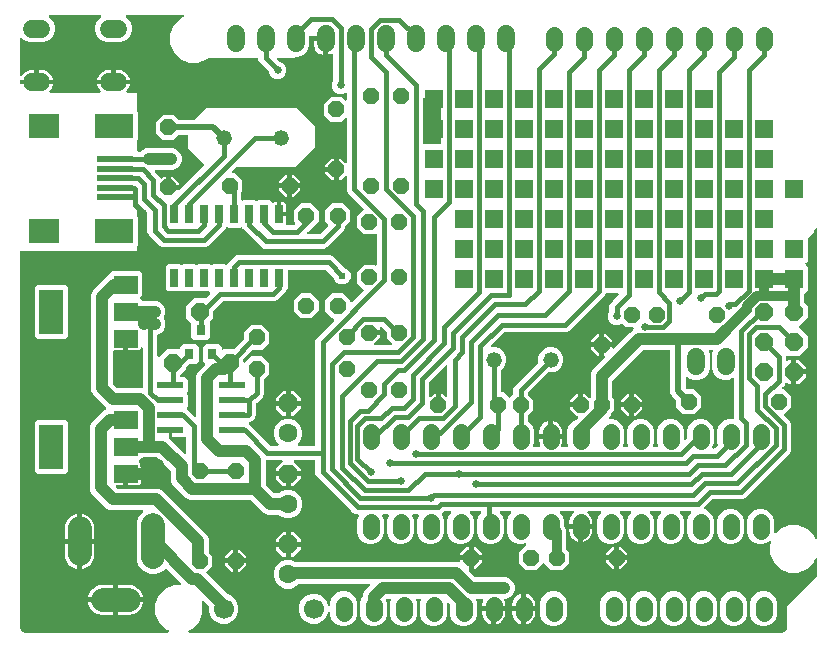
<source format=gtl>
G04 EAGLE Gerber RS-274X export*
G75*
%MOMM*%
%FSLAX34Y34*%
%LPD*%
%INTop Copper*%
%IPPOS*%
%AMOC8*
5,1,8,0,0,1.08239X$1,22.5*%
G01*
%ADD10C,1.422400*%
%ADD11P,1.677704X8X292.500000*%
%ADD12C,1.524000*%
%ADD13P,1.732040X8X112.500000*%
%ADD14C,1.600200*%
%ADD15P,1.429621X8X202.500000*%
%ADD16P,1.429621X8X22.500000*%
%ADD17R,0.787400X0.889000*%
%ADD18P,1.429621X8X292.500000*%
%ADD19R,2.200000X0.600000*%
%ADD20R,2.006600X1.498600*%
%ADD21R,2.006600X3.810000*%
%ADD22R,2.500000X2.000000*%
%ADD23R,3.300000X2.000000*%
%ADD24R,3.100000X0.500000*%
%ADD25C,1.320800*%
%ADD26R,0.635000X1.524000*%
%ADD27C,1.700000*%
%ADD28P,1.429621X8X112.500000*%
%ADD29P,1.649562X8X22.500000*%
%ADD30C,2.000000*%
%ADD31C,0.406400*%
%ADD32C,1.016000*%
%ADD33R,1.650000X1.650000*%
%ADD34C,0.812800*%
%ADD35C,0.508000*%
%ADD36C,0.609600*%
%ADD37C,0.654800*%
%ADD38C,0.500000*%

G36*
X130691Y5347D02*
X130691Y5347D01*
X130777Y5349D01*
X130831Y5367D01*
X130888Y5375D01*
X130966Y5410D01*
X131048Y5436D01*
X131095Y5468D01*
X131147Y5491D01*
X131213Y5546D01*
X131284Y5594D01*
X131321Y5638D01*
X131364Y5675D01*
X131412Y5746D01*
X131467Y5812D01*
X131490Y5864D01*
X131522Y5911D01*
X131548Y5993D01*
X131582Y6072D01*
X131590Y6128D01*
X131607Y6182D01*
X131610Y6268D01*
X131621Y6353D01*
X131613Y6409D01*
X131615Y6466D01*
X131593Y6549D01*
X131581Y6635D01*
X131557Y6686D01*
X131543Y6741D01*
X131499Y6815D01*
X131464Y6894D01*
X131427Y6937D01*
X131398Y6986D01*
X131335Y7045D01*
X131279Y7110D01*
X131237Y7136D01*
X131190Y7180D01*
X131061Y7246D01*
X130995Y7288D01*
X128334Y8390D01*
X122690Y14034D01*
X119635Y21409D01*
X119635Y29391D01*
X122690Y36766D01*
X128334Y42410D01*
X135709Y45465D01*
X141082Y45465D01*
X141111Y45469D01*
X141140Y45466D01*
X141251Y45489D01*
X141363Y45505D01*
X141390Y45517D01*
X141419Y45522D01*
X141519Y45574D01*
X141623Y45621D01*
X141645Y45640D01*
X141671Y45653D01*
X141753Y45731D01*
X141840Y45804D01*
X141856Y45829D01*
X141877Y45849D01*
X141934Y45947D01*
X141997Y46041D01*
X142006Y46069D01*
X142021Y46094D01*
X142049Y46204D01*
X142083Y46312D01*
X142084Y46342D01*
X142091Y46370D01*
X142087Y46483D01*
X142090Y46596D01*
X142083Y46625D01*
X142082Y46654D01*
X142047Y46762D01*
X142018Y46871D01*
X142003Y46897D01*
X141994Y46925D01*
X141949Y46988D01*
X141873Y47116D01*
X141828Y47159D01*
X141800Y47198D01*
X129692Y59306D01*
X129645Y59341D01*
X129605Y59383D01*
X129532Y59426D01*
X129465Y59476D01*
X129410Y59497D01*
X129360Y59527D01*
X129278Y59548D01*
X129199Y59578D01*
X129141Y59582D01*
X129084Y59597D01*
X129000Y59594D01*
X128916Y59601D01*
X128858Y59590D01*
X128800Y59588D01*
X128720Y59562D01*
X128637Y59545D01*
X128585Y59518D01*
X128529Y59500D01*
X128473Y59460D01*
X128385Y59414D01*
X128312Y59346D01*
X128256Y59306D01*
X126077Y57126D01*
X120908Y54985D01*
X115312Y54985D01*
X110143Y57127D01*
X106187Y61083D01*
X104045Y66252D01*
X104045Y98848D01*
X106186Y104017D01*
X109402Y107232D01*
X109419Y107256D01*
X109442Y107275D01*
X109504Y107369D01*
X109572Y107459D01*
X109583Y107487D01*
X109599Y107511D01*
X109633Y107619D01*
X109674Y107725D01*
X109676Y107754D01*
X109685Y107782D01*
X109688Y107896D01*
X109697Y108008D01*
X109692Y108037D01*
X109692Y108066D01*
X109664Y108176D01*
X109641Y108287D01*
X109628Y108313D01*
X109620Y108341D01*
X109563Y108439D01*
X109510Y108539D01*
X109490Y108561D01*
X109475Y108586D01*
X109393Y108663D01*
X109315Y108745D01*
X109289Y108760D01*
X109268Y108780D01*
X109167Y108832D01*
X109069Y108889D01*
X109041Y108896D01*
X109015Y108910D01*
X108937Y108923D01*
X108794Y108959D01*
X108731Y108957D01*
X108684Y108965D01*
X82001Y108965D01*
X78640Y110357D01*
X65907Y123090D01*
X64515Y126451D01*
X64515Y179619D01*
X65907Y182980D01*
X68623Y185695D01*
X76354Y193427D01*
X77996Y194107D01*
X78095Y194165D01*
X78196Y194218D01*
X78217Y194237D01*
X78240Y194251D01*
X78319Y194335D01*
X78403Y194414D01*
X78417Y194438D01*
X78436Y194458D01*
X78488Y194560D01*
X78546Y194659D01*
X78553Y194686D01*
X78566Y194710D01*
X78588Y194823D01*
X78616Y194934D01*
X78615Y194962D01*
X78621Y194989D01*
X78611Y195104D01*
X78607Y195219D01*
X78599Y195245D01*
X78596Y195273D01*
X78555Y195380D01*
X78520Y195489D01*
X78505Y195509D01*
X78494Y195538D01*
X78334Y195750D01*
X78325Y195762D01*
X67177Y206910D01*
X65785Y210271D01*
X65785Y291379D01*
X67177Y294740D01*
X80164Y307727D01*
X80272Y307771D01*
X80273Y307772D01*
X80274Y307772D01*
X80393Y307843D01*
X80516Y307916D01*
X80517Y307917D01*
X80519Y307918D01*
X80617Y308022D01*
X80712Y308122D01*
X80712Y308124D01*
X80713Y308125D01*
X80777Y308249D01*
X80842Y308375D01*
X80842Y308377D01*
X80843Y308378D01*
X80845Y308393D01*
X80897Y308654D01*
X80894Y308684D01*
X80898Y308709D01*
X80898Y309151D01*
X83279Y311532D01*
X106713Y311532D01*
X109094Y309151D01*
X109094Y290797D01*
X107558Y289262D01*
X107523Y289215D01*
X107481Y289175D01*
X107438Y289102D01*
X107387Y289035D01*
X107367Y288980D01*
X107337Y288930D01*
X107316Y288848D01*
X107286Y288769D01*
X107281Y288711D01*
X107267Y288654D01*
X107270Y288570D01*
X107263Y288486D01*
X107274Y288428D01*
X107276Y288370D01*
X107302Y288290D01*
X107318Y288207D01*
X107345Y288155D01*
X107363Y288099D01*
X107404Y288043D01*
X107449Y287955D01*
X107518Y287882D01*
X107558Y287826D01*
X108828Y286556D01*
X108898Y286504D01*
X108962Y286444D01*
X109011Y286418D01*
X109055Y286385D01*
X109137Y286354D01*
X109215Y286314D01*
X109263Y286306D01*
X109321Y286284D01*
X109469Y286272D01*
X109546Y286259D01*
X112055Y286259D01*
X112482Y286082D01*
X112512Y286074D01*
X112539Y286060D01*
X112617Y286047D01*
X112757Y286011D01*
X112821Y286013D01*
X112870Y286005D01*
X121199Y286005D01*
X124560Y284613D01*
X127133Y282040D01*
X128525Y278679D01*
X128525Y275041D01*
X127335Y272169D01*
X127313Y272084D01*
X127282Y272002D01*
X127278Y271947D01*
X127264Y271893D01*
X127266Y271806D01*
X127259Y271719D01*
X127270Y271671D01*
X127272Y271609D01*
X127317Y271468D01*
X127335Y271391D01*
X128525Y268519D01*
X128525Y264881D01*
X127133Y261520D01*
X124560Y258947D01*
X122293Y258009D01*
X122292Y258008D01*
X122291Y258007D01*
X122170Y257936D01*
X122049Y257864D01*
X122048Y257863D01*
X122046Y257862D01*
X121949Y257758D01*
X121853Y257657D01*
X121853Y257656D01*
X121852Y257655D01*
X121787Y257529D01*
X121723Y257405D01*
X121723Y257403D01*
X121722Y257402D01*
X121720Y257387D01*
X121668Y257126D01*
X121671Y257095D01*
X121667Y257071D01*
X121667Y239702D01*
X121671Y239673D01*
X121668Y239644D01*
X121691Y239533D01*
X121707Y239421D01*
X121719Y239394D01*
X121724Y239365D01*
X121776Y239265D01*
X121823Y239162D01*
X121842Y239139D01*
X121855Y239113D01*
X121933Y239031D01*
X122006Y238945D01*
X122031Y238928D01*
X122051Y238907D01*
X122149Y238850D01*
X122243Y238787D01*
X122271Y238778D01*
X122296Y238763D01*
X122406Y238735D01*
X122514Y238701D01*
X122544Y238700D01*
X122572Y238693D01*
X122685Y238697D01*
X122798Y238694D01*
X122827Y238701D01*
X122856Y238702D01*
X122964Y238737D01*
X123073Y238766D01*
X123099Y238781D01*
X123127Y238790D01*
X123190Y238835D01*
X123318Y238911D01*
X123361Y238957D01*
X123400Y238985D01*
X129780Y245365D01*
X139827Y245365D01*
X139885Y245373D01*
X139943Y245371D01*
X140025Y245393D01*
X140109Y245405D01*
X140162Y245428D01*
X140218Y245443D01*
X140291Y245486D01*
X140368Y245521D01*
X140413Y245559D01*
X140463Y245588D01*
X140521Y245650D01*
X140585Y245704D01*
X140617Y245753D01*
X140657Y245796D01*
X140696Y245871D01*
X140743Y245941D01*
X140760Y245997D01*
X140787Y246049D01*
X140798Y246117D01*
X140828Y246212D01*
X140831Y246312D01*
X140842Y246380D01*
X140842Y247429D01*
X143223Y249810D01*
X154465Y249810D01*
X156846Y247429D01*
X156846Y235171D01*
X154465Y232790D01*
X149377Y232790D01*
X149290Y232778D01*
X149203Y232775D01*
X149150Y232758D01*
X149095Y232750D01*
X149016Y232715D01*
X148932Y232688D01*
X148893Y232660D01*
X148836Y232634D01*
X148723Y232538D01*
X148659Y232493D01*
X146602Y230436D01*
X146550Y230366D01*
X146490Y230302D01*
X146464Y230253D01*
X146431Y230209D01*
X146409Y230151D01*
X146404Y230144D01*
X146398Y230122D01*
X146360Y230049D01*
X146352Y230002D01*
X146330Y229943D01*
X146326Y229896D01*
X146319Y229873D01*
X146317Y229789D01*
X146305Y229718D01*
X146305Y228840D01*
X141014Y223549D01*
X140962Y223480D01*
X140902Y223416D01*
X140876Y223366D01*
X140843Y223322D01*
X140812Y223240D01*
X140772Y223163D01*
X140764Y223115D01*
X140742Y223057D01*
X140730Y222909D01*
X140717Y222832D01*
X140717Y222710D01*
X140725Y222652D01*
X140723Y222594D01*
X140745Y222512D01*
X140757Y222428D01*
X140780Y222375D01*
X140795Y222319D01*
X140838Y222246D01*
X140873Y222169D01*
X140911Y222124D01*
X140940Y222074D01*
X141002Y222016D01*
X141056Y221952D01*
X141105Y221920D01*
X141148Y221880D01*
X141223Y221841D01*
X141293Y221794D01*
X141349Y221777D01*
X141401Y221750D01*
X141469Y221739D01*
X141564Y221709D01*
X141664Y221706D01*
X141732Y221695D01*
X145434Y221695D01*
X147815Y219314D01*
X147815Y209946D01*
X146866Y208998D01*
X146831Y208951D01*
X146789Y208911D01*
X146746Y208838D01*
X146695Y208771D01*
X146675Y208716D01*
X146645Y208666D01*
X146624Y208584D01*
X146594Y208505D01*
X146589Y208447D01*
X146575Y208390D01*
X146578Y208306D01*
X146571Y208222D01*
X146582Y208164D01*
X146584Y208106D01*
X146610Y208026D01*
X146626Y207943D01*
X146653Y207891D01*
X146671Y207835D01*
X146712Y207779D01*
X146757Y207691D01*
X146826Y207618D01*
X146866Y207562D01*
X147815Y206614D01*
X147815Y197246D01*
X146866Y196298D01*
X146831Y196251D01*
X146789Y196211D01*
X146746Y196138D01*
X146695Y196071D01*
X146675Y196016D01*
X146645Y195966D01*
X146624Y195884D01*
X146594Y195805D01*
X146589Y195747D01*
X146575Y195690D01*
X146578Y195606D01*
X146571Y195522D01*
X146582Y195464D01*
X146584Y195406D01*
X146610Y195326D01*
X146626Y195243D01*
X146653Y195191D01*
X146671Y195135D01*
X146711Y195079D01*
X146757Y194991D01*
X146826Y194918D01*
X146866Y194862D01*
X147824Y193905D01*
X147827Y193881D01*
X147830Y193794D01*
X147847Y193741D01*
X147855Y193686D01*
X147890Y193607D01*
X147917Y193523D01*
X147945Y193484D01*
X147971Y193427D01*
X148067Y193314D01*
X148112Y193250D01*
X152952Y188410D01*
X152976Y188392D01*
X152995Y188370D01*
X153089Y188307D01*
X153179Y188239D01*
X153207Y188229D01*
X153231Y188212D01*
X153339Y188178D01*
X153445Y188138D01*
X153474Y188135D01*
X153502Y188127D01*
X153616Y188124D01*
X153728Y188114D01*
X153757Y188120D01*
X153786Y188119D01*
X153896Y188148D01*
X154007Y188170D01*
X154033Y188184D01*
X154061Y188191D01*
X154159Y188249D01*
X154259Y188301D01*
X154281Y188321D01*
X154306Y188336D01*
X154383Y188419D01*
X154465Y188497D01*
X154480Y188522D01*
X154500Y188544D01*
X154552Y188644D01*
X154609Y188742D01*
X154616Y188771D01*
X154630Y188797D01*
X154643Y188874D01*
X154679Y189018D01*
X154677Y189080D01*
X154685Y189128D01*
X154685Y222799D01*
X156077Y226160D01*
X161900Y231982D01*
X161935Y232029D01*
X161977Y232069D01*
X162020Y232142D01*
X162071Y232209D01*
X162091Y232264D01*
X162121Y232315D01*
X162142Y232396D01*
X162172Y232475D01*
X162177Y232533D01*
X162191Y232590D01*
X162188Y232674D01*
X162195Y232758D01*
X162184Y232816D01*
X162182Y232874D01*
X162156Y232954D01*
X162139Y233037D01*
X162112Y233089D01*
X162094Y233145D01*
X162054Y233201D01*
X162008Y233289D01*
X161940Y233362D01*
X161925Y233382D01*
X161923Y233387D01*
X161921Y233388D01*
X161900Y233418D01*
X160146Y235171D01*
X160146Y247429D01*
X162527Y249810D01*
X173769Y249810D01*
X176150Y247429D01*
X176150Y245925D01*
X176154Y245896D01*
X176151Y245867D01*
X176157Y245841D01*
X176156Y245833D01*
X176165Y245801D01*
X176174Y245756D01*
X176190Y245644D01*
X176202Y245617D01*
X176207Y245588D01*
X176259Y245488D01*
X176306Y245385D01*
X176325Y245362D01*
X176338Y245336D01*
X176416Y245254D01*
X176489Y245168D01*
X176514Y245151D01*
X176534Y245130D01*
X176632Y245073D01*
X176726Y245010D01*
X176754Y245001D01*
X176779Y244986D01*
X176889Y244958D01*
X176997Y244924D01*
X177026Y244923D01*
X177055Y244916D01*
X177168Y244920D01*
X177281Y244917D01*
X177310Y244924D01*
X177339Y244925D01*
X177447Y244960D01*
X177556Y244989D01*
X177582Y245004D01*
X177610Y245013D01*
X177674Y245058D01*
X177718Y245085D01*
X177729Y245090D01*
X177736Y245096D01*
X177801Y245134D01*
X177844Y245180D01*
X177883Y245208D01*
X178040Y245365D01*
X185522Y245365D01*
X185609Y245377D01*
X185696Y245380D01*
X185749Y245397D01*
X185804Y245405D01*
X185883Y245440D01*
X185967Y245467D01*
X186006Y245495D01*
X186063Y245521D01*
X186176Y245617D01*
X186240Y245662D01*
X194774Y254196D01*
X194826Y254266D01*
X194886Y254330D01*
X194912Y254379D01*
X194945Y254423D01*
X194976Y254505D01*
X195016Y254583D01*
X195024Y254630D01*
X195046Y254689D01*
X195058Y254837D01*
X195071Y254914D01*
X195071Y259689D01*
X201321Y265939D01*
X210159Y265939D01*
X216409Y259689D01*
X216409Y250851D01*
X210159Y244601D01*
X202844Y244601D01*
X202757Y244589D01*
X202670Y244586D01*
X202617Y244569D01*
X202562Y244561D01*
X202483Y244526D01*
X202399Y244499D01*
X202360Y244471D01*
X202303Y244445D01*
X202190Y244349D01*
X202126Y244304D01*
X194862Y237040D01*
X194810Y236970D01*
X194750Y236906D01*
X194724Y236857D01*
X194691Y236813D01*
X194660Y236731D01*
X194620Y236653D01*
X194612Y236606D01*
X194590Y236547D01*
X194578Y236399D01*
X194565Y236322D01*
X194565Y234964D01*
X194569Y234935D01*
X194566Y234905D01*
X194589Y234794D01*
X194605Y234682D01*
X194617Y234655D01*
X194622Y234627D01*
X194675Y234526D01*
X194721Y234423D01*
X194740Y234400D01*
X194753Y234374D01*
X194831Y234292D01*
X194904Y234206D01*
X194929Y234189D01*
X194949Y234168D01*
X195047Y234111D01*
X195141Y234048D01*
X195169Y234039D01*
X195194Y234024D01*
X195304Y233997D01*
X195412Y233962D01*
X195442Y233962D01*
X195470Y233954D01*
X195583Y233958D01*
X195696Y233955D01*
X195725Y233962D01*
X195754Y233963D01*
X195862Y233998D01*
X195971Y234027D01*
X195997Y234042D01*
X196025Y234051D01*
X196088Y234096D01*
X196216Y234172D01*
X196259Y234218D01*
X196298Y234246D01*
X201321Y239269D01*
X210159Y239269D01*
X216409Y233019D01*
X216409Y224181D01*
X212134Y219906D01*
X212082Y219836D01*
X212022Y219773D01*
X211996Y219723D01*
X211963Y219679D01*
X211932Y219597D01*
X211892Y219519D01*
X211884Y219472D01*
X211862Y219413D01*
X211850Y219266D01*
X211837Y219188D01*
X211837Y207067D01*
X210909Y204826D01*
X205784Y199702D01*
X205732Y199632D01*
X205672Y199568D01*
X205646Y199519D01*
X205613Y199475D01*
X205582Y199393D01*
X205542Y199315D01*
X205534Y199268D01*
X205512Y199209D01*
X205500Y199061D01*
X205487Y198984D01*
X205487Y189287D01*
X204559Y187046D01*
X201574Y184061D01*
X199720Y183294D01*
X199621Y183235D01*
X199519Y183182D01*
X199499Y183163D01*
X199475Y183149D01*
X199396Y183066D01*
X199313Y182987D01*
X199299Y182963D01*
X199280Y182942D01*
X199227Y182840D01*
X199169Y182741D01*
X199162Y182714D01*
X199150Y182690D01*
X199127Y182577D01*
X199099Y182466D01*
X199100Y182438D01*
X199095Y182411D01*
X199105Y182296D01*
X199108Y182182D01*
X199117Y182155D01*
X199119Y182128D01*
X199160Y182021D01*
X199196Y181911D01*
X199210Y181891D01*
X199221Y181862D01*
X199382Y181650D01*
X199391Y181638D01*
X199829Y181200D01*
X199830Y181164D01*
X199847Y181111D01*
X199855Y181056D01*
X199890Y180977D01*
X199917Y180893D01*
X199945Y180854D01*
X199971Y180797D01*
X200067Y180684D01*
X200112Y180620D01*
X216858Y163874D01*
X216928Y163822D01*
X216992Y163762D01*
X217041Y163736D01*
X217085Y163703D01*
X217167Y163672D01*
X217245Y163632D01*
X217292Y163624D01*
X217351Y163602D01*
X217499Y163590D01*
X217576Y163577D01*
X223309Y163577D01*
X223338Y163581D01*
X223367Y163578D01*
X223478Y163601D01*
X223590Y163617D01*
X223617Y163629D01*
X223646Y163634D01*
X223746Y163687D01*
X223850Y163733D01*
X223872Y163752D01*
X223898Y163765D01*
X223980Y163843D01*
X224067Y163916D01*
X224083Y163941D01*
X224104Y163961D01*
X224161Y164059D01*
X224224Y164153D01*
X224233Y164181D01*
X224248Y164206D01*
X224276Y164316D01*
X224310Y164424D01*
X224311Y164454D01*
X224318Y164482D01*
X224314Y164595D01*
X224317Y164708D01*
X224310Y164737D01*
X224309Y164766D01*
X224274Y164874D01*
X224245Y164983D01*
X224231Y165009D01*
X224221Y165037D01*
X224176Y165100D01*
X224100Y165228D01*
X224055Y165271D01*
X224027Y165310D01*
X222181Y167155D01*
X220344Y171590D01*
X220344Y176390D01*
X222181Y180825D01*
X225575Y184219D01*
X230010Y186056D01*
X234810Y186056D01*
X239245Y184219D01*
X242639Y180825D01*
X244476Y176390D01*
X244476Y171590D01*
X242639Y167155D01*
X240793Y165310D01*
X240776Y165286D01*
X240753Y165267D01*
X240691Y165173D01*
X240622Y165083D01*
X240612Y165055D01*
X240596Y165031D01*
X240562Y164923D01*
X240521Y164817D01*
X240519Y164788D01*
X240510Y164760D01*
X240507Y164646D01*
X240498Y164534D01*
X240503Y164505D01*
X240503Y164476D01*
X240531Y164366D01*
X240554Y164255D01*
X240567Y164229D01*
X240575Y164201D01*
X240632Y164103D01*
X240685Y164003D01*
X240705Y163981D01*
X240720Y163956D01*
X240802Y163879D01*
X240880Y163797D01*
X240906Y163782D01*
X240927Y163762D01*
X241028Y163710D01*
X241126Y163653D01*
X241154Y163646D01*
X241180Y163632D01*
X241258Y163619D01*
X241401Y163583D01*
X241464Y163585D01*
X241511Y163577D01*
X254508Y163577D01*
X254566Y163585D01*
X254624Y163583D01*
X254706Y163605D01*
X254790Y163617D01*
X254843Y163640D01*
X254899Y163655D01*
X254972Y163698D01*
X255049Y163733D01*
X255094Y163771D01*
X255144Y163800D01*
X255202Y163862D01*
X255266Y163916D01*
X255298Y163965D01*
X255338Y164008D01*
X255377Y164083D01*
X255424Y164153D01*
X255441Y164209D01*
X255468Y164261D01*
X255479Y164329D01*
X255509Y164424D01*
X255512Y164524D01*
X255523Y164592D01*
X255523Y252673D01*
X256451Y254914D01*
X271076Y269538D01*
X271094Y269562D01*
X271116Y269581D01*
X271179Y269675D01*
X271247Y269765D01*
X271257Y269793D01*
X271274Y269817D01*
X271308Y269925D01*
X271348Y270031D01*
X271351Y270060D01*
X271359Y270088D01*
X271362Y270202D01*
X271372Y270314D01*
X271366Y270343D01*
X271367Y270372D01*
X271338Y270482D01*
X271316Y270593D01*
X271302Y270619D01*
X271295Y270647D01*
X271237Y270745D01*
X271185Y270845D01*
X271165Y270867D01*
X271150Y270892D01*
X271067Y270969D01*
X270989Y271051D01*
X270964Y271066D01*
X270942Y271086D01*
X270842Y271138D01*
X270744Y271195D01*
X270715Y271202D01*
X270689Y271216D01*
X270612Y271229D01*
X270468Y271265D01*
X270406Y271263D01*
X270358Y271271D01*
X269901Y271271D01*
X263651Y277521D01*
X263651Y286359D01*
X269901Y292609D01*
X278739Y292609D01*
X284989Y286359D01*
X284989Y285902D01*
X284993Y285873D01*
X284990Y285844D01*
X285013Y285733D01*
X285029Y285620D01*
X285041Y285594D01*
X285046Y285565D01*
X285098Y285464D01*
X285145Y285361D01*
X285164Y285338D01*
X285177Y285313D01*
X285255Y285230D01*
X285328Y285144D01*
X285353Y285128D01*
X285373Y285106D01*
X285471Y285049D01*
X285565Y284986D01*
X285593Y284977D01*
X285618Y284963D01*
X285728Y284935D01*
X285836Y284901D01*
X285866Y284900D01*
X285894Y284893D01*
X286007Y284896D01*
X286120Y284893D01*
X286149Y284901D01*
X286178Y284902D01*
X286286Y284936D01*
X286395Y284965D01*
X286421Y284980D01*
X286449Y284989D01*
X286512Y285035D01*
X286640Y285110D01*
X286683Y285156D01*
X286722Y285184D01*
X296037Y294499D01*
X296072Y294546D01*
X296115Y294586D01*
X296157Y294659D01*
X296208Y294726D01*
X296229Y294781D01*
X296258Y294831D01*
X296279Y294913D01*
X296309Y294992D01*
X296314Y295050D01*
X296329Y295107D01*
X296326Y295191D01*
X296333Y295275D01*
X296321Y295333D01*
X296319Y295391D01*
X296294Y295471D01*
X296277Y295554D01*
X296250Y295606D01*
X296232Y295662D01*
X296192Y295718D01*
X296146Y295806D01*
X296077Y295879D01*
X296037Y295935D01*
X290321Y301651D01*
X290321Y310489D01*
X296571Y316739D01*
X305409Y316739D01*
X305860Y316288D01*
X305884Y316270D01*
X305903Y316248D01*
X305954Y316214D01*
X305983Y316186D01*
X306021Y316167D01*
X306087Y316117D01*
X306115Y316106D01*
X306139Y316090D01*
X306222Y316064D01*
X306236Y316057D01*
X306252Y316054D01*
X306353Y316016D01*
X306382Y316013D01*
X306410Y316004D01*
X306524Y316001D01*
X306636Y315992D01*
X306665Y315998D01*
X306694Y315997D01*
X306804Y316026D01*
X306915Y316048D01*
X306941Y316061D01*
X306969Y316069D01*
X307067Y316127D01*
X307167Y316179D01*
X307189Y316199D01*
X307214Y316214D01*
X307291Y316297D01*
X307373Y316375D01*
X307388Y316400D01*
X307408Y316421D01*
X307460Y316522D01*
X307484Y316563D01*
X307494Y316578D01*
X307495Y316582D01*
X307517Y316620D01*
X307524Y316648D01*
X307538Y316675D01*
X307551Y316752D01*
X307559Y316785D01*
X307579Y316849D01*
X307580Y316866D01*
X307587Y316895D01*
X307585Y316958D01*
X307593Y317006D01*
X307593Y342124D01*
X307589Y342153D01*
X307592Y342183D01*
X307569Y342294D01*
X307553Y342406D01*
X307541Y342433D01*
X307536Y342461D01*
X307483Y342562D01*
X307437Y342665D01*
X307418Y342688D01*
X307405Y342714D01*
X307327Y342796D01*
X307254Y342882D01*
X307229Y342899D01*
X307209Y342920D01*
X307111Y342977D01*
X307017Y343040D01*
X306989Y343049D01*
X306964Y343064D01*
X306854Y343091D01*
X306746Y343126D01*
X306716Y343126D01*
X306688Y343134D01*
X306575Y343130D01*
X306462Y343133D01*
X306433Y343126D01*
X306404Y343125D01*
X306296Y343090D01*
X306187Y343061D01*
X306161Y343046D01*
X306133Y343037D01*
X306069Y342992D01*
X305942Y342916D01*
X305899Y342870D01*
X305860Y342842D01*
X305409Y342391D01*
X296571Y342391D01*
X290321Y348641D01*
X290321Y357479D01*
X296037Y363195D01*
X296072Y363242D01*
X296115Y363282D01*
X296157Y363355D01*
X296208Y363422D01*
X296229Y363477D01*
X296258Y363527D01*
X296279Y363609D01*
X296309Y363688D01*
X296314Y363746D01*
X296329Y363803D01*
X296326Y363887D01*
X296333Y363971D01*
X296321Y364028D01*
X296319Y364087D01*
X296294Y364167D01*
X296277Y364250D01*
X296250Y364302D01*
X296232Y364357D01*
X296192Y364414D01*
X296146Y364502D01*
X296077Y364575D01*
X296037Y364631D01*
X284979Y375689D01*
X283121Y377546D01*
X282193Y379787D01*
X282193Y391270D01*
X282189Y391299D01*
X282192Y391328D01*
X282169Y391439D01*
X282153Y391551D01*
X282141Y391578D01*
X282136Y391607D01*
X282084Y391707D01*
X282037Y391811D01*
X282018Y391833D01*
X282005Y391859D01*
X281927Y391941D01*
X281854Y392028D01*
X281829Y392044D01*
X281809Y392065D01*
X281711Y392122D01*
X281617Y392185D01*
X281589Y392194D01*
X281564Y392209D01*
X281454Y392237D01*
X281346Y392271D01*
X281316Y392272D01*
X281288Y392279D01*
X281175Y392275D01*
X281062Y392278D01*
X281033Y392271D01*
X281004Y392270D01*
X280896Y392235D01*
X280787Y392206D01*
X280761Y392191D01*
X280733Y392182D01*
X280670Y392137D01*
X280542Y392061D01*
X280499Y392016D01*
X280460Y391988D01*
X276838Y388365D01*
X275081Y388365D01*
X275081Y396494D01*
X275073Y396552D01*
X275075Y396610D01*
X275053Y396692D01*
X275041Y396775D01*
X275017Y396829D01*
X275003Y396885D01*
X274960Y396958D01*
X274925Y397035D01*
X274887Y397079D01*
X274857Y397130D01*
X274796Y397187D01*
X274741Y397252D01*
X274693Y397284D01*
X274650Y397324D01*
X274575Y397363D01*
X274505Y397409D01*
X274449Y397427D01*
X274397Y397454D01*
X274329Y397465D01*
X274234Y397495D01*
X274134Y397498D01*
X274066Y397509D01*
X273049Y397509D01*
X273049Y397511D01*
X274066Y397511D01*
X274124Y397519D01*
X274182Y397518D01*
X274264Y397539D01*
X274347Y397551D01*
X274401Y397575D01*
X274457Y397589D01*
X274530Y397632D01*
X274607Y397667D01*
X274652Y397705D01*
X274702Y397735D01*
X274760Y397796D01*
X274824Y397851D01*
X274856Y397899D01*
X274896Y397942D01*
X274935Y398017D01*
X274981Y398087D01*
X274999Y398143D01*
X275026Y398195D01*
X275037Y398263D01*
X275067Y398358D01*
X275070Y398458D01*
X275081Y398526D01*
X275081Y406655D01*
X276838Y406655D01*
X280460Y403032D01*
X280484Y403015D01*
X280503Y402992D01*
X280597Y402930D01*
X280687Y402862D01*
X280715Y402851D01*
X280739Y402835D01*
X280847Y402801D01*
X280953Y402760D01*
X280982Y402758D01*
X281010Y402749D01*
X281124Y402746D01*
X281236Y402737D01*
X281265Y402743D01*
X281294Y402742D01*
X281404Y402770D01*
X281515Y402793D01*
X281541Y402806D01*
X281569Y402814D01*
X281667Y402871D01*
X281767Y402924D01*
X281789Y402944D01*
X281814Y402959D01*
X281891Y403041D01*
X281973Y403119D01*
X281988Y403145D01*
X282008Y403166D01*
X282060Y403267D01*
X282117Y403365D01*
X282124Y403393D01*
X282138Y403419D01*
X282151Y403497D01*
X282187Y403640D01*
X282185Y403703D01*
X282193Y403750D01*
X282193Y439914D01*
X282189Y439943D01*
X282192Y439973D01*
X282169Y440084D01*
X282153Y440196D01*
X282141Y440223D01*
X282136Y440251D01*
X282083Y440352D01*
X282037Y440455D01*
X282018Y440478D01*
X282005Y440504D01*
X281927Y440586D01*
X281854Y440672D01*
X281829Y440689D01*
X281809Y440710D01*
X281711Y440767D01*
X281617Y440830D01*
X281589Y440839D01*
X281564Y440854D01*
X281454Y440881D01*
X281346Y440916D01*
X281316Y440916D01*
X281288Y440924D01*
X281175Y440920D01*
X281062Y440923D01*
X281033Y440916D01*
X281004Y440915D01*
X280896Y440880D01*
X280787Y440851D01*
X280761Y440836D01*
X280733Y440827D01*
X280670Y440782D01*
X280542Y440706D01*
X280499Y440660D01*
X280460Y440632D01*
X277469Y437641D01*
X268631Y437641D01*
X262381Y443891D01*
X262381Y452729D01*
X268631Y458979D01*
X277469Y458979D01*
X280460Y455988D01*
X280484Y455970D01*
X280503Y455948D01*
X280597Y455885D01*
X280687Y455817D01*
X280715Y455806D01*
X280739Y455790D01*
X280847Y455756D01*
X280953Y455716D01*
X280982Y455713D01*
X281010Y455704D01*
X281124Y455701D01*
X281236Y455692D01*
X281265Y455698D01*
X281294Y455697D01*
X281404Y455726D01*
X281515Y455748D01*
X281541Y455761D01*
X281569Y455769D01*
X281667Y455827D01*
X281767Y455879D01*
X281789Y455899D01*
X281814Y455914D01*
X281891Y455997D01*
X281973Y456075D01*
X281988Y456100D01*
X282008Y456121D01*
X282060Y456222D01*
X282117Y456320D01*
X282124Y456348D01*
X282138Y456375D01*
X282151Y456452D01*
X282187Y456596D01*
X282185Y456658D01*
X282193Y456706D01*
X282193Y461376D01*
X282177Y461490D01*
X282167Y461604D01*
X282157Y461630D01*
X282153Y461658D01*
X282106Y461763D01*
X282065Y461870D01*
X282049Y461892D01*
X282037Y461917D01*
X281963Y462005D01*
X281894Y462096D01*
X281871Y462113D01*
X281854Y462134D01*
X281758Y462198D01*
X281666Y462267D01*
X281640Y462276D01*
X281617Y462292D01*
X281507Y462326D01*
X281400Y462367D01*
X281372Y462369D01*
X281346Y462378D01*
X281231Y462381D01*
X281117Y462390D01*
X281092Y462384D01*
X281062Y462385D01*
X280805Y462318D01*
X280789Y462314D01*
X278320Y461291D01*
X275400Y461291D01*
X272703Y462409D01*
X270639Y464473D01*
X269521Y467170D01*
X269521Y470090D01*
X270686Y472902D01*
X270694Y472932D01*
X270708Y472959D01*
X270721Y473037D01*
X270757Y473177D01*
X270755Y473241D01*
X270763Y473290D01*
X270763Y494494D01*
X270762Y494507D01*
X270763Y494519D01*
X270742Y494647D01*
X270723Y494776D01*
X270718Y494787D01*
X270716Y494799D01*
X270660Y494917D01*
X270607Y495035D01*
X270599Y495045D01*
X270594Y495056D01*
X270508Y495153D01*
X270424Y495252D01*
X270413Y495259D01*
X270405Y495268D01*
X270295Y495338D01*
X270187Y495410D01*
X270175Y495413D01*
X270165Y495420D01*
X270040Y495456D01*
X269916Y495495D01*
X269903Y495496D01*
X269892Y495499D01*
X269762Y495499D01*
X269632Y495503D01*
X269620Y495500D01*
X269607Y495500D01*
X269547Y495481D01*
X269357Y495431D01*
X269320Y495409D01*
X269287Y495399D01*
X268060Y494774D01*
X266539Y494279D01*
X266191Y494224D01*
X266191Y506984D01*
X266183Y507042D01*
X266185Y507100D01*
X266163Y507182D01*
X266151Y507265D01*
X266127Y507319D01*
X266113Y507375D01*
X266070Y507448D01*
X266035Y507525D01*
X265997Y507569D01*
X265967Y507620D01*
X265906Y507677D01*
X265851Y507742D01*
X265803Y507774D01*
X265760Y507814D01*
X265685Y507853D01*
X265615Y507899D01*
X265559Y507917D01*
X265507Y507944D01*
X265439Y507955D01*
X265344Y507985D01*
X265244Y507988D01*
X265176Y507999D01*
X264159Y507999D01*
X264159Y509016D01*
X264151Y509074D01*
X264152Y509132D01*
X264131Y509214D01*
X264119Y509297D01*
X264095Y509351D01*
X264081Y509407D01*
X264038Y509480D01*
X264003Y509557D01*
X263965Y509602D01*
X263935Y509652D01*
X263874Y509710D01*
X263819Y509774D01*
X263771Y509806D01*
X263728Y509846D01*
X263653Y509885D01*
X263583Y509931D01*
X263527Y509949D01*
X263475Y509976D01*
X263407Y509987D01*
X263312Y510017D01*
X263212Y510020D01*
X263144Y510031D01*
X253944Y510031D01*
X253940Y510041D01*
X253929Y510087D01*
X253882Y510170D01*
X253843Y510256D01*
X253812Y510293D01*
X253788Y510335D01*
X253721Y510401D01*
X253660Y510473D01*
X253619Y510500D01*
X253585Y510533D01*
X253502Y510578D01*
X253423Y510631D01*
X253377Y510645D01*
X253335Y510668D01*
X253261Y510682D01*
X253152Y510716D01*
X253066Y510719D01*
X253005Y510730D01*
X251481Y510761D01*
X251412Y510753D01*
X251344Y510755D01*
X251272Y510736D01*
X251198Y510727D01*
X251135Y510700D01*
X251069Y510683D01*
X251005Y510645D01*
X250937Y510616D01*
X250883Y510573D01*
X250824Y510538D01*
X250773Y510484D01*
X250716Y510437D01*
X250677Y510381D01*
X250630Y510330D01*
X250596Y510265D01*
X250554Y510204D01*
X250532Y510139D01*
X250500Y510077D01*
X250490Y510016D01*
X250462Y509935D01*
X250457Y509820D01*
X250445Y509746D01*
X250445Y501866D01*
X248666Y497571D01*
X245379Y494284D01*
X241084Y492505D01*
X239261Y492505D01*
X239174Y492493D01*
X239086Y492490D01*
X239034Y492473D01*
X238979Y492465D01*
X238899Y492430D01*
X238816Y492403D01*
X238777Y492375D01*
X238720Y492349D01*
X238606Y492253D01*
X238543Y492208D01*
X238332Y491997D01*
X223926Y491997D01*
X223897Y491993D01*
X223868Y491996D01*
X223757Y491973D01*
X223644Y491957D01*
X223618Y491945D01*
X223589Y491940D01*
X223488Y491888D01*
X223385Y491841D01*
X223362Y491822D01*
X223337Y491809D01*
X223254Y491731D01*
X223168Y491658D01*
X223152Y491633D01*
X223130Y491613D01*
X223073Y491515D01*
X223010Y491421D01*
X223001Y491393D01*
X222987Y491368D01*
X222959Y491258D01*
X222925Y491150D01*
X222924Y491120D01*
X222917Y491092D01*
X222920Y490979D01*
X222917Y490866D01*
X222925Y490837D01*
X222926Y490808D01*
X222960Y490700D01*
X222989Y490591D01*
X223004Y490565D01*
X223013Y490537D01*
X223059Y490474D01*
X223134Y490346D01*
X223180Y490303D01*
X223208Y490264D01*
X224536Y488936D01*
X224560Y488918D01*
X224581Y488894D01*
X224647Y488852D01*
X224763Y488765D01*
X224823Y488742D01*
X224865Y488716D01*
X227677Y487551D01*
X229741Y485487D01*
X230859Y482790D01*
X230859Y479870D01*
X229741Y477173D01*
X227677Y475109D01*
X224980Y473991D01*
X222060Y473991D01*
X219363Y475109D01*
X217299Y477173D01*
X216134Y479985D01*
X216118Y480011D01*
X216109Y480041D01*
X216063Y480105D01*
X215989Y480230D01*
X215942Y480274D01*
X215914Y480314D01*
X208191Y488036D01*
X207263Y490277D01*
X207263Y490982D01*
X207255Y491040D01*
X207257Y491098D01*
X207235Y491180D01*
X207223Y491264D01*
X207200Y491317D01*
X207185Y491373D01*
X207142Y491446D01*
X207107Y491523D01*
X207069Y491568D01*
X207040Y491618D01*
X206978Y491676D01*
X206924Y491740D01*
X206875Y491772D01*
X206832Y491812D01*
X206757Y491851D01*
X206687Y491898D01*
X206631Y491915D01*
X206579Y491942D01*
X206511Y491953D01*
X206416Y491983D01*
X206316Y491986D01*
X206248Y491997D01*
X165194Y491997D01*
X165107Y491985D01*
X165020Y491982D01*
X164967Y491965D01*
X164912Y491957D01*
X164832Y491922D01*
X164749Y491895D01*
X164710Y491867D01*
X164653Y491841D01*
X164539Y491745D01*
X164476Y491700D01*
X163766Y490990D01*
X156391Y487935D01*
X148409Y487935D01*
X141034Y490990D01*
X135390Y496634D01*
X132335Y504009D01*
X132335Y511991D01*
X135390Y519366D01*
X141034Y525010D01*
X143695Y526112D01*
X143769Y526156D01*
X143847Y526191D01*
X143890Y526228D01*
X143939Y526257D01*
X143998Y526319D01*
X144064Y526375D01*
X144096Y526422D01*
X144135Y526463D01*
X144174Y526540D01*
X144222Y526611D01*
X144239Y526665D01*
X144265Y526716D01*
X144281Y526800D01*
X144307Y526882D01*
X144309Y526939D01*
X144320Y526995D01*
X144312Y527080D01*
X144315Y527166D01*
X144300Y527221D01*
X144295Y527278D01*
X144265Y527358D01*
X144243Y527441D01*
X144214Y527490D01*
X144193Y527543D01*
X144142Y527612D01*
X144098Y527686D01*
X144056Y527725D01*
X144022Y527770D01*
X143953Y527821D01*
X143890Y527880D01*
X143840Y527906D01*
X143794Y527940D01*
X143714Y527971D01*
X143637Y528010D01*
X143588Y528018D01*
X143528Y528041D01*
X143383Y528052D01*
X143306Y528065D01*
X95938Y528065D01*
X95909Y528061D01*
X95880Y528064D01*
X95769Y528041D01*
X95657Y528025D01*
X95630Y528013D01*
X95601Y528008D01*
X95501Y527956D01*
X95398Y527909D01*
X95375Y527890D01*
X95349Y527877D01*
X95267Y527799D01*
X95181Y527726D01*
X95164Y527701D01*
X95143Y527681D01*
X95086Y527583D01*
X95023Y527489D01*
X95014Y527461D01*
X94999Y527436D01*
X94971Y527326D01*
X94937Y527218D01*
X94936Y527188D01*
X94929Y527160D01*
X94933Y527047D01*
X94930Y526934D01*
X94937Y526905D01*
X94938Y526876D01*
X94973Y526768D01*
X95002Y526659D01*
X95017Y526633D01*
X95026Y526605D01*
X95071Y526542D01*
X95147Y526414D01*
X95193Y526371D01*
X95221Y526332D01*
X98298Y523255D01*
X100077Y518960D01*
X100077Y514312D01*
X98298Y510017D01*
X95011Y506730D01*
X90716Y504951D01*
X78448Y504951D01*
X74153Y506730D01*
X70866Y510017D01*
X69087Y514312D01*
X69087Y518960D01*
X70866Y523255D01*
X73943Y526332D01*
X73961Y526356D01*
X73983Y526375D01*
X74046Y526469D01*
X74114Y526559D01*
X74125Y526587D01*
X74141Y526611D01*
X74175Y526719D01*
X74216Y526825D01*
X74218Y526854D01*
X74227Y526882D01*
X74230Y526996D01*
X74239Y527108D01*
X74233Y527137D01*
X74234Y527166D01*
X74205Y527276D01*
X74183Y527387D01*
X74170Y527413D01*
X74162Y527441D01*
X74104Y527539D01*
X74052Y527639D01*
X74032Y527661D01*
X74017Y527686D01*
X73934Y527763D01*
X73856Y527845D01*
X73831Y527860D01*
X73810Y527880D01*
X73709Y527932D01*
X73611Y527989D01*
X73583Y527996D01*
X73557Y528010D01*
X73479Y528023D01*
X73336Y528059D01*
X73273Y528057D01*
X73226Y528065D01*
X30914Y528065D01*
X30885Y528061D01*
X30856Y528064D01*
X30745Y528041D01*
X30633Y528025D01*
X30606Y528013D01*
X30577Y528008D01*
X30477Y527956D01*
X30374Y527909D01*
X30351Y527890D01*
X30325Y527877D01*
X30243Y527799D01*
X30157Y527726D01*
X30140Y527701D01*
X30119Y527681D01*
X30062Y527583D01*
X29999Y527489D01*
X29990Y527461D01*
X29975Y527436D01*
X29947Y527326D01*
X29913Y527218D01*
X29912Y527188D01*
X29905Y527160D01*
X29909Y527047D01*
X29906Y526934D01*
X29913Y526905D01*
X29914Y526876D01*
X29949Y526768D01*
X29978Y526659D01*
X29993Y526633D01*
X30002Y526605D01*
X30047Y526542D01*
X30123Y526414D01*
X30169Y526371D01*
X30197Y526332D01*
X33274Y523255D01*
X35053Y518960D01*
X35053Y514312D01*
X33274Y510017D01*
X29987Y506730D01*
X25692Y504951D01*
X13424Y504951D01*
X9129Y506730D01*
X7068Y508791D01*
X7044Y508809D01*
X7025Y508831D01*
X6931Y508894D01*
X6841Y508962D01*
X6813Y508973D01*
X6789Y508989D01*
X6681Y509023D01*
X6575Y509064D01*
X6546Y509066D01*
X6518Y509075D01*
X6404Y509078D01*
X6292Y509087D01*
X6263Y509081D01*
X6234Y509082D01*
X6124Y509053D01*
X6013Y509031D01*
X5987Y509018D01*
X5959Y509010D01*
X5861Y508952D01*
X5761Y508900D01*
X5739Y508880D01*
X5714Y508865D01*
X5637Y508782D01*
X5555Y508704D01*
X5540Y508679D01*
X5520Y508658D01*
X5468Y508557D01*
X5411Y508459D01*
X5404Y508431D01*
X5390Y508405D01*
X5377Y508327D01*
X5341Y508184D01*
X5343Y508121D01*
X5335Y508074D01*
X5335Y477502D01*
X5350Y477395D01*
X5358Y477286D01*
X5370Y477255D01*
X5375Y477221D01*
X5419Y477122D01*
X5457Y477020D01*
X5477Y476993D01*
X5491Y476962D01*
X5561Y476879D01*
X5626Y476791D01*
X5653Y476770D01*
X5675Y476745D01*
X5765Y476684D01*
X5851Y476618D01*
X5883Y476606D01*
X5911Y476587D01*
X6015Y476554D01*
X6116Y476515D01*
X6150Y476511D01*
X6182Y476501D01*
X6291Y476498D01*
X6399Y476488D01*
X6432Y476495D01*
X6466Y476494D01*
X6572Y476521D01*
X6678Y476542D01*
X6709Y476557D01*
X6741Y476566D01*
X6835Y476621D01*
X6932Y476670D01*
X6954Y476692D01*
X6986Y476711D01*
X7136Y476871D01*
X7171Y476906D01*
X7998Y478043D01*
X9129Y479174D01*
X10423Y480114D01*
X11848Y480840D01*
X13369Y481335D01*
X14948Y481585D01*
X17527Y481585D01*
X17527Y473455D01*
X6350Y473455D01*
X6292Y473447D01*
X6234Y473449D01*
X6152Y473427D01*
X6069Y473415D01*
X6015Y473391D01*
X5959Y473377D01*
X5886Y473334D01*
X5809Y473299D01*
X5764Y473261D01*
X5714Y473231D01*
X5656Y473170D01*
X5592Y473115D01*
X5560Y473067D01*
X5520Y473024D01*
X5481Y472949D01*
X5435Y472879D01*
X5417Y472823D01*
X5390Y472771D01*
X5379Y472703D01*
X5349Y472608D01*
X5346Y472508D01*
X5335Y472440D01*
X5335Y470408D01*
X5343Y470350D01*
X5341Y470292D01*
X5363Y470210D01*
X5375Y470127D01*
X5399Y470073D01*
X5413Y470017D01*
X5456Y469944D01*
X5491Y469867D01*
X5529Y469822D01*
X5559Y469772D01*
X5620Y469714D01*
X5675Y469650D01*
X5723Y469618D01*
X5766Y469578D01*
X5841Y469539D01*
X5911Y469493D01*
X5967Y469475D01*
X6019Y469448D01*
X6087Y469437D01*
X6182Y469407D01*
X6282Y469404D01*
X6350Y469393D01*
X18542Y469393D01*
X18600Y469401D01*
X18658Y469399D01*
X18740Y469421D01*
X18823Y469433D01*
X18877Y469457D01*
X18933Y469471D01*
X19006Y469514D01*
X19083Y469549D01*
X19127Y469587D01*
X19178Y469617D01*
X19235Y469678D01*
X19300Y469733D01*
X19332Y469781D01*
X19372Y469824D01*
X19411Y469899D01*
X19457Y469969D01*
X19475Y470025D01*
X19502Y470077D01*
X19513Y470145D01*
X19543Y470240D01*
X19546Y470340D01*
X19557Y470408D01*
X19557Y471425D01*
X19559Y471425D01*
X19559Y470408D01*
X19567Y470350D01*
X19566Y470292D01*
X19587Y470210D01*
X19599Y470127D01*
X19623Y470073D01*
X19637Y470017D01*
X19680Y469944D01*
X19715Y469867D01*
X19753Y469822D01*
X19783Y469772D01*
X19844Y469714D01*
X19899Y469650D01*
X19947Y469618D01*
X19990Y469578D01*
X20065Y469539D01*
X20135Y469493D01*
X20191Y469475D01*
X20243Y469448D01*
X20311Y469437D01*
X20406Y469407D01*
X20506Y469404D01*
X20574Y469393D01*
X33334Y469393D01*
X33279Y469045D01*
X32784Y467524D01*
X32058Y466099D01*
X31118Y464805D01*
X30581Y464268D01*
X30564Y464244D01*
X30541Y464226D01*
X30479Y464131D01*
X30410Y464041D01*
X30400Y464013D01*
X30384Y463989D01*
X30350Y463881D01*
X30309Y463775D01*
X30307Y463746D01*
X30298Y463718D01*
X30295Y463605D01*
X30286Y463492D01*
X30291Y463463D01*
X30291Y463434D01*
X30319Y463324D01*
X30342Y463213D01*
X30355Y463187D01*
X30362Y463159D01*
X30420Y463061D01*
X30473Y462961D01*
X30493Y462939D01*
X30508Y462914D01*
X30590Y462837D01*
X30668Y462755D01*
X30694Y462740D01*
X30715Y462720D01*
X30816Y462668D01*
X30914Y462611D01*
X30942Y462604D01*
X30968Y462590D01*
X31046Y462577D01*
X31189Y462541D01*
X31252Y462543D01*
X31299Y462535D01*
X72841Y462535D01*
X72870Y462539D01*
X72899Y462536D01*
X73010Y462559D01*
X73122Y462575D01*
X73149Y462587D01*
X73178Y462592D01*
X73278Y462645D01*
X73382Y462691D01*
X73404Y462710D01*
X73430Y462723D01*
X73512Y462801D01*
X73599Y462875D01*
X73615Y462899D01*
X73636Y462919D01*
X73693Y463017D01*
X73756Y463111D01*
X73765Y463139D01*
X73780Y463164D01*
X73808Y463274D01*
X73842Y463382D01*
X73843Y463412D01*
X73850Y463440D01*
X73846Y463553D01*
X73849Y463666D01*
X73842Y463695D01*
X73841Y463724D01*
X73806Y463832D01*
X73778Y463941D01*
X73763Y463967D01*
X73754Y463995D01*
X73708Y464059D01*
X73632Y464186D01*
X73587Y464229D01*
X73559Y464268D01*
X73022Y464805D01*
X72082Y466099D01*
X71356Y467524D01*
X70861Y469045D01*
X70806Y469393D01*
X83566Y469393D01*
X83624Y469401D01*
X83682Y469399D01*
X83764Y469421D01*
X83847Y469433D01*
X83901Y469457D01*
X83957Y469471D01*
X84030Y469514D01*
X84107Y469549D01*
X84151Y469587D01*
X84202Y469617D01*
X84259Y469678D01*
X84324Y469733D01*
X84356Y469781D01*
X84396Y469824D01*
X84435Y469899D01*
X84481Y469969D01*
X84499Y470025D01*
X84526Y470077D01*
X84537Y470145D01*
X84567Y470240D01*
X84570Y470340D01*
X84581Y470408D01*
X84581Y471425D01*
X84583Y471425D01*
X84583Y470408D01*
X84591Y470350D01*
X84590Y470292D01*
X84611Y470210D01*
X84623Y470127D01*
X84647Y470073D01*
X84661Y470017D01*
X84704Y469944D01*
X84739Y469867D01*
X84777Y469822D01*
X84807Y469772D01*
X84868Y469714D01*
X84923Y469650D01*
X84971Y469618D01*
X85014Y469578D01*
X85089Y469539D01*
X85159Y469493D01*
X85215Y469475D01*
X85267Y469448D01*
X85335Y469437D01*
X85430Y469407D01*
X85530Y469404D01*
X85598Y469393D01*
X98358Y469393D01*
X98303Y469045D01*
X97808Y467524D01*
X97082Y466099D01*
X96142Y464805D01*
X95605Y464268D01*
X95588Y464244D01*
X95565Y464226D01*
X95503Y464131D01*
X95434Y464041D01*
X95424Y464013D01*
X95408Y463989D01*
X95374Y463881D01*
X95333Y463775D01*
X95331Y463746D01*
X95322Y463718D01*
X95319Y463605D01*
X95310Y463492D01*
X95315Y463463D01*
X95315Y463434D01*
X95343Y463324D01*
X95366Y463213D01*
X95379Y463187D01*
X95386Y463159D01*
X95444Y463061D01*
X95497Y462961D01*
X95517Y462939D01*
X95532Y462914D01*
X95614Y462837D01*
X95692Y462755D01*
X95718Y462740D01*
X95739Y462720D01*
X95840Y462668D01*
X95938Y462611D01*
X95966Y462604D01*
X95992Y462590D01*
X96070Y462577D01*
X96213Y462541D01*
X96276Y462543D01*
X96323Y462535D01*
X104395Y462535D01*
X104395Y447544D01*
X104407Y447458D01*
X104410Y447370D01*
X104427Y447317D01*
X104435Y447263D01*
X104470Y447183D01*
X104497Y447100D01*
X104525Y447060D01*
X104551Y447003D01*
X104647Y446890D01*
X104692Y446826D01*
X105445Y446074D01*
X105445Y422706D01*
X104692Y421954D01*
X104640Y421884D01*
X104580Y421820D01*
X104554Y421771D01*
X104521Y421727D01*
X104490Y421645D01*
X104450Y421567D01*
X104442Y421519D01*
X104420Y421461D01*
X104408Y421313D01*
X104395Y421236D01*
X104395Y413512D01*
X104403Y413454D01*
X104401Y413396D01*
X104423Y413314D01*
X104435Y413230D01*
X104459Y413177D01*
X104473Y413121D01*
X104516Y413048D01*
X104551Y412971D01*
X104589Y412926D01*
X104619Y412876D01*
X104680Y412818D01*
X104735Y412754D01*
X104783Y412722D01*
X104826Y412682D01*
X104901Y412643D01*
X104971Y412596D01*
X105027Y412579D01*
X105079Y412552D01*
X105147Y412541D01*
X105242Y412511D01*
X105342Y412508D01*
X105410Y412497D01*
X107044Y412497D01*
X107130Y412509D01*
X107218Y412512D01*
X107270Y412529D01*
X107325Y412537D01*
X107405Y412572D01*
X107488Y412599D01*
X107527Y412627D01*
X107584Y412653D01*
X107698Y412749D01*
X107761Y412794D01*
X109120Y414153D01*
X112481Y415545D01*
X135169Y415545D01*
X138530Y414153D01*
X141103Y411580D01*
X142495Y408219D01*
X142495Y404581D01*
X141103Y401220D01*
X138530Y398647D01*
X135169Y397255D01*
X120548Y397255D01*
X120519Y397251D01*
X120490Y397254D01*
X120379Y397231D01*
X120266Y397215D01*
X120240Y397203D01*
X120211Y397198D01*
X120110Y397146D01*
X120007Y397099D01*
X119984Y397080D01*
X119959Y397067D01*
X119876Y396989D01*
X119790Y396916D01*
X119774Y396891D01*
X119752Y396871D01*
X119695Y396773D01*
X119632Y396679D01*
X119623Y396651D01*
X119609Y396626D01*
X119581Y396516D01*
X119547Y396408D01*
X119546Y396378D01*
X119539Y396350D01*
X119542Y396237D01*
X119539Y396124D01*
X119547Y396095D01*
X119548Y396066D01*
X119582Y395958D01*
X119611Y395849D01*
X119626Y395823D01*
X119635Y395795D01*
X119681Y395732D01*
X119756Y395604D01*
X119788Y395575D01*
X119790Y395570D01*
X119806Y395555D01*
X119830Y395522D01*
X123279Y392074D01*
X123987Y390364D01*
X124045Y390265D01*
X124098Y390164D01*
X124117Y390143D01*
X124131Y390120D01*
X124214Y390041D01*
X124294Y389957D01*
X124318Y389943D01*
X124338Y389924D01*
X124440Y389872D01*
X124539Y389814D01*
X124566Y389807D01*
X124590Y389794D01*
X124703Y389772D01*
X124814Y389744D01*
X124842Y389744D01*
X124869Y389739D01*
X124984Y389749D01*
X125099Y389753D01*
X125125Y389761D01*
X125153Y389764D01*
X125260Y389805D01*
X125369Y389840D01*
X125389Y389855D01*
X125418Y389866D01*
X125631Y390027D01*
X125642Y390035D01*
X125644Y390037D01*
X125645Y390037D01*
X127022Y391415D01*
X128779Y391415D01*
X128779Y383286D01*
X128787Y383228D01*
X128785Y383170D01*
X128807Y383088D01*
X128819Y383005D01*
X128843Y382951D01*
X128857Y382895D01*
X128900Y382822D01*
X128935Y382745D01*
X128973Y382701D01*
X129003Y382650D01*
X129064Y382593D01*
X129119Y382528D01*
X129167Y382496D01*
X129210Y382456D01*
X129285Y382417D01*
X129355Y382371D01*
X129411Y382353D01*
X129463Y382326D01*
X129531Y382315D01*
X129626Y382285D01*
X129726Y382282D01*
X129794Y382271D01*
X130811Y382271D01*
X130811Y381254D01*
X130819Y381196D01*
X130818Y381138D01*
X130839Y381056D01*
X130851Y380973D01*
X130875Y380919D01*
X130889Y380863D01*
X130932Y380790D01*
X130967Y380713D01*
X131005Y380668D01*
X131035Y380618D01*
X131096Y380560D01*
X131151Y380496D01*
X131199Y380464D01*
X131242Y380424D01*
X131317Y380385D01*
X131387Y380339D01*
X131443Y380321D01*
X131495Y380294D01*
X131563Y380283D01*
X131658Y380253D01*
X131758Y380250D01*
X131826Y380239D01*
X140056Y380239D01*
X140143Y380251D01*
X140230Y380254D01*
X140283Y380271D01*
X140338Y380279D01*
X140417Y380314D01*
X140501Y380341D01*
X140540Y380369D01*
X140597Y380395D01*
X140710Y380491D01*
X140774Y380536D01*
X161174Y400936D01*
X161209Y400982D01*
X161251Y401023D01*
X161294Y401096D01*
X161345Y401163D01*
X161365Y401218D01*
X161395Y401268D01*
X161416Y401350D01*
X161446Y401429D01*
X161451Y401487D01*
X161465Y401544D01*
X161462Y401628D01*
X161469Y401712D01*
X161458Y401769D01*
X161456Y401828D01*
X161430Y401908D01*
X161414Y401991D01*
X161387Y402043D01*
X161369Y402098D01*
X161328Y402154D01*
X161283Y402243D01*
X161214Y402315D01*
X161174Y402372D01*
X149315Y414230D01*
X147827Y415718D01*
X147827Y425490D01*
X147819Y425548D01*
X147821Y425606D01*
X147799Y425688D01*
X147787Y425772D01*
X147764Y425825D01*
X147749Y425881D01*
X147706Y425954D01*
X147671Y426031D01*
X147633Y426076D01*
X147604Y426126D01*
X147542Y426184D01*
X147488Y426248D01*
X147439Y426280D01*
X147396Y426320D01*
X147321Y426359D01*
X147251Y426406D01*
X147195Y426423D01*
X147143Y426450D01*
X147075Y426461D01*
X146980Y426491D01*
X146880Y426494D01*
X146812Y426505D01*
X139754Y426505D01*
X139667Y426493D01*
X139580Y426490D01*
X139527Y426473D01*
X139472Y426465D01*
X139392Y426430D01*
X139309Y426403D01*
X139270Y426375D01*
X139213Y426349D01*
X139100Y426253D01*
X139036Y426208D01*
X135229Y422401D01*
X126391Y422401D01*
X120141Y428651D01*
X120141Y437489D01*
X126391Y443739D01*
X135229Y443739D01*
X139036Y439932D01*
X139106Y439880D01*
X139169Y439820D01*
X139219Y439794D01*
X139263Y439761D01*
X139345Y439730D01*
X139423Y439690D01*
X139470Y439682D01*
X139529Y439660D01*
X139676Y439648D01*
X139754Y439635D01*
X153130Y439635D01*
X153216Y439647D01*
X153304Y439650D01*
X153356Y439667D01*
X153411Y439675D01*
X153491Y439710D01*
X153574Y439737D01*
X153613Y439765D01*
X153670Y439791D01*
X153784Y439887D01*
X153847Y439932D01*
X161500Y447585D01*
X162988Y449073D01*
X239602Y449073D01*
X254763Y433912D01*
X254763Y415718D01*
X238332Y399287D01*
X188620Y399287D01*
X188533Y399275D01*
X188446Y399272D01*
X188393Y399255D01*
X188338Y399247D01*
X188259Y399212D01*
X188175Y399185D01*
X188136Y399157D01*
X188079Y399131D01*
X187966Y399035D01*
X187902Y398990D01*
X184854Y395942D01*
X184836Y395918D01*
X184814Y395899D01*
X184751Y395805D01*
X184683Y395715D01*
X184673Y395687D01*
X184656Y395663D01*
X184622Y395555D01*
X184582Y395449D01*
X184579Y395420D01*
X184571Y395392D01*
X184568Y395278D01*
X184558Y395166D01*
X184564Y395137D01*
X184563Y395108D01*
X184592Y394998D01*
X184614Y394887D01*
X184628Y394861D01*
X184635Y394833D01*
X184693Y394735D01*
X184745Y394635D01*
X184765Y394613D01*
X184780Y394588D01*
X184863Y394511D01*
X184941Y394429D01*
X184966Y394414D01*
X184988Y394394D01*
X185088Y394342D01*
X185186Y394285D01*
X185215Y394278D01*
X185241Y394264D01*
X185318Y394251D01*
X185462Y394215D01*
X185524Y394217D01*
X185572Y394209D01*
X187299Y394209D01*
X193549Y387959D01*
X193549Y379121D01*
X193084Y378656D01*
X193052Y378614D01*
X193044Y378607D01*
X193027Y378582D01*
X192972Y378523D01*
X192946Y378473D01*
X192913Y378429D01*
X192897Y378386D01*
X192886Y378370D01*
X192874Y378332D01*
X192842Y378269D01*
X192834Y378222D01*
X192812Y378163D01*
X192809Y378125D01*
X192801Y378099D01*
X192798Y378008D01*
X192787Y377938D01*
X192787Y372081D01*
X192791Y372052D01*
X192788Y372023D01*
X192811Y371912D01*
X192827Y371800D01*
X192839Y371773D01*
X192844Y371744D01*
X192896Y371644D01*
X192943Y371540D01*
X192962Y371518D01*
X192975Y371492D01*
X193053Y371410D01*
X193126Y371323D01*
X193151Y371307D01*
X193171Y371286D01*
X193269Y371228D01*
X193363Y371166D01*
X193391Y371157D01*
X193416Y371142D01*
X193526Y371114D01*
X193634Y371080D01*
X193663Y371079D01*
X193692Y371072D01*
X193805Y371075D01*
X193918Y371073D01*
X193947Y371080D01*
X193976Y371081D01*
X194084Y371116D01*
X194193Y371144D01*
X194219Y371159D01*
X194247Y371168D01*
X194310Y371214D01*
X194438Y371290D01*
X194481Y371335D01*
X194520Y371363D01*
X194531Y371375D01*
X204249Y371375D01*
X205022Y370601D01*
X205069Y370566D01*
X205109Y370524D01*
X205182Y370481D01*
X205249Y370430D01*
X205304Y370410D01*
X205354Y370380D01*
X205436Y370359D01*
X205515Y370329D01*
X205573Y370324D01*
X205630Y370310D01*
X205714Y370313D01*
X205798Y370306D01*
X205856Y370317D01*
X205914Y370319D01*
X205994Y370345D01*
X206077Y370361D01*
X206129Y370388D01*
X206185Y370406D01*
X206241Y370447D01*
X206329Y370492D01*
X206402Y370561D01*
X206458Y370601D01*
X207231Y371375D01*
X216949Y371375D01*
X218823Y369501D01*
X218877Y369460D01*
X218925Y369411D01*
X218990Y369375D01*
X219050Y369330D01*
X219114Y369305D01*
X219173Y369272D01*
X219246Y369255D01*
X219316Y369228D01*
X219384Y369223D01*
X219450Y369207D01*
X219525Y369211D01*
X219599Y369205D01*
X219666Y369218D01*
X219734Y369222D01*
X219793Y369244D01*
X219878Y369261D01*
X219979Y369313D01*
X220048Y369339D01*
X220634Y369678D01*
X221281Y369851D01*
X223203Y369851D01*
X223203Y360262D01*
X223211Y360204D01*
X223210Y360145D01*
X223231Y360064D01*
X223243Y359980D01*
X223267Y359927D01*
X223282Y359870D01*
X223325Y359798D01*
X223359Y359721D01*
X223397Y359676D01*
X223427Y359626D01*
X223488Y359568D01*
X223543Y359504D01*
X223592Y359471D01*
X223634Y359431D01*
X223709Y359393D01*
X223780Y359346D01*
X223835Y359329D01*
X223887Y359302D01*
X223955Y359291D01*
X224051Y359260D01*
X224150Y359258D01*
X224218Y359246D01*
X224346Y359246D01*
X224346Y359118D01*
X224355Y359061D01*
X224353Y359002D01*
X224374Y358920D01*
X224386Y358837D01*
X224410Y358784D01*
X224425Y358727D01*
X224468Y358655D01*
X224503Y358578D01*
X224540Y358533D01*
X224570Y358483D01*
X224632Y358425D01*
X224686Y358361D01*
X224735Y358328D01*
X224778Y358288D01*
X224853Y358250D01*
X224923Y358203D01*
X224979Y358185D01*
X225031Y358159D01*
X225099Y358147D01*
X225194Y358117D01*
X225294Y358115D01*
X225362Y358103D01*
X230506Y358103D01*
X230506Y351736D01*
X230455Y351545D01*
X230449Y351496D01*
X230434Y351450D01*
X230432Y351356D01*
X230420Y351263D01*
X230428Y351214D01*
X230427Y351166D01*
X230450Y351075D01*
X230465Y350982D01*
X230486Y350938D01*
X230499Y350891D01*
X230546Y350810D01*
X230587Y350725D01*
X230619Y350688D01*
X230644Y350646D01*
X230712Y350582D01*
X230774Y350511D01*
X230815Y350485D01*
X230851Y350452D01*
X230935Y350409D01*
X231014Y350358D01*
X231061Y350344D01*
X231104Y350322D01*
X231177Y350310D01*
X231287Y350278D01*
X231373Y350277D01*
X231435Y350267D01*
X237084Y350267D01*
X237171Y350279D01*
X237258Y350282D01*
X237311Y350299D01*
X237366Y350307D01*
X237445Y350342D01*
X237529Y350369D01*
X237568Y350397D01*
X237625Y350423D01*
X237738Y350519D01*
X237802Y350564D01*
X238252Y351014D01*
X238287Y351061D01*
X238330Y351101D01*
X238372Y351174D01*
X238423Y351241D01*
X238444Y351296D01*
X238473Y351347D01*
X238494Y351428D01*
X238524Y351507D01*
X238529Y351565D01*
X238544Y351622D01*
X238541Y351706D01*
X238548Y351790D01*
X238536Y351848D01*
X238534Y351906D01*
X238509Y351986D01*
X238492Y352069D01*
X238465Y352121D01*
X238447Y352177D01*
X238407Y352233D01*
X238361Y352321D01*
X238292Y352394D01*
X238252Y352450D01*
X236981Y353721D01*
X236981Y362559D01*
X243231Y368809D01*
X252069Y368809D01*
X258319Y362559D01*
X258319Y353721D01*
X251985Y347387D01*
X251929Y347369D01*
X251890Y347341D01*
X251833Y347315D01*
X251720Y347219D01*
X251656Y347174D01*
X248862Y344380D01*
X248844Y344356D01*
X248822Y344337D01*
X248759Y344243D01*
X248691Y344153D01*
X248681Y344125D01*
X248664Y344101D01*
X248630Y343993D01*
X248590Y343887D01*
X248587Y343858D01*
X248579Y343830D01*
X248576Y343716D01*
X248566Y343604D01*
X248572Y343575D01*
X248571Y343546D01*
X248600Y343436D01*
X248622Y343325D01*
X248636Y343299D01*
X248643Y343271D01*
X248701Y343173D01*
X248753Y343073D01*
X248773Y343051D01*
X248788Y343026D01*
X248871Y342949D01*
X248949Y342867D01*
X248974Y342852D01*
X248996Y342832D01*
X249096Y342780D01*
X249194Y342723D01*
X249223Y342716D01*
X249249Y342702D01*
X249326Y342689D01*
X249470Y342653D01*
X249532Y342655D01*
X249580Y342647D01*
X258674Y342647D01*
X258761Y342659D01*
X258848Y342662D01*
X258901Y342679D01*
X258956Y342687D01*
X259035Y342722D01*
X259119Y342749D01*
X259158Y342777D01*
X259215Y342803D01*
X259328Y342899D01*
X259392Y342944D01*
X266192Y349744D01*
X266227Y349791D01*
X266270Y349831D01*
X266312Y349904D01*
X266363Y349971D01*
X266384Y350026D01*
X266413Y350076D01*
X266434Y350158D01*
X266464Y350237D01*
X266469Y350295D01*
X266484Y350352D01*
X266481Y350436D01*
X266488Y350520D01*
X266476Y350578D01*
X266474Y350636D01*
X266449Y350716D01*
X266432Y350799D01*
X266405Y350851D01*
X266387Y350907D01*
X266347Y350963D01*
X266301Y351051D01*
X266232Y351124D01*
X266192Y351180D01*
X263651Y353721D01*
X263651Y362559D01*
X269901Y368809D01*
X278739Y368809D01*
X284989Y362559D01*
X284989Y353721D01*
X280714Y349446D01*
X280662Y349376D01*
X280602Y349313D01*
X280576Y349263D01*
X280543Y349219D01*
X280512Y349137D01*
X280472Y349059D01*
X280464Y349012D01*
X280442Y348953D01*
X280430Y348806D01*
X280417Y348728D01*
X280417Y348037D01*
X279489Y345796D01*
X265074Y331381D01*
X262833Y330453D01*
X212147Y330453D01*
X209906Y331381D01*
X194221Y347066D01*
X193745Y348216D01*
X193687Y348316D01*
X193634Y348417D01*
X193615Y348437D01*
X193601Y348461D01*
X193517Y348540D01*
X193438Y348623D01*
X193414Y348637D01*
X193394Y348656D01*
X193292Y348709D01*
X193193Y348767D01*
X193166Y348774D01*
X193141Y348787D01*
X193028Y348809D01*
X192917Y348837D01*
X192890Y348836D01*
X192862Y348842D01*
X192748Y348832D01*
X192633Y348828D01*
X192607Y348820D01*
X192579Y348817D01*
X192472Y348776D01*
X192363Y348741D01*
X192342Y348726D01*
X192314Y348715D01*
X192101Y348554D01*
X192089Y348546D01*
X192087Y348544D01*
X191549Y348005D01*
X181831Y348005D01*
X181291Y348546D01*
X181199Y348615D01*
X181111Y348689D01*
X181086Y348700D01*
X181064Y348717D01*
X180956Y348758D01*
X180851Y348804D01*
X180824Y348808D01*
X180798Y348818D01*
X180684Y348827D01*
X180570Y348843D01*
X180542Y348839D01*
X180515Y348842D01*
X180402Y348819D01*
X180288Y348803D01*
X180263Y348791D01*
X180236Y348786D01*
X180134Y348733D01*
X180029Y348685D01*
X180008Y348667D01*
X179984Y348655D01*
X179900Y348576D01*
X179813Y348501D01*
X179800Y348480D01*
X179777Y348459D01*
X179643Y348229D01*
X179635Y348216D01*
X179159Y347066D01*
X164744Y332651D01*
X162503Y331723D01*
X125787Y331723D01*
X123546Y332651D01*
X114211Y341986D01*
X113283Y344227D01*
X113283Y360274D01*
X113271Y360361D01*
X113268Y360448D01*
X113251Y360501D01*
X113243Y360556D01*
X113208Y360635D01*
X113181Y360719D01*
X113153Y360758D01*
X113127Y360815D01*
X113031Y360928D01*
X112986Y360992D01*
X106128Y367850D01*
X106104Y367868D01*
X106086Y367890D01*
X105991Y367953D01*
X105901Y368021D01*
X105873Y368031D01*
X105849Y368048D01*
X105741Y368082D01*
X105635Y368122D01*
X105606Y368125D01*
X105578Y368133D01*
X105464Y368136D01*
X105352Y368146D01*
X105323Y368140D01*
X105294Y368141D01*
X105184Y368112D01*
X105073Y368090D01*
X105047Y368076D01*
X105019Y368069D01*
X104921Y368011D01*
X104821Y367959D01*
X104799Y367939D01*
X104774Y367924D01*
X104697Y367841D01*
X104615Y367763D01*
X104600Y367738D01*
X104580Y367716D01*
X104528Y367615D01*
X104471Y367518D01*
X104464Y367489D01*
X104450Y367463D01*
X104437Y367386D01*
X104401Y367242D01*
X104403Y367180D01*
X104395Y367132D01*
X104395Y358544D01*
X104407Y358458D01*
X104410Y358370D01*
X104427Y358317D01*
X104435Y358263D01*
X104470Y358183D01*
X104497Y358100D01*
X104525Y358060D01*
X104551Y358003D01*
X104647Y357890D01*
X104692Y357826D01*
X105445Y357074D01*
X105445Y333706D01*
X104692Y332954D01*
X104678Y332934D01*
X104662Y332921D01*
X104631Y332874D01*
X104580Y332820D01*
X104554Y332771D01*
X104521Y332727D01*
X104507Y332688D01*
X104504Y332684D01*
X104498Y332667D01*
X104490Y332645D01*
X104450Y332567D01*
X104442Y332519D01*
X104420Y332461D01*
X104408Y332313D01*
X104395Y332236D01*
X104395Y328675D01*
X6350Y328675D01*
X6292Y328667D01*
X6234Y328669D01*
X6152Y328647D01*
X6069Y328635D01*
X6015Y328612D01*
X5959Y328597D01*
X5886Y328554D01*
X5809Y328519D01*
X5764Y328481D01*
X5714Y328452D01*
X5656Y328390D01*
X5592Y328336D01*
X5560Y328287D01*
X5520Y328244D01*
X5481Y328169D01*
X5435Y328099D01*
X5417Y328043D01*
X5390Y327991D01*
X5379Y327923D01*
X5349Y327828D01*
X5346Y327728D01*
X5335Y327660D01*
X5335Y10000D01*
X5343Y9944D01*
X5340Y9900D01*
X5410Y9188D01*
X5477Y8912D01*
X5481Y8906D01*
X5482Y8899D01*
X6027Y7584D01*
X6043Y7557D01*
X6052Y7528D01*
X6098Y7464D01*
X6172Y7339D01*
X6219Y7294D01*
X6247Y7254D01*
X7254Y6247D01*
X7279Y6229D01*
X7299Y6205D01*
X7366Y6164D01*
X7481Y6076D01*
X7542Y6053D01*
X7584Y6027D01*
X8899Y5482D01*
X9175Y5411D01*
X9182Y5411D01*
X9188Y5410D01*
X9900Y5340D01*
X9956Y5342D01*
X10000Y5335D01*
X130606Y5335D01*
X130691Y5347D01*
G37*
G36*
X650456Y5343D02*
X650456Y5343D01*
X650500Y5340D01*
X651212Y5410D01*
X651488Y5477D01*
X651494Y5481D01*
X651501Y5482D01*
X652816Y6027D01*
X652843Y6043D01*
X652872Y6052D01*
X652936Y6098D01*
X653061Y6172D01*
X653106Y6219D01*
X653146Y6247D01*
X654153Y7254D01*
X654171Y7279D01*
X654195Y7299D01*
X654236Y7366D01*
X654324Y7481D01*
X654347Y7542D01*
X654373Y7584D01*
X654918Y8899D01*
X654989Y9175D01*
X654989Y9182D01*
X654990Y9188D01*
X655060Y9900D01*
X655058Y9957D01*
X655065Y10000D01*
X655065Y26461D01*
X655877Y28422D01*
X657521Y30065D01*
X680168Y52712D01*
X680220Y52782D01*
X680280Y52846D01*
X680306Y52895D01*
X680339Y52940D01*
X680370Y53021D01*
X680410Y53099D01*
X680418Y53147D01*
X680440Y53205D01*
X680452Y53353D01*
X680465Y53430D01*
X680465Y67106D01*
X680453Y67191D01*
X680451Y67277D01*
X680433Y67331D01*
X680425Y67388D01*
X680390Y67466D01*
X680364Y67548D01*
X680332Y67595D01*
X680309Y67647D01*
X680254Y67713D01*
X680206Y67784D01*
X680162Y67821D01*
X680126Y67864D01*
X680054Y67912D01*
X679988Y67967D01*
X679936Y67990D01*
X679889Y68022D01*
X679807Y68048D01*
X679728Y68082D01*
X679672Y68090D01*
X679618Y68107D01*
X679532Y68110D01*
X679447Y68121D01*
X679391Y68113D01*
X679334Y68115D01*
X679251Y68093D01*
X679166Y68081D01*
X679114Y68057D01*
X679059Y68043D01*
X678985Y67999D01*
X678906Y67964D01*
X678863Y67927D01*
X678814Y67898D01*
X678755Y67835D01*
X678690Y67779D01*
X678664Y67737D01*
X678620Y67690D01*
X678554Y67561D01*
X678512Y67495D01*
X677410Y64834D01*
X671766Y59190D01*
X664391Y56135D01*
X656409Y56135D01*
X649034Y59190D01*
X643390Y64834D01*
X640335Y72209D01*
X640335Y80191D01*
X640908Y81573D01*
X640929Y81656D01*
X640960Y81737D01*
X640965Y81793D01*
X640979Y81848D01*
X640976Y81934D01*
X640983Y82020D01*
X640972Y82076D01*
X640971Y82133D01*
X640944Y82214D01*
X640927Y82299D01*
X640901Y82349D01*
X640884Y82403D01*
X640836Y82475D01*
X640796Y82551D01*
X640757Y82592D01*
X640726Y82640D01*
X640660Y82695D01*
X640601Y82757D01*
X640552Y82786D01*
X640508Y82823D01*
X640430Y82857D01*
X640355Y82901D01*
X640300Y82915D01*
X640248Y82938D01*
X640163Y82950D01*
X640080Y82971D01*
X640023Y82969D01*
X639967Y82977D01*
X639882Y82965D01*
X639796Y82962D01*
X639742Y82944D01*
X639685Y82936D01*
X639607Y82901D01*
X639525Y82874D01*
X639485Y82846D01*
X639426Y82819D01*
X639316Y82725D01*
X639252Y82680D01*
X638791Y82219D01*
X634683Y80517D01*
X630237Y80517D01*
X626129Y82219D01*
X622985Y85363D01*
X621283Y89471D01*
X621283Y101029D01*
X622985Y105137D01*
X626129Y108281D01*
X630237Y109983D01*
X634683Y109983D01*
X638791Y108281D01*
X641935Y105137D01*
X643637Y101029D01*
X643637Y90264D01*
X643641Y90234D01*
X643638Y90205D01*
X643661Y90094D01*
X643677Y89982D01*
X643689Y89955D01*
X643694Y89927D01*
X643746Y89826D01*
X643793Y89723D01*
X643812Y89700D01*
X643825Y89674D01*
X643903Y89592D01*
X643976Y89506D01*
X644001Y89489D01*
X644021Y89468D01*
X644119Y89411D01*
X644213Y89348D01*
X644241Y89339D01*
X644266Y89324D01*
X644376Y89297D01*
X644484Y89262D01*
X644514Y89262D01*
X644542Y89254D01*
X644655Y89258D01*
X644768Y89255D01*
X644797Y89262D01*
X644826Y89263D01*
X644934Y89298D01*
X645043Y89327D01*
X645069Y89342D01*
X645097Y89351D01*
X645160Y89396D01*
X645288Y89472D01*
X645331Y89518D01*
X645370Y89546D01*
X649034Y93210D01*
X656409Y96265D01*
X664391Y96265D01*
X671766Y93210D01*
X677410Y87566D01*
X678512Y84905D01*
X678556Y84831D01*
X678591Y84753D01*
X678628Y84710D01*
X678657Y84661D01*
X678719Y84602D01*
X678775Y84536D01*
X678822Y84504D01*
X678863Y84465D01*
X678940Y84426D01*
X679011Y84378D01*
X679065Y84361D01*
X679116Y84335D01*
X679200Y84319D01*
X679282Y84293D01*
X679339Y84291D01*
X679395Y84280D01*
X679480Y84288D01*
X679566Y84285D01*
X679621Y84300D01*
X679678Y84305D01*
X679758Y84335D01*
X679841Y84357D01*
X679890Y84386D01*
X679943Y84407D01*
X680012Y84458D01*
X680086Y84502D01*
X680125Y84544D01*
X680170Y84578D01*
X680221Y84647D01*
X680280Y84710D01*
X680306Y84760D01*
X680340Y84806D01*
X680371Y84886D01*
X680410Y84963D01*
X680418Y85012D01*
X680441Y85072D01*
X680452Y85217D01*
X680465Y85294D01*
X680465Y346506D01*
X680458Y346557D01*
X680459Y346575D01*
X680453Y346596D01*
X680451Y346677D01*
X680433Y346731D01*
X680425Y346788D01*
X680390Y346866D01*
X680364Y346948D01*
X680332Y346995D01*
X680309Y347047D01*
X680254Y347113D01*
X680206Y347184D01*
X680162Y347221D01*
X680126Y347264D01*
X680054Y347312D01*
X679988Y347367D01*
X679936Y347390D01*
X679889Y347422D01*
X679807Y347448D01*
X679728Y347482D01*
X679672Y347490D01*
X679618Y347507D01*
X679532Y347510D01*
X679447Y347521D01*
X679391Y347513D01*
X679334Y347515D01*
X679251Y347493D01*
X679166Y347481D01*
X679114Y347457D01*
X679059Y347443D01*
X678985Y347399D01*
X678906Y347364D01*
X678863Y347327D01*
X678814Y347298D01*
X678755Y347235D01*
X678690Y347179D01*
X678664Y347137D01*
X678620Y347090D01*
X678554Y346961D01*
X678512Y346895D01*
X677410Y344234D01*
X673012Y339836D01*
X672960Y339766D01*
X672900Y339703D01*
X672874Y339653D01*
X672841Y339609D01*
X672810Y339527D01*
X672770Y339449D01*
X672762Y339402D01*
X672740Y339343D01*
X672728Y339196D01*
X672715Y339118D01*
X672715Y320266D01*
X670666Y318218D01*
X670631Y318171D01*
X670589Y318131D01*
X670546Y318058D01*
X670495Y317991D01*
X670475Y317936D01*
X670445Y317886D01*
X670424Y317804D01*
X670394Y317725D01*
X670389Y317667D01*
X670375Y317610D01*
X670378Y317526D01*
X670371Y317442D01*
X670382Y317384D01*
X670384Y317326D01*
X670410Y317246D01*
X670426Y317163D01*
X670453Y317111D01*
X670471Y317055D01*
X670512Y316999D01*
X670557Y316911D01*
X670626Y316838D01*
X670666Y316782D01*
X672715Y314734D01*
X672715Y294866D01*
X670296Y292448D01*
X670278Y292445D01*
X670225Y292422D01*
X670169Y292407D01*
X670096Y292364D01*
X670019Y292329D01*
X669974Y292291D01*
X669924Y292262D01*
X669866Y292200D01*
X669802Y292146D01*
X669770Y292097D01*
X669730Y292054D01*
X669691Y291979D01*
X669644Y291909D01*
X669627Y291853D01*
X669600Y291801D01*
X669589Y291733D01*
X669559Y291638D01*
X669556Y291538D01*
X669545Y291470D01*
X669545Y284844D01*
X669557Y284758D01*
X669560Y284670D01*
X669577Y284618D01*
X669585Y284563D01*
X669620Y284483D01*
X669647Y284400D01*
X669675Y284361D01*
X669701Y284303D01*
X669797Y284190D01*
X669842Y284126D01*
X672215Y281754D01*
X672215Y271966D01*
X665126Y264878D01*
X665091Y264831D01*
X665049Y264791D01*
X665006Y264718D01*
X664956Y264651D01*
X664935Y264596D01*
X664905Y264546D01*
X664884Y264464D01*
X664854Y264385D01*
X664849Y264327D01*
X664835Y264270D01*
X664838Y264186D01*
X664831Y264102D01*
X664842Y264044D01*
X664844Y263986D01*
X664870Y263906D01*
X664887Y263823D01*
X664914Y263771D01*
X664932Y263715D01*
X664972Y263659D01*
X665018Y263571D01*
X665086Y263498D01*
X665126Y263442D01*
X672215Y256354D01*
X672215Y246566D01*
X665294Y239645D01*
X655501Y239645D01*
X655487Y239662D01*
X655393Y239724D01*
X655303Y239792D01*
X655275Y239803D01*
X655251Y239819D01*
X655143Y239853D01*
X655037Y239894D01*
X655008Y239896D01*
X654980Y239905D01*
X654867Y239908D01*
X654754Y239917D01*
X654725Y239912D01*
X654696Y239912D01*
X654586Y239884D01*
X654475Y239861D01*
X654449Y239848D01*
X654421Y239840D01*
X654323Y239783D01*
X654223Y239730D01*
X654201Y239710D01*
X654176Y239695D01*
X654099Y239613D01*
X654017Y239535D01*
X654002Y239509D01*
X653982Y239488D01*
X653930Y239387D01*
X653873Y239289D01*
X653866Y239261D01*
X653852Y239235D01*
X653839Y239158D01*
X653803Y239014D01*
X653805Y238951D01*
X653797Y238904D01*
X653797Y236461D01*
X653801Y236432D01*
X653798Y236403D01*
X653821Y236292D01*
X653837Y236180D01*
X653849Y236153D01*
X653854Y236124D01*
X653907Y236023D01*
X653953Y235920D01*
X653972Y235898D01*
X653985Y235872D01*
X654063Y235790D01*
X654136Y235703D01*
X654161Y235687D01*
X654181Y235666D01*
X654279Y235608D01*
X654373Y235546D01*
X654401Y235537D01*
X654426Y235522D01*
X654536Y235494D01*
X654644Y235460D01*
X654674Y235459D01*
X654702Y235452D01*
X654815Y235455D01*
X654928Y235452D01*
X654957Y235460D01*
X654986Y235461D01*
X655094Y235496D01*
X655203Y235524D01*
X655229Y235539D01*
X655257Y235548D01*
X655321Y235594D01*
X655448Y235670D01*
X655491Y235715D01*
X655530Y235743D01*
X656137Y236351D01*
X658369Y236351D01*
X658369Y227076D01*
X658377Y227018D01*
X658375Y226960D01*
X658397Y226878D01*
X658409Y226795D01*
X658433Y226741D01*
X658447Y226685D01*
X658490Y226612D01*
X658525Y226535D01*
X658563Y226491D01*
X658593Y226440D01*
X658654Y226383D01*
X658709Y226318D01*
X658757Y226286D01*
X658800Y226246D01*
X658875Y226207D01*
X658945Y226161D01*
X659001Y226143D01*
X659053Y226116D01*
X659121Y226105D01*
X659216Y226075D01*
X659316Y226072D01*
X659384Y226061D01*
X660401Y226061D01*
X660401Y226059D01*
X659384Y226059D01*
X659326Y226051D01*
X659268Y226052D01*
X659186Y226031D01*
X659103Y226019D01*
X659049Y225995D01*
X658993Y225981D01*
X658920Y225938D01*
X658843Y225903D01*
X658798Y225865D01*
X658748Y225835D01*
X658690Y225774D01*
X658626Y225719D01*
X658594Y225671D01*
X658554Y225628D01*
X658515Y225553D01*
X658469Y225483D01*
X658451Y225427D01*
X658424Y225375D01*
X658413Y225307D01*
X658383Y225212D01*
X658380Y225112D01*
X658369Y225044D01*
X658369Y215769D01*
X656137Y215769D01*
X655130Y216777D01*
X655038Y216846D01*
X654950Y216920D01*
X654925Y216931D01*
X654903Y216948D01*
X654795Y216989D01*
X654690Y217035D01*
X654663Y217039D01*
X654637Y217049D01*
X654522Y217059D01*
X654409Y217074D01*
X654381Y217070D01*
X654354Y217073D01*
X654241Y217050D01*
X654127Y217034D01*
X654102Y217022D01*
X654075Y217017D01*
X653973Y216964D01*
X653868Y216917D01*
X653847Y216899D01*
X653822Y216886D01*
X653739Y216807D01*
X653652Y216732D01*
X653639Y216711D01*
X653616Y216690D01*
X653482Y216461D01*
X653474Y216448D01*
X652869Y214986D01*
X651011Y213129D01*
X650944Y213062D01*
X650926Y213038D01*
X650904Y213019D01*
X650841Y212925D01*
X650773Y212835D01*
X650763Y212807D01*
X650746Y212783D01*
X650712Y212675D01*
X650672Y212569D01*
X650669Y212540D01*
X650661Y212512D01*
X650658Y212398D01*
X650648Y212286D01*
X650654Y212257D01*
X650653Y212228D01*
X650682Y212118D01*
X650704Y212007D01*
X650718Y211981D01*
X650725Y211953D01*
X650783Y211855D01*
X650835Y211755D01*
X650855Y211733D01*
X650870Y211708D01*
X650953Y211631D01*
X651031Y211549D01*
X651056Y211534D01*
X651078Y211514D01*
X651178Y211462D01*
X651276Y211405D01*
X651305Y211398D01*
X651331Y211384D01*
X651408Y211371D01*
X651552Y211335D01*
X651614Y211337D01*
X651662Y211329D01*
X652119Y211329D01*
X658369Y205079D01*
X658369Y196241D01*
X652653Y190525D01*
X652618Y190478D01*
X652575Y190438D01*
X652533Y190365D01*
X652482Y190298D01*
X652461Y190243D01*
X652432Y190193D01*
X652411Y190111D01*
X652381Y190032D01*
X652376Y189974D01*
X652361Y189917D01*
X652364Y189833D01*
X652357Y189749D01*
X652369Y189692D01*
X652371Y189633D01*
X652396Y189553D01*
X652413Y189470D01*
X652440Y189418D01*
X652458Y189363D01*
X652498Y189306D01*
X652544Y189218D01*
X652613Y189145D01*
X652653Y189089D01*
X657314Y184429D01*
X658242Y182188D01*
X658242Y159442D01*
X657314Y157201D01*
X655456Y155344D01*
X621261Y121149D01*
X619404Y119291D01*
X617163Y118363D01*
X592226Y118363D01*
X592139Y118351D01*
X592052Y118348D01*
X591999Y118331D01*
X591944Y118323D01*
X591865Y118288D01*
X591781Y118261D01*
X591742Y118233D01*
X591685Y118207D01*
X591572Y118111D01*
X591508Y118066D01*
X584633Y111191D01*
X584565Y111100D01*
X584490Y111012D01*
X584479Y110986D01*
X584463Y110964D01*
X584422Y110857D01*
X584375Y110752D01*
X584371Y110724D01*
X584361Y110699D01*
X584352Y110584D01*
X584336Y110470D01*
X584340Y110443D01*
X584338Y110415D01*
X584360Y110303D01*
X584377Y110189D01*
X584388Y110164D01*
X584394Y110136D01*
X584447Y110034D01*
X584494Y109930D01*
X584512Y109909D01*
X584525Y109884D01*
X584604Y109801D01*
X584678Y109713D01*
X584699Y109700D01*
X584720Y109678D01*
X584950Y109543D01*
X584963Y109536D01*
X587991Y108281D01*
X591135Y105137D01*
X592837Y101029D01*
X592837Y89471D01*
X591135Y85363D01*
X587991Y82219D01*
X583883Y80517D01*
X579437Y80517D01*
X575329Y82219D01*
X572185Y85363D01*
X570483Y89471D01*
X570483Y101029D01*
X572185Y105137D01*
X573518Y106470D01*
X573536Y106494D01*
X573558Y106513D01*
X573621Y106607D01*
X573689Y106697D01*
X573699Y106725D01*
X573715Y106749D01*
X573750Y106857D01*
X573790Y106963D01*
X573792Y106992D01*
X573801Y107020D01*
X573804Y107134D01*
X573814Y107246D01*
X573808Y107275D01*
X573809Y107304D01*
X573780Y107414D01*
X573758Y107525D01*
X573744Y107551D01*
X573737Y107579D01*
X573679Y107677D01*
X573627Y107777D01*
X573606Y107799D01*
X573591Y107824D01*
X573509Y107901D01*
X573431Y107983D01*
X573406Y107998D01*
X573384Y108018D01*
X573283Y108070D01*
X573186Y108127D01*
X573157Y108134D01*
X573131Y108148D01*
X573054Y108161D01*
X572910Y108197D01*
X572848Y108195D01*
X572800Y108203D01*
X565120Y108203D01*
X565091Y108199D01*
X565062Y108202D01*
X564951Y108179D01*
X564839Y108163D01*
X564812Y108151D01*
X564783Y108146D01*
X564682Y108093D01*
X564579Y108047D01*
X564557Y108028D01*
X564531Y108015D01*
X564449Y107937D01*
X564362Y107864D01*
X564346Y107839D01*
X564325Y107819D01*
X564267Y107721D01*
X564205Y107627D01*
X564196Y107599D01*
X564181Y107574D01*
X564153Y107464D01*
X564119Y107356D01*
X564118Y107326D01*
X564111Y107298D01*
X564114Y107185D01*
X564111Y107072D01*
X564119Y107043D01*
X564120Y107014D01*
X564155Y106906D01*
X564183Y106797D01*
X564198Y106771D01*
X564207Y106743D01*
X564253Y106679D01*
X564329Y106552D01*
X564374Y106509D01*
X564402Y106470D01*
X565735Y105137D01*
X567437Y101029D01*
X567437Y89471D01*
X565735Y85363D01*
X562591Y82219D01*
X558483Y80517D01*
X554037Y80517D01*
X549929Y82219D01*
X546785Y85363D01*
X545083Y89471D01*
X545083Y101029D01*
X546785Y105137D01*
X548118Y106470D01*
X548136Y106494D01*
X548158Y106513D01*
X548221Y106607D01*
X548289Y106697D01*
X548299Y106725D01*
X548315Y106749D01*
X548350Y106857D01*
X548390Y106963D01*
X548392Y106992D01*
X548401Y107020D01*
X548404Y107134D01*
X548414Y107246D01*
X548408Y107275D01*
X548409Y107304D01*
X548380Y107414D01*
X548358Y107525D01*
X548344Y107551D01*
X548337Y107579D01*
X548279Y107677D01*
X548227Y107777D01*
X548206Y107799D01*
X548191Y107824D01*
X548109Y107901D01*
X548031Y107983D01*
X548006Y107998D01*
X547984Y108018D01*
X547883Y108070D01*
X547786Y108127D01*
X547757Y108134D01*
X547731Y108148D01*
X547654Y108161D01*
X547510Y108197D01*
X547448Y108195D01*
X547400Y108203D01*
X539720Y108203D01*
X539691Y108199D01*
X539662Y108202D01*
X539551Y108179D01*
X539439Y108163D01*
X539412Y108151D01*
X539383Y108146D01*
X539282Y108093D01*
X539179Y108047D01*
X539157Y108028D01*
X539131Y108015D01*
X539049Y107937D01*
X538962Y107864D01*
X538946Y107839D01*
X538925Y107819D01*
X538867Y107721D01*
X538805Y107627D01*
X538796Y107599D01*
X538781Y107574D01*
X538753Y107464D01*
X538719Y107356D01*
X538718Y107326D01*
X538711Y107298D01*
X538714Y107185D01*
X538711Y107072D01*
X538719Y107043D01*
X538720Y107014D01*
X538755Y106906D01*
X538783Y106797D01*
X538798Y106771D01*
X538807Y106743D01*
X538853Y106679D01*
X538929Y106552D01*
X538974Y106509D01*
X539002Y106470D01*
X540335Y105137D01*
X542037Y101029D01*
X542037Y89471D01*
X540335Y85363D01*
X537191Y82219D01*
X533083Y80517D01*
X528637Y80517D01*
X524529Y82219D01*
X521385Y85363D01*
X519683Y89471D01*
X519683Y101029D01*
X521385Y105137D01*
X522718Y106470D01*
X522736Y106494D01*
X522758Y106513D01*
X522821Y106607D01*
X522889Y106697D01*
X522899Y106725D01*
X522915Y106749D01*
X522950Y106857D01*
X522990Y106963D01*
X522992Y106992D01*
X523001Y107020D01*
X523004Y107134D01*
X523014Y107246D01*
X523008Y107275D01*
X523009Y107304D01*
X522980Y107414D01*
X522958Y107525D01*
X522944Y107551D01*
X522937Y107579D01*
X522879Y107677D01*
X522827Y107777D01*
X522806Y107799D01*
X522791Y107824D01*
X522709Y107901D01*
X522631Y107983D01*
X522606Y107998D01*
X522584Y108018D01*
X522483Y108070D01*
X522386Y108127D01*
X522357Y108134D01*
X522331Y108148D01*
X522254Y108161D01*
X522110Y108197D01*
X522048Y108195D01*
X522000Y108203D01*
X514320Y108203D01*
X514291Y108199D01*
X514262Y108202D01*
X514151Y108179D01*
X514039Y108163D01*
X514012Y108151D01*
X513983Y108146D01*
X513882Y108093D01*
X513779Y108047D01*
X513757Y108028D01*
X513731Y108015D01*
X513649Y107937D01*
X513562Y107864D01*
X513546Y107839D01*
X513525Y107819D01*
X513467Y107721D01*
X513405Y107627D01*
X513396Y107599D01*
X513381Y107574D01*
X513353Y107464D01*
X513319Y107356D01*
X513318Y107326D01*
X513311Y107298D01*
X513314Y107185D01*
X513311Y107072D01*
X513319Y107043D01*
X513320Y107014D01*
X513355Y106906D01*
X513383Y106797D01*
X513398Y106771D01*
X513407Y106743D01*
X513453Y106679D01*
X513529Y106552D01*
X513574Y106509D01*
X513602Y106470D01*
X514935Y105137D01*
X516637Y101029D01*
X516637Y89471D01*
X514935Y85363D01*
X511791Y82219D01*
X507683Y80517D01*
X503237Y80517D01*
X499129Y82219D01*
X495985Y85363D01*
X494283Y89471D01*
X494283Y101029D01*
X495985Y105137D01*
X497318Y106470D01*
X497336Y106494D01*
X497358Y106513D01*
X497421Y106607D01*
X497489Y106697D01*
X497499Y106725D01*
X497515Y106749D01*
X497550Y106857D01*
X497590Y106963D01*
X497592Y106992D01*
X497601Y107020D01*
X497604Y107134D01*
X497614Y107246D01*
X497608Y107275D01*
X497609Y107304D01*
X497580Y107414D01*
X497558Y107525D01*
X497544Y107551D01*
X497537Y107579D01*
X497479Y107677D01*
X497427Y107777D01*
X497406Y107799D01*
X497391Y107824D01*
X497309Y107901D01*
X497231Y107983D01*
X497206Y107998D01*
X497184Y108018D01*
X497083Y108070D01*
X496986Y108127D01*
X496957Y108134D01*
X496931Y108148D01*
X496854Y108161D01*
X496710Y108197D01*
X496648Y108195D01*
X496600Y108203D01*
X486673Y108203D01*
X486565Y108188D01*
X486456Y108180D01*
X486425Y108168D01*
X486391Y108163D01*
X486292Y108119D01*
X486190Y108081D01*
X486163Y108061D01*
X486132Y108047D01*
X486049Y107977D01*
X485961Y107912D01*
X485940Y107885D01*
X485915Y107864D01*
X485854Y107773D01*
X485788Y107687D01*
X485776Y107655D01*
X485757Y107627D01*
X485724Y107523D01*
X485685Y107422D01*
X485682Y107388D01*
X485671Y107356D01*
X485669Y107247D01*
X485659Y107139D01*
X485665Y107106D01*
X485664Y107072D01*
X485691Y106966D01*
X485712Y106860D01*
X485727Y106829D01*
X485736Y106797D01*
X485791Y106703D01*
X485841Y106606D01*
X485862Y106585D01*
X485881Y106552D01*
X486041Y106402D01*
X486076Y106367D01*
X486348Y106169D01*
X487423Y105094D01*
X488316Y103865D01*
X489006Y102511D01*
X489475Y101066D01*
X489713Y99566D01*
X489713Y97281D01*
X481076Y97281D01*
X481018Y97273D01*
X480960Y97275D01*
X480878Y97253D01*
X480795Y97241D01*
X480741Y97217D01*
X480685Y97203D01*
X480612Y97160D01*
X480535Y97125D01*
X480491Y97087D01*
X480440Y97057D01*
X480383Y96996D01*
X480318Y96941D01*
X480286Y96893D01*
X480246Y96850D01*
X480207Y96775D01*
X480161Y96705D01*
X480143Y96649D01*
X480116Y96597D01*
X480105Y96529D01*
X480075Y96434D01*
X480072Y96334D01*
X480061Y96266D01*
X480061Y95249D01*
X480059Y95249D01*
X480059Y96266D01*
X480051Y96324D01*
X480052Y96382D01*
X480031Y96464D01*
X480019Y96547D01*
X479995Y96601D01*
X479981Y96657D01*
X479938Y96730D01*
X479903Y96807D01*
X479865Y96852D01*
X479835Y96902D01*
X479774Y96960D01*
X479719Y97024D01*
X479671Y97056D01*
X479628Y97096D01*
X479553Y97135D01*
X479483Y97181D01*
X479427Y97199D01*
X479375Y97226D01*
X479307Y97237D01*
X479212Y97267D01*
X479112Y97270D01*
X479044Y97281D01*
X470407Y97281D01*
X470407Y99566D01*
X470645Y101066D01*
X471114Y102511D01*
X471804Y103865D01*
X472697Y105094D01*
X473772Y106169D01*
X474044Y106367D01*
X474122Y106442D01*
X474205Y106513D01*
X474224Y106541D01*
X474248Y106564D01*
X474303Y106659D01*
X474363Y106749D01*
X474373Y106781D01*
X474390Y106811D01*
X474416Y106917D01*
X474449Y107020D01*
X474450Y107054D01*
X474458Y107087D01*
X474453Y107196D01*
X474456Y107304D01*
X474447Y107337D01*
X474446Y107371D01*
X474412Y107474D01*
X474384Y107579D01*
X474367Y107609D01*
X474356Y107641D01*
X474294Y107730D01*
X474239Y107824D01*
X474214Y107847D01*
X474195Y107875D01*
X474111Y107944D01*
X474032Y108018D01*
X474001Y108034D01*
X473975Y108055D01*
X473875Y108098D01*
X473778Y108148D01*
X473749Y108153D01*
X473714Y108168D01*
X473497Y108195D01*
X473447Y108203D01*
X463520Y108203D01*
X463491Y108199D01*
X463462Y108202D01*
X463351Y108179D01*
X463239Y108163D01*
X463212Y108151D01*
X463183Y108146D01*
X463082Y108093D01*
X462979Y108047D01*
X462957Y108028D01*
X462931Y108015D01*
X462849Y107937D01*
X462762Y107864D01*
X462746Y107839D01*
X462725Y107819D01*
X462667Y107721D01*
X462605Y107627D01*
X462596Y107599D01*
X462581Y107574D01*
X462553Y107464D01*
X462519Y107356D01*
X462518Y107326D01*
X462511Y107298D01*
X462514Y107185D01*
X462511Y107072D01*
X462519Y107043D01*
X462520Y107014D01*
X462555Y106906D01*
X462583Y106797D01*
X462598Y106771D01*
X462607Y106743D01*
X462653Y106679D01*
X462729Y106552D01*
X462774Y106509D01*
X462802Y106470D01*
X464135Y105137D01*
X465837Y101029D01*
X465837Y95990D01*
X465849Y95903D01*
X465852Y95815D01*
X465869Y95763D01*
X465877Y95708D01*
X465912Y95628D01*
X465939Y95545D01*
X465967Y95506D01*
X465993Y95449D01*
X466089Y95336D01*
X466134Y95272D01*
X466631Y94775D01*
X467869Y91787D01*
X467869Y75960D01*
X467881Y75873D01*
X467884Y75786D01*
X467901Y75733D01*
X467909Y75678D01*
X467944Y75598D01*
X467971Y75515D01*
X467999Y75476D01*
X468025Y75419D01*
X468121Y75305D01*
X468166Y75242D01*
X470409Y72999D01*
X470409Y64161D01*
X464159Y57911D01*
X455321Y57911D01*
X449663Y63569D01*
X449616Y63604D01*
X449576Y63647D01*
X449503Y63689D01*
X449436Y63740D01*
X449381Y63761D01*
X449331Y63791D01*
X449249Y63811D01*
X449170Y63841D01*
X449112Y63846D01*
X449055Y63861D01*
X448971Y63858D01*
X448887Y63865D01*
X448829Y63853D01*
X448771Y63852D01*
X448691Y63826D01*
X448608Y63809D01*
X448556Y63782D01*
X448500Y63764D01*
X448444Y63724D01*
X448356Y63678D01*
X448283Y63609D01*
X448227Y63569D01*
X442569Y57911D01*
X433731Y57911D01*
X427481Y64161D01*
X427481Y72999D01*
X433877Y79395D01*
X433928Y79463D01*
X433987Y79526D01*
X434013Y79576D01*
X434048Y79622D01*
X434078Y79702D01*
X434118Y79778D01*
X434129Y79834D01*
X434149Y79887D01*
X434156Y79973D01*
X434173Y80057D01*
X434168Y80114D01*
X434172Y80171D01*
X434156Y80255D01*
X434148Y80341D01*
X434128Y80394D01*
X434117Y80449D01*
X434077Y80526D01*
X434046Y80606D01*
X434012Y80651D01*
X433986Y80702D01*
X433926Y80764D01*
X433874Y80833D01*
X433829Y80867D01*
X433790Y80908D01*
X433716Y80951D01*
X433647Y81003D01*
X433594Y81023D01*
X433544Y81052D01*
X433461Y81073D01*
X433381Y81103D01*
X433324Y81108D01*
X433269Y81122D01*
X433183Y81119D01*
X433097Y81126D01*
X433049Y81115D01*
X432985Y81113D01*
X432847Y81068D01*
X432770Y81050D01*
X431483Y80517D01*
X427037Y80517D01*
X422929Y82219D01*
X419785Y85363D01*
X418083Y89471D01*
X418083Y101029D01*
X419785Y105137D01*
X421118Y106470D01*
X421136Y106494D01*
X421158Y106513D01*
X421221Y106607D01*
X421289Y106697D01*
X421299Y106725D01*
X421315Y106749D01*
X421350Y106857D01*
X421390Y106963D01*
X421392Y106992D01*
X421401Y107020D01*
X421404Y107134D01*
X421414Y107246D01*
X421408Y107275D01*
X421409Y107304D01*
X421380Y107414D01*
X421358Y107525D01*
X421344Y107551D01*
X421337Y107579D01*
X421279Y107677D01*
X421227Y107777D01*
X421206Y107799D01*
X421191Y107824D01*
X421109Y107901D01*
X421031Y107983D01*
X421006Y107998D01*
X420984Y108018D01*
X420883Y108070D01*
X420786Y108127D01*
X420757Y108134D01*
X420731Y108148D01*
X420654Y108161D01*
X420510Y108197D01*
X420448Y108195D01*
X420400Y108203D01*
X412720Y108203D01*
X412691Y108199D01*
X412662Y108202D01*
X412551Y108179D01*
X412439Y108163D01*
X412412Y108151D01*
X412383Y108146D01*
X412282Y108093D01*
X412179Y108047D01*
X412157Y108028D01*
X412131Y108015D01*
X412049Y107937D01*
X411962Y107864D01*
X411946Y107839D01*
X411925Y107819D01*
X411867Y107721D01*
X411805Y107627D01*
X411796Y107599D01*
X411781Y107574D01*
X411753Y107464D01*
X411719Y107356D01*
X411718Y107326D01*
X411711Y107298D01*
X411714Y107185D01*
X411711Y107072D01*
X411719Y107043D01*
X411720Y107014D01*
X411755Y106906D01*
X411783Y106797D01*
X411798Y106771D01*
X411807Y106743D01*
X411853Y106679D01*
X411929Y106552D01*
X411974Y106509D01*
X412002Y106470D01*
X413335Y105137D01*
X415037Y101029D01*
X415037Y89471D01*
X413335Y85363D01*
X410191Y82219D01*
X406083Y80517D01*
X401637Y80517D01*
X397529Y82219D01*
X394385Y85363D01*
X392683Y89471D01*
X392683Y101029D01*
X394385Y105137D01*
X395718Y106470D01*
X395736Y106494D01*
X395758Y106513D01*
X395821Y106607D01*
X395889Y106697D01*
X395899Y106725D01*
X395915Y106749D01*
X395950Y106857D01*
X395990Y106963D01*
X395992Y106992D01*
X396001Y107020D01*
X396004Y107134D01*
X396014Y107246D01*
X396008Y107275D01*
X396009Y107304D01*
X395980Y107414D01*
X395958Y107525D01*
X395944Y107551D01*
X395937Y107579D01*
X395879Y107677D01*
X395827Y107777D01*
X395806Y107799D01*
X395791Y107824D01*
X395709Y107901D01*
X395631Y107983D01*
X395606Y107998D01*
X395584Y108018D01*
X395483Y108070D01*
X395386Y108127D01*
X395357Y108134D01*
X395331Y108148D01*
X395254Y108161D01*
X395110Y108197D01*
X395048Y108195D01*
X395000Y108203D01*
X387320Y108203D01*
X387291Y108199D01*
X387262Y108202D01*
X387151Y108179D01*
X387039Y108163D01*
X387012Y108151D01*
X386983Y108146D01*
X386882Y108093D01*
X386779Y108047D01*
X386757Y108028D01*
X386731Y108015D01*
X386649Y107937D01*
X386562Y107864D01*
X386546Y107839D01*
X386525Y107819D01*
X386467Y107721D01*
X386405Y107627D01*
X386396Y107599D01*
X386381Y107574D01*
X386353Y107464D01*
X386319Y107356D01*
X386318Y107326D01*
X386311Y107298D01*
X386314Y107185D01*
X386311Y107072D01*
X386319Y107043D01*
X386320Y107014D01*
X386355Y106906D01*
X386383Y106797D01*
X386398Y106771D01*
X386407Y106743D01*
X386453Y106679D01*
X386529Y106552D01*
X386574Y106509D01*
X386602Y106470D01*
X387935Y105137D01*
X389637Y101029D01*
X389637Y89471D01*
X387935Y85363D01*
X384791Y82219D01*
X380683Y80517D01*
X376237Y80517D01*
X372129Y82219D01*
X368985Y85363D01*
X367283Y89471D01*
X367283Y101029D01*
X368985Y105137D01*
X370318Y106470D01*
X370336Y106494D01*
X370358Y106513D01*
X370421Y106607D01*
X370489Y106697D01*
X370499Y106725D01*
X370515Y106749D01*
X370550Y106857D01*
X370590Y106963D01*
X370592Y106992D01*
X370601Y107020D01*
X370604Y107134D01*
X370614Y107246D01*
X370608Y107275D01*
X370609Y107304D01*
X370580Y107414D01*
X370558Y107525D01*
X370544Y107551D01*
X370537Y107579D01*
X370479Y107677D01*
X370427Y107777D01*
X370406Y107799D01*
X370391Y107824D01*
X370309Y107901D01*
X370231Y107983D01*
X370206Y107998D01*
X370184Y108018D01*
X370083Y108070D01*
X369986Y108127D01*
X369957Y108134D01*
X369931Y108148D01*
X369854Y108161D01*
X369710Y108197D01*
X369648Y108195D01*
X369600Y108203D01*
X364896Y108203D01*
X364809Y108191D01*
X364722Y108188D01*
X364669Y108171D01*
X364614Y108163D01*
X364535Y108128D01*
X364451Y108101D01*
X364412Y108073D01*
X364355Y108047D01*
X364242Y107951D01*
X364178Y107906D01*
X362685Y106413D01*
X362684Y106412D01*
X362683Y106411D01*
X362598Y106297D01*
X362514Y106186D01*
X362514Y106184D01*
X362513Y106183D01*
X362463Y106053D01*
X362413Y105920D01*
X362413Y105919D01*
X362412Y105917D01*
X362400Y105769D01*
X362389Y105637D01*
X362390Y105635D01*
X362390Y105634D01*
X362393Y105618D01*
X362445Y105358D01*
X362459Y105331D01*
X362465Y105307D01*
X364237Y101029D01*
X364237Y89471D01*
X362535Y85363D01*
X359391Y82219D01*
X355283Y80517D01*
X350837Y80517D01*
X346729Y82219D01*
X343585Y85363D01*
X341883Y89471D01*
X341883Y101029D01*
X343084Y103929D01*
X343113Y104040D01*
X343148Y104150D01*
X343148Y104177D01*
X343155Y104204D01*
X343152Y104319D01*
X343155Y104434D01*
X343148Y104461D01*
X343147Y104488D01*
X343112Y104598D01*
X343083Y104709D01*
X343069Y104733D01*
X343061Y104759D01*
X342997Y104855D01*
X342938Y104953D01*
X342918Y104972D01*
X342902Y104995D01*
X342814Y105069D01*
X342731Y105148D01*
X342706Y105160D01*
X342685Y105178D01*
X342580Y105225D01*
X342477Y105277D01*
X342453Y105281D01*
X342425Y105294D01*
X342161Y105330D01*
X342146Y105333D01*
X338574Y105333D01*
X338460Y105317D01*
X338345Y105307D01*
X338320Y105297D01*
X338292Y105293D01*
X338187Y105246D01*
X338080Y105205D01*
X338058Y105188D01*
X338033Y105177D01*
X337945Y105102D01*
X337853Y105033D01*
X337837Y105011D01*
X337816Y104993D01*
X337752Y104897D01*
X337683Y104805D01*
X337673Y104779D01*
X337658Y104756D01*
X337623Y104647D01*
X337583Y104539D01*
X337581Y104512D01*
X337572Y104485D01*
X337569Y104371D01*
X337560Y104256D01*
X337566Y104232D01*
X337565Y104201D01*
X337632Y103944D01*
X337636Y103929D01*
X338837Y101029D01*
X338837Y89471D01*
X337135Y85363D01*
X333991Y82219D01*
X329883Y80517D01*
X325437Y80517D01*
X321329Y82219D01*
X318185Y85363D01*
X316483Y89471D01*
X316483Y101029D01*
X317684Y103929D01*
X317713Y104040D01*
X317748Y104150D01*
X317748Y104177D01*
X317755Y104204D01*
X317752Y104319D01*
X317755Y104434D01*
X317748Y104461D01*
X317747Y104488D01*
X317712Y104598D01*
X317683Y104709D01*
X317669Y104733D01*
X317661Y104759D01*
X317597Y104855D01*
X317538Y104953D01*
X317518Y104972D01*
X317502Y104995D01*
X317414Y105069D01*
X317331Y105148D01*
X317306Y105160D01*
X317285Y105178D01*
X317180Y105225D01*
X317077Y105277D01*
X317053Y105281D01*
X317025Y105294D01*
X316761Y105330D01*
X316746Y105333D01*
X313174Y105333D01*
X313060Y105317D01*
X312945Y105307D01*
X312920Y105297D01*
X312892Y105293D01*
X312787Y105246D01*
X312680Y105205D01*
X312658Y105188D01*
X312633Y105177D01*
X312545Y105102D01*
X312453Y105033D01*
X312437Y105011D01*
X312416Y104993D01*
X312352Y104897D01*
X312283Y104805D01*
X312273Y104779D01*
X312258Y104756D01*
X312223Y104647D01*
X312183Y104539D01*
X312181Y104512D01*
X312172Y104485D01*
X312169Y104371D01*
X312160Y104256D01*
X312166Y104232D01*
X312165Y104201D01*
X312232Y103944D01*
X312236Y103929D01*
X313437Y101029D01*
X313437Y89471D01*
X311735Y85363D01*
X308591Y82219D01*
X304483Y80517D01*
X300037Y80517D01*
X295929Y82219D01*
X292785Y85363D01*
X291083Y89471D01*
X291083Y101029D01*
X292284Y103929D01*
X292313Y104040D01*
X292348Y104150D01*
X292348Y104177D01*
X292355Y104204D01*
X292352Y104319D01*
X292355Y104434D01*
X292348Y104461D01*
X292347Y104488D01*
X292312Y104598D01*
X292283Y104709D01*
X292269Y104733D01*
X292261Y104759D01*
X292197Y104855D01*
X292138Y104953D01*
X292118Y104972D01*
X292102Y104995D01*
X292014Y105069D01*
X291931Y105148D01*
X291906Y105160D01*
X291885Y105178D01*
X291780Y105225D01*
X291677Y105277D01*
X291653Y105281D01*
X291625Y105294D01*
X291361Y105330D01*
X291346Y105333D01*
X289948Y105333D01*
X287707Y106261D01*
X285849Y108119D01*
X256451Y137516D01*
X255523Y139757D01*
X255523Y150368D01*
X255515Y150426D01*
X255517Y150484D01*
X255495Y150566D01*
X255483Y150650D01*
X255460Y150703D01*
X255445Y150759D01*
X255402Y150832D01*
X255367Y150909D01*
X255329Y150954D01*
X255300Y151004D01*
X255238Y151062D01*
X255184Y151126D01*
X255135Y151158D01*
X255092Y151198D01*
X255017Y151237D01*
X254947Y151284D01*
X254891Y151301D01*
X254839Y151328D01*
X254771Y151339D01*
X254676Y151369D01*
X254576Y151372D01*
X254508Y151383D01*
X238086Y151383D01*
X238057Y151379D01*
X238028Y151382D01*
X237917Y151359D01*
X237804Y151343D01*
X237778Y151331D01*
X237749Y151326D01*
X237648Y151274D01*
X237545Y151227D01*
X237523Y151208D01*
X237497Y151195D01*
X237415Y151117D01*
X237328Y151044D01*
X237312Y151019D01*
X237291Y150999D01*
X237233Y150901D01*
X237170Y150807D01*
X237162Y150779D01*
X237147Y150754D01*
X237119Y150644D01*
X237085Y150536D01*
X237084Y150506D01*
X237077Y150478D01*
X237080Y150365D01*
X237077Y150252D01*
X237085Y150223D01*
X237086Y150194D01*
X237121Y150086D01*
X237149Y149977D01*
X237164Y149951D01*
X237173Y149923D01*
X237219Y149860D01*
X237294Y149732D01*
X237340Y149689D01*
X237368Y149650D01*
X242952Y144067D01*
X242952Y141731D01*
X233426Y141731D01*
X233368Y141723D01*
X233310Y141725D01*
X233228Y141703D01*
X233145Y141691D01*
X233091Y141667D01*
X233035Y141653D01*
X232962Y141610D01*
X232885Y141575D01*
X232841Y141537D01*
X232790Y141507D01*
X232733Y141446D01*
X232668Y141391D01*
X232636Y141343D01*
X232596Y141300D01*
X232557Y141225D01*
X232511Y141155D01*
X232493Y141099D01*
X232466Y141047D01*
X232455Y140979D01*
X232425Y140884D01*
X232422Y140784D01*
X232411Y140716D01*
X232411Y139699D01*
X232409Y139699D01*
X232409Y140716D01*
X232401Y140774D01*
X232402Y140832D01*
X232381Y140914D01*
X232369Y140997D01*
X232345Y141051D01*
X232331Y141107D01*
X232288Y141180D01*
X232253Y141257D01*
X232215Y141302D01*
X232185Y141352D01*
X232124Y141410D01*
X232069Y141474D01*
X232021Y141506D01*
X231978Y141546D01*
X231903Y141585D01*
X231833Y141631D01*
X231777Y141649D01*
X231725Y141676D01*
X231657Y141687D01*
X231562Y141717D01*
X231462Y141720D01*
X231394Y141731D01*
X221868Y141731D01*
X221868Y144067D01*
X227452Y149650D01*
X227470Y149674D01*
X227492Y149693D01*
X227555Y149787D01*
X227623Y149877D01*
X227633Y149905D01*
X227650Y149929D01*
X227684Y150037D01*
X227724Y150143D01*
X227726Y150172D01*
X227735Y150200D01*
X227738Y150314D01*
X227748Y150426D01*
X227742Y150455D01*
X227743Y150484D01*
X227714Y150594D01*
X227692Y150705D01*
X227678Y150731D01*
X227671Y150759D01*
X227613Y150857D01*
X227561Y150957D01*
X227541Y150979D01*
X227526Y151004D01*
X227443Y151081D01*
X227365Y151163D01*
X227340Y151178D01*
X227318Y151198D01*
X227217Y151250D01*
X227120Y151307D01*
X227091Y151314D01*
X227065Y151328D01*
X226988Y151341D01*
X226844Y151377D01*
X226782Y151375D01*
X226734Y151383D01*
X214630Y151383D01*
X214572Y151375D01*
X214514Y151377D01*
X214432Y151355D01*
X214348Y151343D01*
X214295Y151320D01*
X214239Y151305D01*
X214166Y151262D01*
X214089Y151227D01*
X214044Y151189D01*
X213994Y151160D01*
X213936Y151098D01*
X213872Y151044D01*
X213840Y150995D01*
X213800Y150952D01*
X213761Y150877D01*
X213714Y150807D01*
X213697Y150751D01*
X213670Y150699D01*
X213659Y150631D01*
X213629Y150536D01*
X213626Y150436D01*
X213615Y150368D01*
X213615Y131208D01*
X213623Y131153D01*
X213621Y131109D01*
X213628Y131083D01*
X213630Y131034D01*
X213647Y130982D01*
X213655Y130927D01*
X213689Y130849D01*
X213693Y130834D01*
X213696Y130830D01*
X213717Y130764D01*
X213745Y130725D01*
X213771Y130667D01*
X213867Y130554D01*
X213912Y130490D01*
X220661Y123742D01*
X220730Y123690D01*
X220794Y123630D01*
X220844Y123604D01*
X220888Y123571D01*
X220969Y123540D01*
X221047Y123500D01*
X221095Y123492D01*
X221153Y123470D01*
X221301Y123458D01*
X221378Y123445D01*
X224071Y123445D01*
X224157Y123457D01*
X224245Y123460D01*
X224297Y123477D01*
X224352Y123485D01*
X224432Y123520D01*
X224515Y123547D01*
X224554Y123575D01*
X224612Y123601D01*
X224725Y123697D01*
X224789Y123742D01*
X225575Y124529D01*
X230010Y126366D01*
X234810Y126366D01*
X239245Y124529D01*
X242639Y121135D01*
X244476Y116700D01*
X244476Y111900D01*
X242639Y107465D01*
X239245Y104071D01*
X234810Y102234D01*
X230010Y102234D01*
X225575Y104071D01*
X224789Y104858D01*
X224719Y104910D01*
X224655Y104970D01*
X224605Y104996D01*
X224561Y105029D01*
X224480Y105060D01*
X224402Y105100D01*
X224354Y105108D01*
X224296Y105130D01*
X224148Y105142D01*
X224071Y105155D01*
X215351Y105155D01*
X211990Y106547D01*
X200980Y117558D01*
X200910Y117610D01*
X200846Y117670D01*
X200797Y117696D01*
X200752Y117729D01*
X200671Y117760D01*
X200593Y117800D01*
X200545Y117808D01*
X200487Y117830D01*
X200339Y117842D01*
X200262Y117855D01*
X149311Y117855D01*
X145950Y119247D01*
X134487Y130710D01*
X133095Y134071D01*
X133095Y141842D01*
X133083Y141928D01*
X133080Y142016D01*
X133063Y142068D01*
X133055Y142123D01*
X133020Y142203D01*
X132993Y142286D01*
X132965Y142325D01*
X132939Y142382D01*
X132843Y142496D01*
X132798Y142559D01*
X121985Y153372D01*
X121916Y153424D01*
X121852Y153484D01*
X121802Y153510D01*
X121758Y153543D01*
X121677Y153574D01*
X121599Y153614D01*
X121551Y153622D01*
X121493Y153644D01*
X121345Y153656D01*
X121268Y153669D01*
X109546Y153669D01*
X109460Y153657D01*
X109372Y153654D01*
X109320Y153637D01*
X109265Y153629D01*
X109185Y153594D01*
X109102Y153567D01*
X109062Y153539D01*
X109005Y153513D01*
X108892Y153417D01*
X108828Y153372D01*
X106477Y151021D01*
X106447Y150981D01*
X106411Y150948D01*
X106362Y150868D01*
X106306Y150793D01*
X106288Y150747D01*
X106263Y150705D01*
X106238Y150615D01*
X106205Y150528D01*
X106201Y150479D01*
X106188Y150431D01*
X106189Y150338D01*
X106181Y150244D01*
X106191Y150196D01*
X106192Y150147D01*
X106219Y150057D01*
X106237Y149966D01*
X106260Y149922D01*
X106274Y149875D01*
X106325Y149796D01*
X106368Y149713D01*
X106402Y149678D01*
X106429Y149636D01*
X106481Y149593D01*
X106495Y149575D01*
X107062Y149007D01*
X107397Y148428D01*
X107570Y147781D01*
X107570Y141985D01*
X96012Y141985D01*
X95954Y141977D01*
X95896Y141978D01*
X95814Y141957D01*
X95731Y141945D01*
X95677Y141921D01*
X95621Y141907D01*
X95548Y141864D01*
X95471Y141829D01*
X95427Y141791D01*
X95376Y141761D01*
X95319Y141700D01*
X95254Y141645D01*
X95222Y141597D01*
X95182Y141554D01*
X95143Y141479D01*
X95097Y141409D01*
X95079Y141353D01*
X95052Y141301D01*
X95041Y141233D01*
X95011Y141138D01*
X95008Y141038D01*
X94997Y140970D01*
X94997Y139953D01*
X93980Y139953D01*
X93922Y139945D01*
X93864Y139946D01*
X93782Y139925D01*
X93699Y139913D01*
X93645Y139889D01*
X93589Y139875D01*
X93516Y139832D01*
X93439Y139797D01*
X93394Y139759D01*
X93344Y139729D01*
X93286Y139668D01*
X93222Y139613D01*
X93190Y139565D01*
X93150Y139522D01*
X93111Y139447D01*
X93065Y139377D01*
X93047Y139321D01*
X93020Y139269D01*
X93009Y139201D01*
X92979Y139106D01*
X92976Y139006D01*
X92965Y138938D01*
X92965Y129920D01*
X87393Y129920D01*
X87364Y129916D01*
X87335Y129919D01*
X87224Y129896D01*
X87112Y129880D01*
X87085Y129868D01*
X87056Y129863D01*
X86956Y129810D01*
X86852Y129764D01*
X86830Y129745D01*
X86804Y129732D01*
X86722Y129654D01*
X86635Y129581D01*
X86619Y129556D01*
X86598Y129536D01*
X86541Y129438D01*
X86478Y129344D01*
X86469Y129316D01*
X86454Y129291D01*
X86426Y129181D01*
X86392Y129073D01*
X86391Y129043D01*
X86384Y129015D01*
X86388Y128902D01*
X86385Y128789D01*
X86392Y128760D01*
X86393Y128731D01*
X86428Y128623D01*
X86457Y128514D01*
X86472Y128488D01*
X86481Y128460D01*
X86526Y128396D01*
X86602Y128269D01*
X86647Y128226D01*
X86675Y128187D01*
X87311Y127552D01*
X87380Y127499D01*
X87444Y127440D01*
X87493Y127414D01*
X87538Y127381D01*
X87620Y127350D01*
X87697Y127310D01*
X87745Y127302D01*
X87803Y127280D01*
X87951Y127268D01*
X88028Y127255D01*
X122596Y127255D01*
X125957Y125863D01*
X163963Y87857D01*
X165355Y84496D01*
X165355Y73674D01*
X165367Y73587D01*
X165370Y73500D01*
X165387Y73447D01*
X165395Y73392D01*
X165430Y73312D01*
X165457Y73229D01*
X165485Y73190D01*
X165511Y73133D01*
X165607Y73019D01*
X165652Y72956D01*
X168149Y70459D01*
X168149Y61621D01*
X163318Y56790D01*
X163308Y56777D01*
X163303Y56773D01*
X163288Y56750D01*
X163283Y56744D01*
X163241Y56703D01*
X163198Y56630D01*
X163147Y56563D01*
X163126Y56508D01*
X163097Y56458D01*
X163076Y56376D01*
X163046Y56297D01*
X163041Y56239D01*
X163027Y56182D01*
X163029Y56098D01*
X163022Y56014D01*
X163034Y55957D01*
X163036Y55898D01*
X163062Y55818D01*
X163078Y55735D01*
X163105Y55683D01*
X163123Y55628D01*
X163163Y55572D01*
X163209Y55483D01*
X163278Y55411D01*
X163318Y55354D01*
X180854Y37819D01*
X180879Y37800D01*
X180899Y37776D01*
X180966Y37735D01*
X181081Y37648D01*
X181141Y37625D01*
X181183Y37599D01*
X184917Y36052D01*
X188452Y32517D01*
X190365Y27899D01*
X190365Y22901D01*
X188452Y18283D01*
X184917Y14748D01*
X180299Y12835D01*
X175301Y12835D01*
X170683Y14748D01*
X167148Y18283D01*
X165235Y22901D01*
X165235Y27152D01*
X165223Y27238D01*
X165220Y27326D01*
X165203Y27378D01*
X165195Y27433D01*
X165160Y27513D01*
X165133Y27596D01*
X165105Y27635D01*
X165079Y27692D01*
X164983Y27806D01*
X164938Y27869D01*
X160792Y32016D01*
X160723Y32067D01*
X160661Y32126D01*
X160610Y32152D01*
X160565Y32187D01*
X160484Y32217D01*
X160408Y32256D01*
X160352Y32267D01*
X160299Y32288D01*
X160213Y32295D01*
X160129Y32311D01*
X160072Y32307D01*
X160016Y32311D01*
X159931Y32294D01*
X159846Y32287D01*
X159793Y32267D01*
X159737Y32255D01*
X159661Y32216D01*
X159580Y32185D01*
X159535Y32151D01*
X159485Y32124D01*
X159422Y32065D01*
X159354Y32013D01*
X159320Y31968D01*
X159278Y31929D01*
X159235Y31854D01*
X159184Y31786D01*
X159163Y31732D01*
X159135Y31683D01*
X159114Y31600D01*
X159083Y31520D01*
X159079Y31463D01*
X159065Y31408D01*
X159067Y31322D01*
X159060Y31236D01*
X159072Y31188D01*
X159074Y31124D01*
X159118Y30986D01*
X159136Y30909D01*
X159765Y29391D01*
X159765Y21409D01*
X156710Y14034D01*
X151066Y8390D01*
X148405Y7288D01*
X148331Y7244D01*
X148253Y7209D01*
X148210Y7172D01*
X148161Y7143D01*
X148102Y7081D01*
X148036Y7026D01*
X148004Y6978D01*
X147965Y6937D01*
X147926Y6860D01*
X147878Y6789D01*
X147861Y6735D01*
X147835Y6684D01*
X147819Y6600D01*
X147793Y6518D01*
X147791Y6461D01*
X147780Y6405D01*
X147788Y6320D01*
X147785Y6234D01*
X147800Y6179D01*
X147805Y6122D01*
X147835Y6042D01*
X147857Y5959D01*
X147886Y5910D01*
X147907Y5857D01*
X147959Y5788D01*
X148002Y5714D01*
X148044Y5675D01*
X148078Y5630D01*
X148147Y5578D01*
X148210Y5520D01*
X148260Y5494D01*
X148306Y5460D01*
X148386Y5429D01*
X148463Y5390D01*
X148512Y5382D01*
X148572Y5359D01*
X148717Y5348D01*
X148794Y5335D01*
X650400Y5335D01*
X650456Y5343D01*
G37*
%LPC*%
G36*
X302577Y10667D02*
X302577Y10667D01*
X298469Y12369D01*
X295325Y15513D01*
X293623Y19621D01*
X293623Y31179D01*
X295325Y35287D01*
X295358Y35320D01*
X295410Y35390D01*
X295470Y35454D01*
X295496Y35503D01*
X295529Y35547D01*
X295560Y35629D01*
X295600Y35707D01*
X295608Y35755D01*
X295630Y35813D01*
X295642Y35961D01*
X295655Y36038D01*
X295655Y37379D01*
X297047Y40740D01*
X301310Y45002D01*
X301327Y45026D01*
X301350Y45045D01*
X301412Y45139D01*
X301480Y45229D01*
X301491Y45257D01*
X301507Y45281D01*
X301541Y45389D01*
X301582Y45495D01*
X301584Y45524D01*
X301593Y45552D01*
X301596Y45666D01*
X301605Y45778D01*
X301599Y45807D01*
X301600Y45836D01*
X301572Y45946D01*
X301549Y46057D01*
X301536Y46083D01*
X301528Y46111D01*
X301471Y46209D01*
X301418Y46309D01*
X301398Y46331D01*
X301383Y46356D01*
X301301Y46433D01*
X301223Y46515D01*
X301197Y46530D01*
X301176Y46550D01*
X301075Y46602D01*
X300977Y46659D01*
X300949Y46666D01*
X300923Y46680D01*
X300845Y46693D01*
X300702Y46729D01*
X300639Y46727D01*
X300592Y46735D01*
X242019Y46735D01*
X241933Y46723D01*
X241845Y46720D01*
X241793Y46703D01*
X241738Y46695D01*
X241658Y46660D01*
X241575Y46633D01*
X241535Y46605D01*
X241478Y46579D01*
X241365Y46483D01*
X241301Y46438D01*
X239245Y44381D01*
X234810Y42544D01*
X230010Y42544D01*
X225575Y44381D01*
X222181Y47775D01*
X220344Y52210D01*
X220344Y57010D01*
X222181Y61445D01*
X225575Y64839D01*
X230010Y66676D01*
X234810Y66676D01*
X238609Y65102D01*
X238639Y65094D01*
X238667Y65080D01*
X238744Y65067D01*
X238885Y65031D01*
X238949Y65033D01*
X238998Y65025D01*
X376469Y65025D01*
X376801Y64887D01*
X376912Y64858D01*
X377022Y64824D01*
X377050Y64823D01*
X377077Y64816D01*
X377191Y64819D01*
X377306Y64816D01*
X377333Y64823D01*
X377361Y64824D01*
X377470Y64859D01*
X377581Y64888D01*
X377605Y64902D01*
X377632Y64911D01*
X377727Y64975D01*
X377826Y65033D01*
X377845Y65054D01*
X377868Y65069D01*
X377942Y65157D01*
X378020Y65241D01*
X378033Y65265D01*
X378051Y65287D01*
X378098Y65392D01*
X378150Y65494D01*
X378154Y65518D01*
X378166Y65546D01*
X378203Y65810D01*
X378205Y65825D01*
X378205Y66549D01*
X385319Y66549D01*
X385319Y58564D01*
X385331Y58478D01*
X385334Y58390D01*
X385351Y58338D01*
X385359Y58283D01*
X385394Y58203D01*
X385421Y58120D01*
X385449Y58081D01*
X385475Y58023D01*
X385571Y57910D01*
X385616Y57847D01*
X390841Y52622D01*
X390910Y52570D01*
X390974Y52510D01*
X391024Y52484D01*
X391068Y52451D01*
X391149Y52420D01*
X391227Y52380D01*
X391275Y52372D01*
X391333Y52350D01*
X391481Y52338D01*
X391558Y52325D01*
X417109Y52325D01*
X420470Y50933D01*
X423043Y48360D01*
X424435Y44999D01*
X424435Y41361D01*
X423043Y38000D01*
X420470Y35427D01*
X417109Y34035D01*
X416297Y34035D01*
X416222Y34025D01*
X416147Y34024D01*
X416082Y34005D01*
X416015Y33995D01*
X415946Y33965D01*
X415874Y33943D01*
X415817Y33907D01*
X415756Y33879D01*
X415698Y33831D01*
X415635Y33790D01*
X415590Y33739D01*
X415539Y33696D01*
X415497Y33633D01*
X415447Y33576D01*
X415418Y33515D01*
X415381Y33459D01*
X415358Y33387D01*
X415326Y33319D01*
X415316Y33252D01*
X415295Y33188D01*
X415293Y33113D01*
X415281Y33038D01*
X415290Y32981D01*
X415288Y32904D01*
X415320Y32783D01*
X415331Y32706D01*
X415815Y31216D01*
X416053Y29716D01*
X416053Y27431D01*
X407416Y27431D01*
X407358Y27423D01*
X407300Y27425D01*
X407218Y27403D01*
X407135Y27391D01*
X407081Y27367D01*
X407025Y27353D01*
X406952Y27310D01*
X406875Y27275D01*
X406831Y27237D01*
X406780Y27207D01*
X406723Y27146D01*
X406658Y27091D01*
X406626Y27043D01*
X406586Y27000D01*
X406547Y26925D01*
X406501Y26855D01*
X406483Y26799D01*
X406456Y26747D01*
X406445Y26679D01*
X406415Y26584D01*
X406412Y26484D01*
X406401Y26416D01*
X406401Y25399D01*
X406399Y25399D01*
X406399Y26416D01*
X406391Y26474D01*
X406392Y26532D01*
X406371Y26614D01*
X406359Y26697D01*
X406335Y26751D01*
X406321Y26807D01*
X406278Y26880D01*
X406243Y26957D01*
X406205Y27002D01*
X406175Y27052D01*
X406114Y27110D01*
X406059Y27174D01*
X406011Y27206D01*
X405968Y27246D01*
X405893Y27285D01*
X405823Y27331D01*
X405767Y27349D01*
X405715Y27376D01*
X405647Y27387D01*
X405552Y27417D01*
X405452Y27420D01*
X405384Y27431D01*
X396747Y27431D01*
X396747Y29716D01*
X396985Y31216D01*
X397469Y32706D01*
X397482Y32780D01*
X397505Y32852D01*
X397506Y32920D01*
X397518Y32986D01*
X397510Y33061D01*
X397512Y33136D01*
X397495Y33202D01*
X397488Y33269D01*
X397459Y33339D01*
X397440Y33411D01*
X397406Y33469D01*
X397380Y33532D01*
X397333Y33591D01*
X397295Y33656D01*
X397246Y33702D01*
X397204Y33755D01*
X397143Y33799D01*
X397088Y33850D01*
X397027Y33881D01*
X396973Y33920D01*
X396902Y33946D01*
X396835Y33980D01*
X396778Y33989D01*
X396704Y34015D01*
X396579Y34023D01*
X396503Y34035D01*
X392513Y34035D01*
X392399Y34019D01*
X392285Y34009D01*
X392259Y33999D01*
X392232Y33995D01*
X392127Y33948D01*
X392020Y33907D01*
X391998Y33891D01*
X391972Y33879D01*
X391885Y33805D01*
X391793Y33736D01*
X391776Y33713D01*
X391755Y33696D01*
X391692Y33600D01*
X391623Y33508D01*
X391613Y33482D01*
X391598Y33459D01*
X391563Y33349D01*
X391522Y33242D01*
X391520Y33214D01*
X391512Y33188D01*
X391509Y33073D01*
X391500Y32959D01*
X391505Y32934D01*
X391505Y32904D01*
X391572Y32647D01*
X391575Y32631D01*
X392177Y31179D01*
X392177Y19621D01*
X390475Y15513D01*
X387331Y12369D01*
X383223Y10667D01*
X378777Y10667D01*
X374669Y12369D01*
X371525Y15513D01*
X369823Y19621D01*
X369823Y28304D01*
X369811Y28390D01*
X369808Y28478D01*
X369791Y28530D01*
X369783Y28585D01*
X369748Y28665D01*
X369721Y28748D01*
X369693Y28787D01*
X369667Y28844D01*
X369571Y28958D01*
X369526Y29021D01*
X368510Y30038D01*
X368486Y30055D01*
X368467Y30078D01*
X368373Y30140D01*
X368283Y30208D01*
X368255Y30219D01*
X368231Y30235D01*
X368123Y30269D01*
X368017Y30310D01*
X367988Y30312D01*
X367960Y30321D01*
X367846Y30324D01*
X367734Y30333D01*
X367705Y30327D01*
X367676Y30328D01*
X367566Y30300D01*
X367455Y30277D01*
X367429Y30264D01*
X367401Y30256D01*
X367303Y30199D01*
X367203Y30146D01*
X367181Y30126D01*
X367156Y30111D01*
X367079Y30029D01*
X366997Y29951D01*
X366982Y29925D01*
X366962Y29904D01*
X366910Y29803D01*
X366853Y29705D01*
X366846Y29677D01*
X366832Y29651D01*
X366819Y29573D01*
X366783Y29430D01*
X366785Y29367D01*
X366777Y29320D01*
X366777Y19621D01*
X365075Y15513D01*
X361931Y12369D01*
X357823Y10667D01*
X353377Y10667D01*
X349269Y12369D01*
X346125Y15513D01*
X344423Y19621D01*
X344423Y31179D01*
X345025Y32631D01*
X345053Y32743D01*
X345088Y32852D01*
X345089Y32880D01*
X345096Y32907D01*
X345093Y33021D01*
X345095Y33136D01*
X345088Y33163D01*
X345088Y33191D01*
X345053Y33300D01*
X345024Y33411D01*
X345009Y33435D01*
X345001Y33462D01*
X344937Y33557D01*
X344878Y33656D01*
X344858Y33675D01*
X344843Y33698D01*
X344755Y33772D01*
X344671Y33850D01*
X344646Y33863D01*
X344625Y33881D01*
X344520Y33927D01*
X344418Y33980D01*
X344393Y33984D01*
X344365Y33996D01*
X344102Y34033D01*
X344087Y34035D01*
X341713Y34035D01*
X341599Y34019D01*
X341485Y34009D01*
X341459Y33999D01*
X341432Y33995D01*
X341327Y33948D01*
X341220Y33907D01*
X341198Y33891D01*
X341172Y33879D01*
X341085Y33805D01*
X340993Y33736D01*
X340976Y33713D01*
X340955Y33696D01*
X340892Y33600D01*
X340823Y33508D01*
X340813Y33482D01*
X340798Y33459D01*
X340763Y33349D01*
X340722Y33242D01*
X340720Y33214D01*
X340712Y33188D01*
X340709Y33073D01*
X340700Y32959D01*
X340705Y32934D01*
X340705Y32904D01*
X340772Y32647D01*
X340775Y32631D01*
X341377Y31179D01*
X341377Y19621D01*
X339675Y15513D01*
X336531Y12369D01*
X332423Y10667D01*
X327977Y10667D01*
X323869Y12369D01*
X320725Y15513D01*
X319023Y19621D01*
X319023Y31179D01*
X319625Y32631D01*
X319653Y32743D01*
X319688Y32852D01*
X319689Y32880D01*
X319696Y32907D01*
X319693Y33021D01*
X319695Y33136D01*
X319688Y33163D01*
X319688Y33191D01*
X319653Y33300D01*
X319624Y33411D01*
X319609Y33435D01*
X319601Y33462D01*
X319537Y33557D01*
X319478Y33656D01*
X319458Y33675D01*
X319443Y33698D01*
X319355Y33772D01*
X319271Y33850D01*
X319246Y33863D01*
X319225Y33881D01*
X319120Y33927D01*
X319018Y33980D01*
X318993Y33984D01*
X318965Y33996D01*
X318702Y34033D01*
X318687Y34035D01*
X316628Y34035D01*
X316542Y34023D01*
X316454Y34020D01*
X316402Y34003D01*
X316347Y33995D01*
X316267Y33960D01*
X316184Y33933D01*
X316145Y33905D01*
X316088Y33879D01*
X315974Y33783D01*
X315911Y33738D01*
X315688Y33515D01*
X315687Y33514D01*
X315685Y33513D01*
X315599Y33398D01*
X315517Y33288D01*
X315516Y33286D01*
X315515Y33285D01*
X315464Y33149D01*
X315415Y33022D01*
X315415Y33021D01*
X315415Y33019D01*
X315404Y32882D01*
X315392Y32739D01*
X315392Y32737D01*
X315392Y32736D01*
X315395Y32721D01*
X315448Y32460D01*
X315462Y32433D01*
X315467Y32409D01*
X315977Y31179D01*
X315977Y19621D01*
X314275Y15513D01*
X311131Y12369D01*
X307023Y10667D01*
X302577Y10667D01*
G37*
%LPD*%
G36*
X445029Y162308D02*
X445029Y162308D01*
X445041Y162307D01*
X445169Y162328D01*
X445298Y162347D01*
X445309Y162352D01*
X445322Y162354D01*
X445439Y162410D01*
X445558Y162463D01*
X445567Y162471D01*
X445578Y162476D01*
X445675Y162562D01*
X445775Y162646D01*
X445781Y162657D01*
X445791Y162665D01*
X445860Y162775D01*
X445932Y162883D01*
X445936Y162895D01*
X445942Y162905D01*
X445979Y163030D01*
X446018Y163154D01*
X446018Y163167D01*
X446022Y163178D01*
X446022Y163308D01*
X446025Y163438D01*
X446022Y163450D01*
X446022Y163463D01*
X446003Y163523D01*
X445953Y163713D01*
X445931Y163750D01*
X445921Y163783D01*
X445714Y164189D01*
X445245Y165634D01*
X445007Y167134D01*
X445007Y169419D01*
X453644Y169419D01*
X453702Y169427D01*
X453760Y169425D01*
X453842Y169447D01*
X453925Y169459D01*
X453979Y169483D01*
X454035Y169497D01*
X454108Y169540D01*
X454185Y169575D01*
X454229Y169613D01*
X454280Y169643D01*
X454337Y169704D01*
X454402Y169759D01*
X454434Y169807D01*
X454474Y169850D01*
X454513Y169925D01*
X454559Y169995D01*
X454577Y170051D01*
X454604Y170103D01*
X454615Y170171D01*
X454645Y170266D01*
X454648Y170366D01*
X454659Y170434D01*
X454659Y171451D01*
X454661Y171451D01*
X454661Y170434D01*
X454669Y170376D01*
X454668Y170318D01*
X454689Y170236D01*
X454701Y170153D01*
X454725Y170099D01*
X454739Y170043D01*
X454782Y169970D01*
X454817Y169893D01*
X454855Y169848D01*
X454885Y169798D01*
X454946Y169740D01*
X455001Y169676D01*
X455049Y169644D01*
X455092Y169604D01*
X455167Y169565D01*
X455237Y169519D01*
X455293Y169501D01*
X455345Y169474D01*
X455413Y169463D01*
X455508Y169433D01*
X455608Y169430D01*
X455676Y169419D01*
X464313Y169419D01*
X464313Y167134D01*
X464075Y165634D01*
X463606Y164189D01*
X463399Y163783D01*
X463395Y163771D01*
X463388Y163761D01*
X463349Y163637D01*
X463306Y163514D01*
X463306Y163502D01*
X463302Y163490D01*
X463299Y163360D01*
X463292Y163230D01*
X463295Y163218D01*
X463295Y163206D01*
X463328Y163080D01*
X463357Y162953D01*
X463364Y162943D01*
X463367Y162931D01*
X463433Y162819D01*
X463497Y162706D01*
X463506Y162697D01*
X463512Y162686D01*
X463606Y162597D01*
X463699Y162506D01*
X463710Y162500D01*
X463719Y162492D01*
X463835Y162433D01*
X463949Y162371D01*
X463961Y162368D01*
X463972Y162362D01*
X464035Y162352D01*
X464227Y162310D01*
X464269Y162312D01*
X464303Y162307D01*
X468757Y162307D01*
X468871Y162323D01*
X468985Y162333D01*
X469011Y162343D01*
X469039Y162347D01*
X469144Y162394D01*
X469251Y162435D01*
X469273Y162451D01*
X469298Y162463D01*
X469386Y162537D01*
X469477Y162606D01*
X469494Y162629D01*
X469515Y162646D01*
X469579Y162742D01*
X469648Y162834D01*
X469657Y162860D01*
X469673Y162883D01*
X469707Y162993D01*
X469748Y163100D01*
X469750Y163128D01*
X469759Y163154D01*
X469762Y163269D01*
X469771Y163383D01*
X469765Y163408D01*
X469766Y163438D01*
X469699Y163695D01*
X469695Y163711D01*
X468883Y165671D01*
X468883Y177229D01*
X470585Y181337D01*
X473729Y184481D01*
X475846Y185358D01*
X475873Y185374D01*
X475902Y185383D01*
X475966Y185429D01*
X476091Y185503D01*
X476135Y185550D01*
X476176Y185578D01*
X477840Y187242D01*
X477857Y187266D01*
X477880Y187285D01*
X477942Y187379D01*
X478010Y187469D01*
X478021Y187497D01*
X478037Y187521D01*
X478071Y187629D01*
X478112Y187735D01*
X478114Y187764D01*
X478123Y187792D01*
X478126Y187906D01*
X478135Y188018D01*
X478129Y188047D01*
X478130Y188076D01*
X478102Y188186D01*
X478079Y188297D01*
X478066Y188323D01*
X478058Y188351D01*
X478001Y188449D01*
X477948Y188549D01*
X477928Y188571D01*
X477913Y188596D01*
X477831Y188673D01*
X477753Y188755D01*
X477727Y188770D01*
X477706Y188790D01*
X477605Y188842D01*
X477507Y188899D01*
X477479Y188906D01*
X477453Y188920D01*
X477375Y188933D01*
X477232Y188969D01*
X477169Y188967D01*
X477122Y188975D01*
X476272Y188975D01*
X470915Y194332D01*
X470915Y196089D01*
X479044Y196089D01*
X479102Y196097D01*
X479160Y196095D01*
X479242Y196117D01*
X479325Y196129D01*
X479379Y196153D01*
X479435Y196167D01*
X479508Y196210D01*
X479585Y196245D01*
X479629Y196283D01*
X479680Y196313D01*
X479737Y196374D01*
X479802Y196429D01*
X479834Y196477D01*
X479874Y196520D01*
X479913Y196595D01*
X479959Y196665D01*
X479977Y196721D01*
X480004Y196773D01*
X480015Y196841D01*
X480045Y196936D01*
X480048Y197036D01*
X480059Y197104D01*
X480059Y198121D01*
X481076Y198121D01*
X481134Y198129D01*
X481192Y198128D01*
X481274Y198149D01*
X481357Y198161D01*
X481411Y198185D01*
X481467Y198199D01*
X481540Y198242D01*
X481617Y198277D01*
X481662Y198315D01*
X481712Y198345D01*
X481770Y198406D01*
X481834Y198461D01*
X481866Y198509D01*
X481906Y198552D01*
X481945Y198627D01*
X481991Y198697D01*
X482009Y198753D01*
X482036Y198805D01*
X482047Y198873D01*
X482077Y198968D01*
X482080Y199068D01*
X482091Y199136D01*
X482091Y207265D01*
X483848Y207265D01*
X486962Y204150D01*
X486986Y204133D01*
X487005Y204110D01*
X487099Y204048D01*
X487189Y203980D01*
X487217Y203969D01*
X487241Y203953D01*
X487349Y203919D01*
X487455Y203878D01*
X487484Y203876D01*
X487512Y203867D01*
X487626Y203864D01*
X487738Y203855D01*
X487767Y203861D01*
X487796Y203860D01*
X487906Y203888D01*
X488017Y203911D01*
X488043Y203924D01*
X488071Y203932D01*
X488169Y203989D01*
X488269Y204042D01*
X488291Y204062D01*
X488316Y204077D01*
X488393Y204159D01*
X488475Y204237D01*
X488490Y204263D01*
X488510Y204284D01*
X488562Y204385D01*
X488619Y204483D01*
X488626Y204511D01*
X488640Y204537D01*
X488653Y204615D01*
X488689Y204758D01*
X488687Y204821D01*
X488695Y204868D01*
X488695Y224069D01*
X490087Y227430D01*
X500700Y238042D01*
X500717Y238066D01*
X500740Y238085D01*
X500802Y238179D01*
X500870Y238269D01*
X500881Y238297D01*
X500897Y238321D01*
X500931Y238429D01*
X500972Y238535D01*
X500974Y238564D01*
X500983Y238592D01*
X500986Y238706D01*
X500995Y238818D01*
X500989Y238847D01*
X500990Y238876D01*
X500962Y238986D01*
X500939Y239097D01*
X500926Y239123D01*
X500918Y239151D01*
X500861Y239249D01*
X500808Y239349D01*
X500788Y239371D01*
X500773Y239396D01*
X500691Y239473D01*
X500613Y239555D01*
X500587Y239570D01*
X500566Y239590D01*
X500465Y239642D01*
X500367Y239699D01*
X500339Y239706D01*
X500313Y239720D01*
X500235Y239733D01*
X500092Y239769D01*
X500029Y239767D01*
X499982Y239775D01*
X499871Y239775D01*
X499871Y246889D01*
X506985Y246889D01*
X506985Y246778D01*
X506989Y246749D01*
X506986Y246720D01*
X507009Y246609D01*
X507025Y246497D01*
X507037Y246470D01*
X507042Y246441D01*
X507094Y246341D01*
X507141Y246237D01*
X507160Y246215D01*
X507173Y246189D01*
X507251Y246107D01*
X507324Y246020D01*
X507349Y246004D01*
X507369Y245983D01*
X507467Y245926D01*
X507561Y245863D01*
X507589Y245854D01*
X507614Y245839D01*
X507724Y245811D01*
X507832Y245777D01*
X507862Y245776D01*
X507890Y245769D01*
X508003Y245773D01*
X508116Y245770D01*
X508145Y245777D01*
X508174Y245778D01*
X508282Y245813D01*
X508391Y245842D01*
X508417Y245857D01*
X508445Y245866D01*
X508508Y245911D01*
X508636Y245987D01*
X508679Y246032D01*
X508718Y246060D01*
X521695Y259037D01*
X524453Y261796D01*
X524474Y261814D01*
X524523Y261842D01*
X524582Y261905D01*
X524648Y261961D01*
X524679Y262008D01*
X524718Y262049D01*
X524758Y262126D01*
X524805Y262197D01*
X524822Y262251D01*
X524849Y262302D01*
X524865Y262386D01*
X524891Y262468D01*
X524893Y262525D01*
X524904Y262581D01*
X524896Y262666D01*
X524898Y262752D01*
X524884Y262807D01*
X524879Y262864D01*
X524848Y262944D01*
X524827Y263027D01*
X524798Y263076D01*
X524777Y263129D01*
X524725Y263198D01*
X524681Y263272D01*
X524640Y263311D01*
X524606Y263356D01*
X524537Y263407D01*
X524474Y263466D01*
X524423Y263492D01*
X524378Y263526D01*
X524298Y263557D01*
X524221Y263596D01*
X524172Y263604D01*
X524112Y263627D01*
X523967Y263638D01*
X523890Y263651D01*
X518821Y263651D01*
X515846Y266626D01*
X515845Y266627D01*
X515844Y266628D01*
X515730Y266713D01*
X515619Y266797D01*
X515617Y266798D01*
X515616Y266799D01*
X515484Y266848D01*
X515353Y266898D01*
X515352Y266898D01*
X515350Y266899D01*
X515206Y266910D01*
X515070Y266922D01*
X515068Y266921D01*
X515067Y266922D01*
X515051Y266918D01*
X514791Y266866D01*
X514764Y266852D01*
X514740Y266846D01*
X512000Y265711D01*
X509080Y265711D01*
X506383Y266829D01*
X504319Y268893D01*
X503201Y271590D01*
X503201Y274510D01*
X504366Y277322D01*
X504374Y277352D01*
X504388Y277379D01*
X504401Y277457D01*
X504437Y277597D01*
X504435Y277661D01*
X504443Y277710D01*
X504443Y281883D01*
X505371Y284124D01*
X507229Y285981D01*
X512000Y290752D01*
X512018Y290776D01*
X512040Y290795D01*
X512103Y290889D01*
X512171Y290979D01*
X512181Y291007D01*
X512198Y291031D01*
X512232Y291139D01*
X512272Y291245D01*
X512275Y291274D01*
X512283Y291302D01*
X512286Y291416D01*
X512296Y291528D01*
X512290Y291557D01*
X512291Y291586D01*
X512262Y291696D01*
X512240Y291807D01*
X512226Y291833D01*
X512219Y291861D01*
X512161Y291959D01*
X512109Y292059D01*
X512089Y292081D01*
X512074Y292106D01*
X511991Y292183D01*
X511913Y292265D01*
X511888Y292280D01*
X511866Y292300D01*
X511766Y292352D01*
X511668Y292409D01*
X511639Y292416D01*
X511613Y292430D01*
X511536Y292443D01*
X511392Y292479D01*
X511330Y292477D01*
X511282Y292485D01*
X501685Y292485D01*
X501683Y292485D01*
X501682Y292485D01*
X501541Y292465D01*
X501403Y292445D01*
X501402Y292445D01*
X501400Y292445D01*
X501270Y292386D01*
X501144Y292329D01*
X501143Y292328D01*
X501141Y292327D01*
X501035Y292237D01*
X500927Y292146D01*
X500926Y292144D01*
X500925Y292143D01*
X500917Y292130D01*
X500769Y291909D01*
X500760Y291880D01*
X500747Y291859D01*
X500469Y291186D01*
X470179Y260896D01*
X467938Y259968D01*
X416331Y259968D01*
X416244Y259956D01*
X416157Y259953D01*
X416104Y259936D01*
X416049Y259928D01*
X415970Y259893D01*
X415886Y259866D01*
X415847Y259838D01*
X415790Y259812D01*
X415677Y259716D01*
X415613Y259671D01*
X404564Y248622D01*
X404546Y248598D01*
X404524Y248579D01*
X404461Y248485D01*
X404393Y248395D01*
X404383Y248367D01*
X404366Y248343D01*
X404332Y248235D01*
X404292Y248129D01*
X404289Y248100D01*
X404281Y248072D01*
X404278Y247958D01*
X404268Y247846D01*
X404274Y247817D01*
X404273Y247788D01*
X404302Y247678D01*
X404324Y247567D01*
X404338Y247541D01*
X404345Y247513D01*
X404403Y247415D01*
X404455Y247315D01*
X404475Y247293D01*
X404490Y247268D01*
X404573Y247191D01*
X404651Y247109D01*
X404676Y247094D01*
X404698Y247074D01*
X404798Y247022D01*
X404896Y246965D01*
X404925Y246958D01*
X404951Y246944D01*
X405028Y246931D01*
X405172Y246895D01*
X405234Y246897D01*
X405282Y246889D01*
X408522Y246889D01*
X412443Y245264D01*
X415444Y242263D01*
X417069Y238342D01*
X417069Y234098D01*
X415444Y230177D01*
X412794Y227526D01*
X412742Y227456D01*
X412682Y227393D01*
X412656Y227343D01*
X412623Y227299D01*
X412592Y227217D01*
X412552Y227139D01*
X412544Y227092D01*
X412522Y227033D01*
X412510Y226886D01*
X412497Y226808D01*
X412497Y209804D01*
X412505Y209746D01*
X412503Y209688D01*
X412525Y209606D01*
X412537Y209522D01*
X412560Y209469D01*
X412575Y209413D01*
X412618Y209340D01*
X412653Y209263D01*
X412691Y209218D01*
X412720Y209168D01*
X412782Y209110D01*
X412836Y209046D01*
X412885Y209014D01*
X412928Y208974D01*
X413003Y208935D01*
X413073Y208888D01*
X413129Y208871D01*
X413181Y208844D01*
X413249Y208833D01*
X413344Y208803D01*
X413444Y208800D01*
X413512Y208789D01*
X414629Y208789D01*
X419017Y204401D01*
X419064Y204366D01*
X419104Y204323D01*
X419177Y204281D01*
X419244Y204230D01*
X419299Y204209D01*
X419349Y204179D01*
X419431Y204159D01*
X419510Y204129D01*
X419568Y204124D01*
X419625Y204109D01*
X419709Y204112D01*
X419793Y204105D01*
X419851Y204117D01*
X419909Y204118D01*
X419989Y204144D01*
X420072Y204161D01*
X420124Y204188D01*
X420180Y204206D01*
X420236Y204246D01*
X420324Y204292D01*
X420397Y204361D01*
X420453Y204401D01*
X422866Y206814D01*
X422918Y206884D01*
X422978Y206947D01*
X423004Y206997D01*
X423037Y207041D01*
X423068Y207123D01*
X423108Y207201D01*
X423116Y207248D01*
X423138Y207307D01*
X423150Y207454D01*
X423163Y207532D01*
X423163Y212033D01*
X424091Y214274D01*
X425949Y216131D01*
X443694Y233876D01*
X443746Y233946D01*
X443806Y234010D01*
X443832Y234059D01*
X443865Y234103D01*
X443896Y234185D01*
X443936Y234263D01*
X443944Y234310D01*
X443966Y234369D01*
X443978Y234517D01*
X443991Y234594D01*
X443991Y238342D01*
X445616Y242263D01*
X448617Y245264D01*
X452538Y246889D01*
X456782Y246889D01*
X460703Y245264D01*
X463704Y242263D01*
X465329Y238342D01*
X465329Y234098D01*
X463704Y230177D01*
X460703Y227176D01*
X456782Y225551D01*
X453034Y225551D01*
X452947Y225539D01*
X452860Y225536D01*
X452807Y225519D01*
X452752Y225511D01*
X452673Y225476D01*
X452589Y225449D01*
X452550Y225421D01*
X452493Y225395D01*
X452380Y225299D01*
X452316Y225254D01*
X435654Y208592D01*
X435602Y208522D01*
X435542Y208458D01*
X435516Y208409D01*
X435483Y208365D01*
X435452Y208283D01*
X435412Y208205D01*
X435404Y208158D01*
X435382Y208099D01*
X435370Y207951D01*
X435357Y207874D01*
X435357Y207532D01*
X435369Y207445D01*
X435372Y207358D01*
X435389Y207305D01*
X435397Y207250D01*
X435432Y207170D01*
X435459Y207087D01*
X435487Y207048D01*
X435513Y206991D01*
X435609Y206878D01*
X435654Y206814D01*
X439929Y202539D01*
X439929Y193701D01*
X435654Y189426D01*
X435602Y189356D01*
X435542Y189293D01*
X435516Y189243D01*
X435483Y189199D01*
X435452Y189117D01*
X435412Y189039D01*
X435404Y188992D01*
X435382Y188933D01*
X435370Y188786D01*
X435357Y188708D01*
X435357Y185136D01*
X435369Y185049D01*
X435372Y184962D01*
X435389Y184909D01*
X435397Y184855D01*
X435432Y184775D01*
X435459Y184692D01*
X435487Y184652D01*
X435513Y184595D01*
X435609Y184482D01*
X435654Y184418D01*
X438735Y181337D01*
X440437Y177229D01*
X440437Y165671D01*
X439625Y163711D01*
X439596Y163599D01*
X439561Y163490D01*
X439561Y163462D01*
X439554Y163435D01*
X439557Y163321D01*
X439554Y163206D01*
X439561Y163179D01*
X439562Y163151D01*
X439597Y163042D01*
X439626Y162931D01*
X439640Y162907D01*
X439649Y162880D01*
X439713Y162785D01*
X439771Y162686D01*
X439791Y162667D01*
X439807Y162644D01*
X439895Y162570D01*
X439979Y162492D01*
X440003Y162479D01*
X440024Y162461D01*
X440129Y162415D01*
X440232Y162362D01*
X440256Y162358D01*
X440284Y162346D01*
X440548Y162309D01*
X440563Y162307D01*
X445017Y162307D01*
X445029Y162308D01*
G37*
%LPC*%
G36*
X152875Y253110D02*
X152875Y253110D01*
X150494Y255491D01*
X150494Y266901D01*
X150482Y266987D01*
X150479Y267075D01*
X150462Y267127D01*
X150454Y267182D01*
X150419Y267262D01*
X150392Y267345D01*
X150364Y267384D01*
X150338Y267441D01*
X150242Y267555D01*
X150197Y267618D01*
X145795Y272020D01*
X145795Y281700D01*
X152640Y288545D01*
X162154Y288545D01*
X162241Y288557D01*
X162328Y288560D01*
X162381Y288577D01*
X162436Y288585D01*
X162515Y288620D01*
X162599Y288647D01*
X162638Y288675D01*
X162695Y288701D01*
X162808Y288797D01*
X162872Y288842D01*
X166402Y292372D01*
X166420Y292396D01*
X166442Y292415D01*
X166505Y292509D01*
X166573Y292599D01*
X166583Y292627D01*
X166600Y292651D01*
X166634Y292759D01*
X166674Y292865D01*
X166677Y292894D01*
X166685Y292922D01*
X166688Y293036D01*
X166698Y293148D01*
X166692Y293177D01*
X166693Y293206D01*
X166664Y293316D01*
X166642Y293427D01*
X166628Y293453D01*
X166621Y293481D01*
X166563Y293579D01*
X166511Y293679D01*
X166491Y293701D01*
X166476Y293726D01*
X166393Y293803D01*
X166315Y293885D01*
X166290Y293900D01*
X166268Y293920D01*
X166168Y293972D01*
X166070Y294029D01*
X166041Y294036D01*
X166015Y294050D01*
X165938Y294063D01*
X165794Y294099D01*
X165732Y294097D01*
X165684Y294105D01*
X156431Y294105D01*
X155658Y294879D01*
X155611Y294914D01*
X155571Y294956D01*
X155498Y294999D01*
X155431Y295050D01*
X155376Y295070D01*
X155326Y295100D01*
X155244Y295121D01*
X155165Y295151D01*
X155107Y295156D01*
X155050Y295170D01*
X154966Y295167D01*
X154882Y295174D01*
X154824Y295163D01*
X154766Y295161D01*
X154686Y295135D01*
X154603Y295119D01*
X154551Y295092D01*
X154495Y295074D01*
X154439Y295034D01*
X154351Y294988D01*
X154278Y294919D01*
X154222Y294879D01*
X153449Y294105D01*
X143731Y294105D01*
X142958Y294879D01*
X142911Y294914D01*
X142871Y294956D01*
X142798Y294999D01*
X142731Y295050D01*
X142676Y295070D01*
X142626Y295100D01*
X142544Y295121D01*
X142465Y295151D01*
X142407Y295156D01*
X142350Y295170D01*
X142266Y295167D01*
X142182Y295174D01*
X142124Y295163D01*
X142066Y295161D01*
X141986Y295135D01*
X141903Y295119D01*
X141851Y295092D01*
X141795Y295074D01*
X141739Y295033D01*
X141651Y294988D01*
X141578Y294919D01*
X141522Y294879D01*
X140749Y294105D01*
X131031Y294105D01*
X128650Y296486D01*
X128650Y315094D01*
X131031Y317475D01*
X140749Y317475D01*
X141522Y316701D01*
X141569Y316666D01*
X141609Y316624D01*
X141682Y316581D01*
X141749Y316530D01*
X141804Y316510D01*
X141854Y316480D01*
X141936Y316459D01*
X142015Y316429D01*
X142073Y316424D01*
X142130Y316410D01*
X142214Y316413D01*
X142298Y316406D01*
X142356Y316417D01*
X142414Y316419D01*
X142494Y316445D01*
X142577Y316461D01*
X142629Y316488D01*
X142685Y316506D01*
X142741Y316546D01*
X142829Y316592D01*
X142902Y316661D01*
X142958Y316701D01*
X143731Y317475D01*
X153449Y317475D01*
X154222Y316701D01*
X154269Y316666D01*
X154309Y316624D01*
X154382Y316581D01*
X154449Y316530D01*
X154504Y316510D01*
X154554Y316480D01*
X154636Y316459D01*
X154715Y316429D01*
X154773Y316424D01*
X154830Y316410D01*
X154914Y316413D01*
X154998Y316406D01*
X155056Y316417D01*
X155114Y316419D01*
X155194Y316445D01*
X155277Y316461D01*
X155329Y316488D01*
X155385Y316506D01*
X155441Y316547D01*
X155529Y316592D01*
X155602Y316661D01*
X155658Y316701D01*
X156431Y317475D01*
X166149Y317475D01*
X166922Y316701D01*
X166969Y316666D01*
X167009Y316624D01*
X167082Y316581D01*
X167149Y316530D01*
X167204Y316510D01*
X167254Y316480D01*
X167336Y316459D01*
X167415Y316429D01*
X167473Y316424D01*
X167530Y316410D01*
X167614Y316413D01*
X167698Y316406D01*
X167756Y316417D01*
X167814Y316419D01*
X167894Y316445D01*
X167977Y316461D01*
X168029Y316488D01*
X168085Y316506D01*
X168141Y316546D01*
X168229Y316592D01*
X168302Y316661D01*
X168358Y316701D01*
X169131Y317475D01*
X178849Y317475D01*
X179389Y316934D01*
X179481Y316865D01*
X179569Y316791D01*
X179594Y316780D01*
X179616Y316763D01*
X179724Y316722D01*
X179829Y316676D01*
X179856Y316672D01*
X179882Y316662D01*
X179996Y316653D01*
X180110Y316637D01*
X180138Y316641D01*
X180165Y316638D01*
X180278Y316661D01*
X180392Y316677D01*
X180417Y316689D01*
X180444Y316694D01*
X180546Y316747D01*
X180651Y316795D01*
X180672Y316813D01*
X180696Y316825D01*
X180780Y316904D01*
X180867Y316979D01*
X180880Y317000D01*
X180903Y317021D01*
X181037Y317251D01*
X181045Y317264D01*
X181521Y318414D01*
X187046Y323939D01*
X189287Y324867D01*
X267913Y324867D01*
X270154Y323939D01*
X272011Y322081D01*
X279563Y314529D01*
X279588Y314510D01*
X279608Y314487D01*
X279675Y314445D01*
X279791Y314358D01*
X279851Y314335D01*
X279893Y314309D01*
X282159Y313370D01*
X284160Y311369D01*
X285243Y308755D01*
X285243Y305925D01*
X284160Y303311D01*
X282159Y301310D01*
X279545Y300227D01*
X276715Y300227D01*
X274101Y301310D01*
X272100Y303311D01*
X271161Y305577D01*
X271146Y305604D01*
X271136Y305633D01*
X271091Y305697D01*
X271017Y305822D01*
X270970Y305866D01*
X270941Y305907D01*
X264472Y312376D01*
X264402Y312428D01*
X264338Y312488D01*
X264289Y312514D01*
X264245Y312547D01*
X264163Y312578D01*
X264085Y312618D01*
X264038Y312626D01*
X263979Y312648D01*
X263831Y312660D01*
X263754Y312673D01*
X233045Y312673D01*
X232987Y312665D01*
X232929Y312667D01*
X232847Y312645D01*
X232763Y312633D01*
X232710Y312610D01*
X232654Y312595D01*
X232581Y312552D01*
X232504Y312517D01*
X232459Y312479D01*
X232409Y312450D01*
X232351Y312388D01*
X232287Y312334D01*
X232255Y312285D01*
X232215Y312242D01*
X232176Y312167D01*
X232129Y312097D01*
X232112Y312041D01*
X232085Y311989D01*
X232074Y311921D01*
X232044Y311826D01*
X232041Y311726D01*
X232030Y311658D01*
X232030Y296486D01*
X230588Y295045D01*
X230570Y295020D01*
X230546Y295000D01*
X230505Y294934D01*
X230417Y294818D01*
X230394Y294758D01*
X230368Y294716D01*
X229959Y293726D01*
X223164Y286931D01*
X220923Y286003D01*
X177698Y286003D01*
X177611Y285991D01*
X177524Y285988D01*
X177471Y285971D01*
X177416Y285963D01*
X177337Y285928D01*
X177253Y285901D01*
X177214Y285873D01*
X177157Y285847D01*
X177044Y285751D01*
X176980Y285706D01*
X169462Y278188D01*
X169410Y278118D01*
X169350Y278054D01*
X169324Y278005D01*
X169291Y277961D01*
X169260Y277879D01*
X169220Y277801D01*
X169212Y277754D01*
X169190Y277695D01*
X169182Y277600D01*
X169179Y277590D01*
X169178Y277547D01*
X169165Y277470D01*
X169165Y272020D01*
X166413Y269269D01*
X166378Y269222D01*
X166336Y269182D01*
X166293Y269109D01*
X166243Y269042D01*
X166222Y268987D01*
X166192Y268936D01*
X166171Y268855D01*
X166141Y268776D01*
X166136Y268718D01*
X166122Y268661D01*
X166125Y268576D01*
X166118Y268493D01*
X166129Y268435D01*
X166131Y268377D01*
X166157Y268296D01*
X166174Y268214D01*
X166201Y268162D01*
X166219Y268106D01*
X166259Y268050D01*
X166305Y267962D01*
X166373Y267889D01*
X166413Y267833D01*
X166498Y267749D01*
X166498Y255491D01*
X164117Y253110D01*
X152875Y253110D01*
G37*
%LPD*%
G36*
X592771Y161049D02*
X592771Y161049D01*
X592858Y161052D01*
X592911Y161069D01*
X592966Y161077D01*
X593045Y161112D01*
X593129Y161139D01*
X593168Y161167D01*
X593225Y161193D01*
X593338Y161289D01*
X593402Y161334D01*
X595947Y163879D01*
X595948Y163880D01*
X595949Y163881D01*
X596034Y163995D01*
X596118Y164106D01*
X596119Y164108D01*
X596119Y164109D01*
X596169Y164239D01*
X596219Y164372D01*
X596219Y164374D01*
X596220Y164375D01*
X596231Y164513D01*
X596243Y164655D01*
X596242Y164657D01*
X596243Y164658D01*
X596239Y164673D01*
X596187Y164934D01*
X596173Y164961D01*
X596167Y164986D01*
X595883Y165671D01*
X595883Y177229D01*
X597585Y181337D01*
X600729Y184481D01*
X604837Y186183D01*
X608838Y186183D01*
X608896Y186191D01*
X608954Y186189D01*
X609036Y186211D01*
X609120Y186223D01*
X609173Y186246D01*
X609229Y186261D01*
X609302Y186304D01*
X609379Y186339D01*
X609424Y186377D01*
X609474Y186406D01*
X609532Y186468D01*
X609596Y186522D01*
X609628Y186571D01*
X609668Y186614D01*
X609707Y186689D01*
X609754Y186759D01*
X609771Y186815D01*
X609798Y186867D01*
X609809Y186935D01*
X609839Y187030D01*
X609842Y187130D01*
X609853Y187198D01*
X609853Y219708D01*
X609837Y219822D01*
X609827Y219936D01*
X609817Y219962D01*
X609813Y219990D01*
X609766Y220095D01*
X609725Y220202D01*
X609709Y220224D01*
X609697Y220249D01*
X609623Y220337D01*
X609554Y220428D01*
X609531Y220445D01*
X609514Y220466D01*
X609418Y220530D01*
X609326Y220599D01*
X609300Y220608D01*
X609277Y220624D01*
X609167Y220658D01*
X609060Y220699D01*
X609032Y220701D01*
X609006Y220710D01*
X608891Y220713D01*
X608777Y220722D01*
X608752Y220716D01*
X608722Y220717D01*
X608465Y220650D01*
X608449Y220646D01*
X605574Y219455D01*
X600926Y219455D01*
X596631Y221234D01*
X593344Y224521D01*
X591565Y228816D01*
X591565Y241084D01*
X592546Y243451D01*
X592574Y243563D01*
X592609Y243672D01*
X592610Y243700D01*
X592617Y243727D01*
X592613Y243841D01*
X592616Y243956D01*
X592609Y243983D01*
X592609Y244011D01*
X592574Y244120D01*
X592545Y244231D01*
X592530Y244255D01*
X592522Y244282D01*
X592458Y244377D01*
X592399Y244476D01*
X592379Y244495D01*
X592364Y244518D01*
X592276Y244592D01*
X592192Y244670D01*
X592167Y244683D01*
X592146Y244701D01*
X592041Y244747D01*
X591939Y244800D01*
X591914Y244804D01*
X591886Y244816D01*
X591623Y244853D01*
X591608Y244855D01*
X589492Y244855D01*
X589378Y244839D01*
X589264Y244829D01*
X589238Y244819D01*
X589211Y244815D01*
X589106Y244768D01*
X588999Y244727D01*
X588977Y244711D01*
X588951Y244699D01*
X588864Y244625D01*
X588772Y244556D01*
X588755Y244533D01*
X588734Y244516D01*
X588671Y244420D01*
X588602Y244328D01*
X588592Y244302D01*
X588577Y244279D01*
X588542Y244169D01*
X588501Y244062D01*
X588499Y244034D01*
X588491Y244008D01*
X588488Y243893D01*
X588479Y243779D01*
X588484Y243754D01*
X588484Y243724D01*
X588551Y243467D01*
X588554Y243451D01*
X589535Y241084D01*
X589535Y228816D01*
X587756Y224521D01*
X584469Y221234D01*
X580174Y219455D01*
X575526Y219455D01*
X571231Y221234D01*
X570948Y221517D01*
X570924Y221535D01*
X570905Y221557D01*
X570811Y221620D01*
X570721Y221688D01*
X570693Y221699D01*
X570669Y221715D01*
X570561Y221749D01*
X570455Y221790D01*
X570426Y221792D01*
X570398Y221801D01*
X570285Y221804D01*
X570172Y221813D01*
X570143Y221807D01*
X570114Y221808D01*
X570004Y221780D01*
X569893Y221757D01*
X569867Y221744D01*
X569839Y221736D01*
X569741Y221678D01*
X569641Y221626D01*
X569619Y221606D01*
X569594Y221591D01*
X569517Y221508D01*
X569435Y221430D01*
X569420Y221405D01*
X569400Y221384D01*
X569348Y221283D01*
X569291Y221185D01*
X569284Y221157D01*
X569270Y221131D01*
X569257Y221053D01*
X569221Y220910D01*
X569223Y220847D01*
X569215Y220800D01*
X569215Y212706D01*
X569227Y212620D01*
X569230Y212532D01*
X569247Y212480D01*
X569255Y212425D01*
X569290Y212345D01*
X569317Y212262D01*
X569345Y212222D01*
X569371Y212165D01*
X569467Y212052D01*
X569512Y211988D01*
X569874Y211626D01*
X569944Y211574D01*
X570008Y211514D01*
X570057Y211488D01*
X570102Y211455D01*
X570183Y211424D01*
X570261Y211384D01*
X570309Y211376D01*
X570367Y211354D01*
X570515Y211342D01*
X570592Y211329D01*
X575919Y211329D01*
X582169Y205079D01*
X582169Y196241D01*
X575919Y189991D01*
X567081Y189991D01*
X560831Y196241D01*
X560831Y201568D01*
X560819Y201654D01*
X560816Y201742D01*
X560799Y201794D01*
X560791Y201849D01*
X560756Y201929D01*
X560729Y202012D01*
X560701Y202052D01*
X560675Y202109D01*
X560579Y202222D01*
X560534Y202286D01*
X559012Y203808D01*
X559011Y203808D01*
X557011Y205809D01*
X556005Y208236D01*
X556005Y243840D01*
X555997Y243898D01*
X555999Y243956D01*
X555977Y244038D01*
X555965Y244122D01*
X555942Y244175D01*
X555927Y244231D01*
X555884Y244304D01*
X555849Y244381D01*
X555811Y244426D01*
X555782Y244476D01*
X555720Y244534D01*
X555666Y244598D01*
X555617Y244630D01*
X555574Y244670D01*
X555499Y244709D01*
X555429Y244756D01*
X555373Y244773D01*
X555321Y244800D01*
X555253Y244811D01*
X555158Y244841D01*
X555058Y244844D01*
X554990Y244855D01*
X533798Y244855D01*
X533712Y244843D01*
X533624Y244840D01*
X533572Y244823D01*
X533517Y244815D01*
X533437Y244780D01*
X533354Y244753D01*
X533315Y244725D01*
X533258Y244699D01*
X533144Y244603D01*
X533081Y244558D01*
X507282Y218759D01*
X507230Y218690D01*
X507170Y218626D01*
X507144Y218576D01*
X507111Y218532D01*
X507080Y218451D01*
X507040Y218373D01*
X507032Y218325D01*
X507010Y218267D01*
X506998Y218119D01*
X506985Y218042D01*
X506985Y204484D01*
X506997Y204397D01*
X507000Y204310D01*
X507017Y204257D01*
X507025Y204202D01*
X507060Y204122D01*
X507087Y204039D01*
X507115Y204000D01*
X507141Y203943D01*
X507237Y203830D01*
X507282Y203766D01*
X508509Y202539D01*
X508509Y193701D01*
X506905Y192098D01*
X506887Y192073D01*
X506863Y192053D01*
X506822Y191986D01*
X506735Y191870D01*
X506712Y191810D01*
X506685Y191768D01*
X505593Y189130D01*
X504378Y187916D01*
X504361Y187892D01*
X504338Y187873D01*
X504276Y187779D01*
X504208Y187689D01*
X504197Y187661D01*
X504181Y187637D01*
X504147Y187529D01*
X504106Y187423D01*
X504104Y187394D01*
X504095Y187366D01*
X504092Y187252D01*
X504083Y187140D01*
X504089Y187111D01*
X504088Y187082D01*
X504116Y186972D01*
X504139Y186861D01*
X504152Y186835D01*
X504160Y186807D01*
X504217Y186709D01*
X504270Y186609D01*
X504290Y186587D01*
X504305Y186562D01*
X504387Y186485D01*
X504465Y186403D01*
X504491Y186388D01*
X504512Y186368D01*
X504613Y186316D01*
X504711Y186259D01*
X504739Y186252D01*
X504765Y186238D01*
X504843Y186225D01*
X504986Y186189D01*
X505049Y186191D01*
X505096Y186183D01*
X507683Y186183D01*
X511791Y184481D01*
X514935Y181337D01*
X516637Y177229D01*
X516637Y165671D01*
X515825Y163711D01*
X515796Y163599D01*
X515761Y163490D01*
X515761Y163462D01*
X515754Y163435D01*
X515757Y163321D01*
X515754Y163206D01*
X515761Y163179D01*
X515762Y163151D01*
X515797Y163042D01*
X515826Y162931D01*
X515840Y162907D01*
X515849Y162880D01*
X515913Y162785D01*
X515971Y162686D01*
X515991Y162667D01*
X516007Y162644D01*
X516095Y162570D01*
X516179Y162492D01*
X516203Y162479D01*
X516224Y162461D01*
X516329Y162415D01*
X516432Y162362D01*
X516456Y162358D01*
X516484Y162346D01*
X516748Y162309D01*
X516763Y162307D01*
X519557Y162307D01*
X519671Y162323D01*
X519785Y162333D01*
X519811Y162343D01*
X519839Y162347D01*
X519944Y162394D01*
X520051Y162435D01*
X520073Y162451D01*
X520098Y162463D01*
X520186Y162537D01*
X520277Y162606D01*
X520294Y162629D01*
X520315Y162646D01*
X520379Y162742D01*
X520448Y162834D01*
X520457Y162860D01*
X520473Y162883D01*
X520507Y162993D01*
X520548Y163100D01*
X520550Y163128D01*
X520559Y163154D01*
X520562Y163269D01*
X520571Y163383D01*
X520565Y163408D01*
X520566Y163438D01*
X520499Y163695D01*
X520495Y163711D01*
X519683Y165671D01*
X519683Y177229D01*
X521385Y181337D01*
X524529Y184481D01*
X528637Y186183D01*
X533083Y186183D01*
X537191Y184481D01*
X540335Y181337D01*
X542037Y177229D01*
X542037Y165671D01*
X541225Y163711D01*
X541196Y163599D01*
X541161Y163490D01*
X541161Y163462D01*
X541154Y163435D01*
X541157Y163321D01*
X541154Y163206D01*
X541161Y163179D01*
X541162Y163151D01*
X541197Y163042D01*
X541226Y162931D01*
X541240Y162907D01*
X541249Y162880D01*
X541313Y162785D01*
X541371Y162686D01*
X541391Y162667D01*
X541407Y162644D01*
X541495Y162570D01*
X541579Y162492D01*
X541603Y162479D01*
X541624Y162461D01*
X541729Y162415D01*
X541832Y162362D01*
X541856Y162358D01*
X541884Y162346D01*
X542148Y162309D01*
X542163Y162307D01*
X544957Y162307D01*
X545071Y162323D01*
X545185Y162333D01*
X545211Y162343D01*
X545239Y162347D01*
X545344Y162394D01*
X545451Y162435D01*
X545473Y162451D01*
X545498Y162463D01*
X545586Y162537D01*
X545677Y162606D01*
X545694Y162629D01*
X545715Y162646D01*
X545779Y162742D01*
X545848Y162834D01*
X545857Y162860D01*
X545873Y162883D01*
X545907Y162993D01*
X545948Y163100D01*
X545950Y163128D01*
X545959Y163154D01*
X545962Y163269D01*
X545971Y163383D01*
X545965Y163408D01*
X545966Y163438D01*
X545899Y163695D01*
X545895Y163711D01*
X545083Y165671D01*
X545083Y177229D01*
X546785Y181337D01*
X549929Y184481D01*
X554037Y186183D01*
X558483Y186183D01*
X562591Y184481D01*
X565735Y181337D01*
X567437Y177229D01*
X567437Y169570D01*
X567441Y169541D01*
X567438Y169512D01*
X567461Y169401D01*
X567477Y169288D01*
X567489Y169262D01*
X567494Y169233D01*
X567546Y169132D01*
X567593Y169029D01*
X567612Y169006D01*
X567625Y168981D01*
X567703Y168898D01*
X567776Y168812D01*
X567801Y168796D01*
X567821Y168774D01*
X567919Y168717D01*
X568013Y168654D01*
X568041Y168645D01*
X568066Y168631D01*
X568176Y168603D01*
X568284Y168569D01*
X568314Y168568D01*
X568342Y168561D01*
X568455Y168564D01*
X568568Y168561D01*
X568597Y168569D01*
X568626Y168570D01*
X568734Y168604D01*
X568843Y168633D01*
X568869Y168648D01*
X568897Y168657D01*
X568960Y168703D01*
X569088Y168778D01*
X569131Y168824D01*
X569170Y168852D01*
X570186Y169868D01*
X570238Y169938D01*
X570298Y170002D01*
X570324Y170051D01*
X570357Y170095D01*
X570388Y170177D01*
X570428Y170255D01*
X570436Y170302D01*
X570458Y170361D01*
X570470Y170509D01*
X570483Y170586D01*
X570483Y177229D01*
X572185Y181337D01*
X575329Y184481D01*
X579437Y186183D01*
X583883Y186183D01*
X587991Y184481D01*
X591135Y181337D01*
X592837Y177229D01*
X592837Y165671D01*
X591499Y162441D01*
X591470Y162329D01*
X591435Y162220D01*
X591435Y162192D01*
X591428Y162165D01*
X591431Y162051D01*
X591428Y161936D01*
X591435Y161909D01*
X591436Y161881D01*
X591471Y161772D01*
X591500Y161661D01*
X591514Y161637D01*
X591523Y161610D01*
X591587Y161515D01*
X591645Y161416D01*
X591665Y161397D01*
X591681Y161374D01*
X591769Y161300D01*
X591852Y161222D01*
X591877Y161209D01*
X591898Y161191D01*
X592003Y161145D01*
X592106Y161092D01*
X592130Y161088D01*
X592158Y161076D01*
X592422Y161039D01*
X592437Y161037D01*
X592684Y161037D01*
X592771Y161049D01*
G37*
%LPC*%
G36*
X20287Y139445D02*
X20287Y139445D01*
X17906Y141826D01*
X17906Y183294D01*
X20287Y185675D01*
X43721Y185675D01*
X46102Y183294D01*
X46102Y141826D01*
X43721Y139445D01*
X20287Y139445D01*
G37*
%LPD*%
%LPC*%
G36*
X20287Y253745D02*
X20287Y253745D01*
X17906Y256126D01*
X17906Y297594D01*
X20287Y299975D01*
X43721Y299975D01*
X46102Y297594D01*
X46102Y256126D01*
X43721Y253745D01*
X20287Y253745D01*
G37*
%LPD*%
%LPC*%
G36*
X277177Y10667D02*
X277177Y10667D01*
X273069Y12369D01*
X269925Y15513D01*
X268223Y19621D01*
X268223Y21801D01*
X268211Y21886D01*
X268209Y21972D01*
X268191Y22026D01*
X268183Y22082D01*
X268148Y22161D01*
X268122Y22243D01*
X268090Y22290D01*
X268067Y22342D01*
X268012Y22407D01*
X267964Y22479D01*
X267920Y22515D01*
X267884Y22559D01*
X267812Y22606D01*
X267746Y22662D01*
X267694Y22685D01*
X267647Y22716D01*
X267565Y22742D01*
X267486Y22777D01*
X267430Y22785D01*
X267376Y22802D01*
X267290Y22804D01*
X267205Y22816D01*
X267149Y22808D01*
X267092Y22809D01*
X267009Y22788D01*
X266924Y22775D01*
X266872Y22752D01*
X266817Y22738D01*
X266743Y22694D01*
X266664Y22658D01*
X266621Y22621D01*
X266572Y22592D01*
X266513Y22530D01*
X266448Y22474D01*
X266422Y22432D01*
X266378Y22385D01*
X266312Y22256D01*
X266270Y22189D01*
X264652Y18283D01*
X261117Y14748D01*
X256499Y12835D01*
X251501Y12835D01*
X246883Y14748D01*
X243348Y18283D01*
X241435Y22901D01*
X241435Y27899D01*
X243348Y32517D01*
X246883Y36052D01*
X251501Y37965D01*
X256499Y37965D01*
X261117Y36052D01*
X264652Y32517D01*
X266270Y28611D01*
X266314Y28537D01*
X266349Y28458D01*
X266386Y28415D01*
X266415Y28366D01*
X266477Y28307D01*
X266533Y28241D01*
X266580Y28210D01*
X266621Y28171D01*
X266698Y28131D01*
X266769Y28084D01*
X266823Y28067D01*
X266874Y28040D01*
X266958Y28024D01*
X267040Y27998D01*
X267097Y27996D01*
X267153Y27985D01*
X267238Y27993D01*
X267324Y27991D01*
X267379Y28005D01*
X267436Y28010D01*
X267516Y28041D01*
X267599Y28062D01*
X267648Y28091D01*
X267701Y28112D01*
X267770Y28164D01*
X267844Y28208D01*
X267883Y28249D01*
X267928Y28284D01*
X267979Y28352D01*
X268038Y28415D01*
X268064Y28466D01*
X268098Y28511D01*
X268129Y28592D01*
X268168Y28668D01*
X268176Y28717D01*
X268199Y28777D01*
X268210Y28922D01*
X268223Y28999D01*
X268223Y31179D01*
X269925Y35287D01*
X273069Y38431D01*
X277177Y40133D01*
X281623Y40133D01*
X285731Y38431D01*
X288875Y35287D01*
X290577Y31179D01*
X290577Y19621D01*
X288875Y15513D01*
X285731Y12369D01*
X281623Y10667D01*
X277177Y10667D01*
G37*
%LPD*%
G36*
X108516Y212353D02*
X108516Y212353D01*
X108574Y212351D01*
X108656Y212373D01*
X108740Y212385D01*
X108793Y212408D01*
X108849Y212423D01*
X108922Y212466D01*
X108999Y212501D01*
X109044Y212539D01*
X109094Y212568D01*
X109152Y212630D01*
X109216Y212684D01*
X109248Y212733D01*
X109288Y212776D01*
X109327Y212851D01*
X109374Y212921D01*
X109391Y212977D01*
X109418Y213029D01*
X109429Y213097D01*
X109459Y213192D01*
X109462Y213292D01*
X109473Y213360D01*
X109473Y245819D01*
X109472Y245829D01*
X109473Y245839D01*
X109452Y245970D01*
X109433Y246101D01*
X109429Y246109D01*
X109428Y246119D01*
X109371Y246239D01*
X109317Y246360D01*
X109311Y246367D01*
X109307Y246376D01*
X109219Y246476D01*
X109134Y246577D01*
X109125Y246582D01*
X109119Y246590D01*
X109008Y246661D01*
X108897Y246735D01*
X108887Y246738D01*
X108879Y246743D01*
X108753Y246780D01*
X108626Y246820D01*
X108616Y246821D01*
X108607Y246823D01*
X108474Y246824D01*
X108342Y246828D01*
X108332Y246825D01*
X108322Y246825D01*
X108194Y246789D01*
X108067Y246756D01*
X108058Y246751D01*
X108049Y246748D01*
X107935Y246678D01*
X107822Y246611D01*
X107815Y246603D01*
X107807Y246598D01*
X107718Y246500D01*
X107628Y246403D01*
X107623Y246395D01*
X107617Y246387D01*
X107593Y246336D01*
X107498Y246150D01*
X107492Y246115D01*
X107477Y246082D01*
X107397Y245780D01*
X107062Y245201D01*
X106589Y244728D01*
X106010Y244393D01*
X105363Y244220D01*
X97027Y244220D01*
X97027Y253238D01*
X97019Y253296D01*
X97020Y253354D01*
X96999Y253436D01*
X96987Y253519D01*
X96963Y253573D01*
X96949Y253629D01*
X96906Y253702D01*
X96871Y253779D01*
X96833Y253823D01*
X96803Y253874D01*
X96742Y253931D01*
X96687Y253996D01*
X96639Y254028D01*
X96596Y254068D01*
X96521Y254107D01*
X96451Y254153D01*
X96395Y254171D01*
X96343Y254198D01*
X96275Y254209D01*
X96180Y254239D01*
X96080Y254242D01*
X96012Y254253D01*
X93980Y254253D01*
X93922Y254245D01*
X93864Y254246D01*
X93782Y254225D01*
X93699Y254213D01*
X93645Y254189D01*
X93589Y254175D01*
X93516Y254132D01*
X93439Y254097D01*
X93394Y254059D01*
X93344Y254029D01*
X93286Y253968D01*
X93222Y253913D01*
X93190Y253865D01*
X93150Y253822D01*
X93111Y253747D01*
X93065Y253677D01*
X93047Y253621D01*
X93020Y253569D01*
X93009Y253501D01*
X92979Y253406D01*
X92976Y253306D01*
X92965Y253238D01*
X92965Y244220D01*
X85090Y244220D01*
X85032Y244212D01*
X84974Y244214D01*
X84892Y244192D01*
X84808Y244180D01*
X84755Y244157D01*
X84699Y244142D01*
X84626Y244099D01*
X84549Y244064D01*
X84504Y244026D01*
X84454Y243997D01*
X84396Y243935D01*
X84332Y243881D01*
X84300Y243832D01*
X84260Y243789D01*
X84221Y243714D01*
X84174Y243644D01*
X84157Y243588D01*
X84130Y243536D01*
X84119Y243468D01*
X84089Y243373D01*
X84086Y243273D01*
X84075Y243205D01*
X84075Y216298D01*
X84087Y216212D01*
X84090Y216124D01*
X84107Y216072D01*
X84115Y216017D01*
X84150Y215937D01*
X84177Y215854D01*
X84205Y215815D01*
X84231Y215758D01*
X84327Y215644D01*
X84372Y215581D01*
X87311Y212642D01*
X87380Y212590D01*
X87444Y212530D01*
X87494Y212504D01*
X87538Y212471D01*
X87619Y212440D01*
X87697Y212400D01*
X87745Y212392D01*
X87803Y212370D01*
X87951Y212358D01*
X88028Y212345D01*
X108458Y212345D01*
X108516Y212353D01*
G37*
G36*
X361246Y418723D02*
X361246Y418723D01*
X361304Y418721D01*
X361386Y418743D01*
X361470Y418755D01*
X361523Y418778D01*
X361579Y418793D01*
X361652Y418836D01*
X361729Y418871D01*
X361774Y418909D01*
X361824Y418938D01*
X361882Y419000D01*
X361946Y419054D01*
X361978Y419103D01*
X362018Y419146D01*
X362057Y419221D01*
X362104Y419291D01*
X362121Y419347D01*
X362148Y419399D01*
X362159Y419467D01*
X362189Y419562D01*
X362192Y419662D01*
X362203Y419730D01*
X362203Y456692D01*
X362195Y456750D01*
X362197Y456808D01*
X362175Y456890D01*
X362163Y456974D01*
X362140Y457027D01*
X362125Y457083D01*
X362082Y457156D01*
X362047Y457233D01*
X362009Y457278D01*
X361980Y457328D01*
X361918Y457386D01*
X361864Y457450D01*
X361815Y457482D01*
X361772Y457522D01*
X361697Y457561D01*
X361627Y457608D01*
X361571Y457625D01*
X361519Y457652D01*
X361451Y457663D01*
X361356Y457693D01*
X361256Y457696D01*
X361188Y457707D01*
X347472Y457707D01*
X347414Y457699D01*
X347356Y457701D01*
X347274Y457679D01*
X347190Y457667D01*
X347137Y457644D01*
X347081Y457629D01*
X347008Y457586D01*
X346931Y457551D01*
X346886Y457513D01*
X346836Y457484D01*
X346778Y457422D01*
X346714Y457368D01*
X346682Y457319D01*
X346642Y457276D01*
X346603Y457201D01*
X346556Y457131D01*
X346539Y457075D01*
X346512Y457023D01*
X346501Y456955D01*
X346471Y456860D01*
X346468Y456760D01*
X346457Y456692D01*
X346457Y419730D01*
X346465Y419672D01*
X346463Y419614D01*
X346485Y419532D01*
X346497Y419448D01*
X346520Y419395D01*
X346535Y419339D01*
X346578Y419266D01*
X346613Y419189D01*
X346651Y419144D01*
X346680Y419094D01*
X346742Y419036D01*
X346796Y418972D01*
X346845Y418940D01*
X346888Y418900D01*
X346963Y418861D01*
X347033Y418814D01*
X347089Y418797D01*
X347141Y418770D01*
X347209Y418759D01*
X347304Y418729D01*
X347404Y418726D01*
X347472Y418715D01*
X361188Y418715D01*
X361246Y418723D01*
G37*
%LPC*%
G36*
X454977Y10667D02*
X454977Y10667D01*
X450869Y12369D01*
X447725Y15513D01*
X446023Y19621D01*
X446023Y31179D01*
X447725Y35287D01*
X450869Y38431D01*
X454977Y40133D01*
X459423Y40133D01*
X463531Y38431D01*
X466675Y35287D01*
X468377Y31179D01*
X468377Y19621D01*
X466675Y15513D01*
X463531Y12369D01*
X459423Y10667D01*
X454977Y10667D01*
G37*
%LPD*%
%LPC*%
G36*
X632777Y10667D02*
X632777Y10667D01*
X628669Y12369D01*
X625525Y15513D01*
X623823Y19621D01*
X623823Y31179D01*
X625525Y35287D01*
X628669Y38431D01*
X632777Y40133D01*
X637223Y40133D01*
X641331Y38431D01*
X644475Y35287D01*
X646177Y31179D01*
X646177Y19621D01*
X644475Y15513D01*
X641331Y12369D01*
X637223Y10667D01*
X632777Y10667D01*
G37*
%LPD*%
%LPC*%
G36*
X607377Y10667D02*
X607377Y10667D01*
X603269Y12369D01*
X600125Y15513D01*
X598423Y19621D01*
X598423Y31179D01*
X600125Y35287D01*
X603269Y38431D01*
X607377Y40133D01*
X611823Y40133D01*
X615931Y38431D01*
X619075Y35287D01*
X620777Y31179D01*
X620777Y19621D01*
X619075Y15513D01*
X615931Y12369D01*
X611823Y10667D01*
X607377Y10667D01*
G37*
%LPD*%
%LPC*%
G36*
X556577Y10667D02*
X556577Y10667D01*
X552469Y12369D01*
X549325Y15513D01*
X547623Y19621D01*
X547623Y31179D01*
X549325Y35287D01*
X552469Y38431D01*
X556577Y40133D01*
X561023Y40133D01*
X565131Y38431D01*
X568275Y35287D01*
X569977Y31179D01*
X569977Y19621D01*
X568275Y15513D01*
X565131Y12369D01*
X561023Y10667D01*
X556577Y10667D01*
G37*
%LPD*%
%LPC*%
G36*
X531177Y10667D02*
X531177Y10667D01*
X527069Y12369D01*
X523925Y15513D01*
X522223Y19621D01*
X522223Y31179D01*
X523925Y35287D01*
X527069Y38431D01*
X531177Y40133D01*
X535623Y40133D01*
X539731Y38431D01*
X542875Y35287D01*
X544577Y31179D01*
X544577Y19621D01*
X542875Y15513D01*
X539731Y12369D01*
X535623Y10667D01*
X531177Y10667D01*
G37*
%LPD*%
%LPC*%
G36*
X604837Y80517D02*
X604837Y80517D01*
X600729Y82219D01*
X597585Y85363D01*
X595883Y89471D01*
X595883Y101029D01*
X597585Y105137D01*
X600729Y108281D01*
X604837Y109983D01*
X609283Y109983D01*
X613391Y108281D01*
X616535Y105137D01*
X618237Y101029D01*
X618237Y89471D01*
X616535Y85363D01*
X613391Y82219D01*
X609283Y80517D01*
X604837Y80517D01*
G37*
%LPD*%
%LPC*%
G36*
X581977Y10667D02*
X581977Y10667D01*
X577869Y12369D01*
X574725Y15513D01*
X573023Y19621D01*
X573023Y31179D01*
X574725Y35287D01*
X577869Y38431D01*
X581977Y40133D01*
X586423Y40133D01*
X590531Y38431D01*
X593675Y35287D01*
X595377Y31179D01*
X595377Y19621D01*
X593675Y15513D01*
X590531Y12369D01*
X586423Y10667D01*
X581977Y10667D01*
G37*
%LPD*%
%LPC*%
G36*
X505777Y10667D02*
X505777Y10667D01*
X501669Y12369D01*
X498525Y15513D01*
X496823Y19621D01*
X496823Y31179D01*
X498525Y35287D01*
X501669Y38431D01*
X505777Y40133D01*
X510223Y40133D01*
X514331Y38431D01*
X517475Y35287D01*
X519177Y31179D01*
X519177Y19621D01*
X517475Y15513D01*
X514331Y12369D01*
X510223Y10667D01*
X505777Y10667D01*
G37*
%LPD*%
%LPC*%
G36*
X243231Y271271D02*
X243231Y271271D01*
X236981Y277521D01*
X236981Y286359D01*
X243231Y292609D01*
X252069Y292609D01*
X258319Y286359D01*
X258319Y277521D01*
X252069Y271271D01*
X243231Y271271D01*
G37*
%LPD*%
G36*
X360484Y198129D02*
X360484Y198129D01*
X360542Y198128D01*
X360624Y198149D01*
X360707Y198161D01*
X360761Y198185D01*
X360817Y198199D01*
X360890Y198242D01*
X360967Y198277D01*
X361012Y198315D01*
X361062Y198345D01*
X361120Y198406D01*
X361184Y198461D01*
X361216Y198509D01*
X361256Y198552D01*
X361295Y198627D01*
X361341Y198697D01*
X361359Y198753D01*
X361386Y198805D01*
X361397Y198873D01*
X361427Y198968D01*
X361430Y199068D01*
X361441Y199136D01*
X361441Y207265D01*
X363198Y207265D01*
X365550Y204912D01*
X365574Y204895D01*
X365593Y204872D01*
X365687Y204810D01*
X365777Y204742D01*
X365805Y204731D01*
X365829Y204715D01*
X365937Y204681D01*
X366043Y204640D01*
X366072Y204638D01*
X366100Y204629D01*
X366214Y204626D01*
X366326Y204617D01*
X366355Y204623D01*
X366384Y204622D01*
X366494Y204650D01*
X366605Y204673D01*
X366631Y204686D01*
X366659Y204694D01*
X366757Y204751D01*
X366857Y204804D01*
X366879Y204824D01*
X366904Y204839D01*
X366981Y204921D01*
X367063Y204999D01*
X367078Y205025D01*
X367098Y205046D01*
X367150Y205147D01*
X367207Y205245D01*
X367214Y205273D01*
X367228Y205299D01*
X367241Y205377D01*
X367277Y205520D01*
X367275Y205583D01*
X367283Y205630D01*
X367283Y230480D01*
X367279Y230509D01*
X367282Y230538D01*
X367259Y230649D01*
X367243Y230762D01*
X367231Y230788D01*
X367226Y230817D01*
X367174Y230918D01*
X367127Y231021D01*
X367108Y231044D01*
X367095Y231069D01*
X367017Y231152D01*
X366944Y231238D01*
X366919Y231254D01*
X366899Y231276D01*
X366801Y231333D01*
X366707Y231396D01*
X366679Y231405D01*
X366654Y231419D01*
X366544Y231447D01*
X366436Y231481D01*
X366406Y231482D01*
X366378Y231489D01*
X366265Y231486D01*
X366152Y231489D01*
X366123Y231481D01*
X366094Y231480D01*
X365986Y231446D01*
X365877Y231417D01*
X365851Y231402D01*
X365823Y231393D01*
X365760Y231347D01*
X365632Y231272D01*
X365589Y231226D01*
X365550Y231198D01*
X351834Y217482D01*
X351782Y217412D01*
X351722Y217348D01*
X351696Y217299D01*
X351663Y217255D01*
X351632Y217173D01*
X351592Y217095D01*
X351584Y217048D01*
X351562Y216989D01*
X351550Y216841D01*
X351537Y216764D01*
X351537Y205630D01*
X351541Y205601D01*
X351538Y205572D01*
X351561Y205461D01*
X351577Y205349D01*
X351589Y205322D01*
X351594Y205293D01*
X351647Y205193D01*
X351693Y205089D01*
X351712Y205067D01*
X351725Y205041D01*
X351803Y204959D01*
X351876Y204872D01*
X351901Y204856D01*
X351921Y204835D01*
X352019Y204778D01*
X352113Y204715D01*
X352141Y204706D01*
X352166Y204691D01*
X352276Y204663D01*
X352384Y204629D01*
X352414Y204628D01*
X352442Y204621D01*
X352555Y204625D01*
X352668Y204622D01*
X352697Y204629D01*
X352726Y204630D01*
X352834Y204665D01*
X352943Y204694D01*
X352969Y204709D01*
X352997Y204718D01*
X353060Y204763D01*
X353188Y204839D01*
X353231Y204884D01*
X353270Y204912D01*
X355622Y207265D01*
X357379Y207265D01*
X357379Y199136D01*
X357387Y199078D01*
X357385Y199020D01*
X357407Y198938D01*
X357419Y198855D01*
X357443Y198801D01*
X357457Y198745D01*
X357500Y198672D01*
X357535Y198595D01*
X357573Y198551D01*
X357603Y198500D01*
X357664Y198443D01*
X357719Y198378D01*
X357767Y198346D01*
X357810Y198306D01*
X357885Y198267D01*
X357955Y198221D01*
X358011Y198203D01*
X358063Y198176D01*
X358131Y198165D01*
X358226Y198135D01*
X358326Y198132D01*
X358394Y198121D01*
X360426Y198121D01*
X360484Y198129D01*
G37*
%LPC*%
G36*
X57911Y84581D02*
X57911Y84581D01*
X57911Y105925D01*
X58817Y105782D01*
X60694Y105172D01*
X62453Y104276D01*
X64050Y103115D01*
X65445Y101720D01*
X66606Y100123D01*
X67502Y98364D01*
X68112Y96487D01*
X68421Y94537D01*
X68421Y84581D01*
X57911Y84581D01*
G37*
%LPD*%
%LPC*%
G36*
X88391Y35051D02*
X88391Y35051D01*
X88391Y45561D01*
X98347Y45561D01*
X100297Y45252D01*
X102174Y44642D01*
X103933Y43746D01*
X105530Y42585D01*
X106925Y41190D01*
X108086Y39593D01*
X108982Y37834D01*
X109592Y35957D01*
X109735Y35051D01*
X88391Y35051D01*
G37*
%LPD*%
%LPC*%
G36*
X57911Y80519D02*
X57911Y80519D01*
X68421Y80519D01*
X68421Y70563D01*
X68112Y68613D01*
X67502Y66736D01*
X66606Y64977D01*
X65445Y63380D01*
X64050Y61985D01*
X62453Y60824D01*
X60694Y59928D01*
X58817Y59318D01*
X57911Y59175D01*
X57911Y80519D01*
G37*
%LPD*%
%LPC*%
G36*
X62985Y35051D02*
X62985Y35051D01*
X63128Y35957D01*
X63738Y37834D01*
X64634Y39593D01*
X65795Y41190D01*
X67190Y42585D01*
X68787Y43746D01*
X70546Y44642D01*
X72423Y45252D01*
X74373Y45561D01*
X84329Y45561D01*
X84329Y35051D01*
X62985Y35051D01*
G37*
%LPD*%
%LPC*%
G36*
X43339Y84581D02*
X43339Y84581D01*
X43339Y94537D01*
X43648Y96487D01*
X44258Y98364D01*
X45154Y100123D01*
X46315Y101720D01*
X47710Y103115D01*
X49307Y104276D01*
X51066Y105172D01*
X52943Y105782D01*
X53849Y105925D01*
X53849Y84581D01*
X43339Y84581D01*
G37*
%LPD*%
%LPC*%
G36*
X88391Y20479D02*
X88391Y20479D01*
X88391Y30989D01*
X109735Y30989D01*
X109592Y30083D01*
X108982Y28206D01*
X108086Y26447D01*
X106925Y24850D01*
X105530Y23455D01*
X103933Y22294D01*
X102174Y21398D01*
X100297Y20788D01*
X98347Y20479D01*
X88391Y20479D01*
G37*
%LPD*%
%LPC*%
G36*
X74373Y20479D02*
X74373Y20479D01*
X72423Y20788D01*
X70546Y21398D01*
X68787Y22294D01*
X67190Y23455D01*
X65795Y24850D01*
X64634Y26447D01*
X63738Y28206D01*
X63128Y30083D01*
X62985Y30989D01*
X84329Y30989D01*
X84329Y20479D01*
X74373Y20479D01*
G37*
%LPD*%
%LPC*%
G36*
X52943Y59318D02*
X52943Y59318D01*
X51066Y59928D01*
X49307Y60824D01*
X47710Y61985D01*
X46315Y63380D01*
X45154Y64977D01*
X44258Y66736D01*
X43648Y68613D01*
X43339Y70563D01*
X43339Y80519D01*
X53849Y80519D01*
X53849Y59175D01*
X52943Y59318D01*
G37*
%LPD*%
G36*
X319293Y248671D02*
X319293Y248671D01*
X319323Y248668D01*
X319434Y248691D01*
X319546Y248707D01*
X319573Y248719D01*
X319601Y248724D01*
X319702Y248776D01*
X319805Y248823D01*
X319828Y248842D01*
X319854Y248855D01*
X319936Y248933D01*
X320022Y249006D01*
X320039Y249031D01*
X320060Y249051D01*
X320117Y249149D01*
X320180Y249243D01*
X320189Y249271D01*
X320204Y249296D01*
X320231Y249406D01*
X320266Y249514D01*
X320266Y249544D01*
X320274Y249572D01*
X320270Y249685D01*
X320273Y249798D01*
X320266Y249827D01*
X320265Y249856D01*
X320230Y249964D01*
X320201Y250073D01*
X320186Y250099D01*
X320177Y250127D01*
X320132Y250190D01*
X320056Y250318D01*
X320010Y250361D01*
X319982Y250400D01*
X315721Y254661D01*
X315721Y259853D01*
X315704Y259973D01*
X315692Y260093D01*
X315684Y260114D01*
X315681Y260135D01*
X315632Y260245D01*
X315587Y260358D01*
X315575Y260373D01*
X315565Y260394D01*
X315382Y260611D01*
X315377Y260614D01*
X315375Y260617D01*
X313096Y262611D01*
X312858Y262767D01*
X312833Y262774D01*
X312816Y262785D01*
X312776Y262801D01*
X312086Y263491D01*
X312056Y263514D01*
X312037Y263538D01*
X311819Y263729D01*
X311704Y263804D01*
X311589Y263880D01*
X311584Y263882D01*
X311581Y263884D01*
X311449Y263925D01*
X311318Y263966D01*
X311313Y263966D01*
X311309Y263968D01*
X311170Y263970D01*
X311034Y263973D01*
X311029Y263972D01*
X311024Y263972D01*
X310890Y263936D01*
X310759Y263902D01*
X310755Y263899D01*
X310750Y263898D01*
X310631Y263826D01*
X310514Y263756D01*
X310511Y263753D01*
X310507Y263751D01*
X310414Y263649D01*
X310320Y263549D01*
X310318Y263545D01*
X310314Y263541D01*
X310253Y263419D01*
X310190Y263296D01*
X310190Y263292D01*
X310187Y263287D01*
X310136Y263008D01*
X310138Y262984D01*
X310135Y262965D01*
X310135Y261111D01*
X302006Y261111D01*
X301948Y261103D01*
X301890Y261105D01*
X301808Y261083D01*
X301725Y261071D01*
X301671Y261047D01*
X301615Y261033D01*
X301542Y260990D01*
X301465Y260955D01*
X301421Y260917D01*
X301370Y260887D01*
X301313Y260826D01*
X301248Y260771D01*
X301216Y260723D01*
X301176Y260680D01*
X301137Y260605D01*
X301091Y260535D01*
X301073Y260479D01*
X301046Y260427D01*
X301035Y260359D01*
X301005Y260264D01*
X301002Y260164D01*
X300991Y260096D01*
X300991Y258064D01*
X300998Y258017D01*
X300998Y258016D01*
X300998Y258014D01*
X300999Y258006D01*
X300998Y257948D01*
X301019Y257866D01*
X301031Y257783D01*
X301055Y257729D01*
X301069Y257673D01*
X301112Y257600D01*
X301147Y257523D01*
X301185Y257478D01*
X301215Y257428D01*
X301276Y257370D01*
X301331Y257306D01*
X301379Y257274D01*
X301422Y257234D01*
X301497Y257195D01*
X301567Y257149D01*
X301623Y257131D01*
X301675Y257104D01*
X301743Y257093D01*
X301838Y257063D01*
X301938Y257060D01*
X302006Y257049D01*
X310135Y257049D01*
X310135Y255292D01*
X305242Y250400D01*
X305225Y250376D01*
X305202Y250357D01*
X305140Y250263D01*
X305072Y250173D01*
X305061Y250145D01*
X305045Y250121D01*
X305011Y250013D01*
X304970Y249907D01*
X304968Y249878D01*
X304959Y249850D01*
X304956Y249736D01*
X304947Y249624D01*
X304953Y249595D01*
X304952Y249566D01*
X304980Y249456D01*
X305003Y249345D01*
X305016Y249319D01*
X305024Y249291D01*
X305081Y249193D01*
X305134Y249093D01*
X305154Y249071D01*
X305169Y249046D01*
X305251Y248969D01*
X305329Y248887D01*
X305355Y248872D01*
X305376Y248852D01*
X305477Y248800D01*
X305575Y248743D01*
X305603Y248736D01*
X305629Y248722D01*
X305707Y248709D01*
X305850Y248673D01*
X305913Y248675D01*
X305960Y248667D01*
X319264Y248667D01*
X319293Y248671D01*
G37*
G36*
X145375Y156363D02*
X145375Y156363D01*
X145404Y156362D01*
X145514Y156390D01*
X145625Y156413D01*
X145651Y156426D01*
X145679Y156434D01*
X145777Y156491D01*
X145877Y156544D01*
X145899Y156564D01*
X145924Y156579D01*
X146001Y156661D01*
X146083Y156739D01*
X146098Y156765D01*
X146118Y156786D01*
X146170Y156887D01*
X146227Y156985D01*
X146234Y157013D01*
X146248Y157039D01*
X146261Y157117D01*
X146297Y157260D01*
X146295Y157323D01*
X146303Y157370D01*
X146303Y170312D01*
X146298Y170351D01*
X146300Y170390D01*
X146278Y170491D01*
X146263Y170593D01*
X146247Y170629D01*
X146239Y170667D01*
X146190Y170758D01*
X146147Y170853D01*
X146122Y170883D01*
X146103Y170917D01*
X146030Y170991D01*
X145964Y171070D01*
X145931Y171091D01*
X145904Y171119D01*
X145813Y171170D01*
X145727Y171227D01*
X145690Y171239D01*
X145656Y171258D01*
X145555Y171282D01*
X145456Y171313D01*
X145417Y171314D01*
X145379Y171323D01*
X145275Y171318D01*
X145172Y171320D01*
X145134Y171311D01*
X145095Y171309D01*
X145022Y171281D01*
X144897Y171249D01*
X144833Y171211D01*
X144780Y171191D01*
X144731Y171162D01*
X144084Y170989D01*
X134249Y170989D01*
X134249Y176046D01*
X134241Y176104D01*
X134243Y176162D01*
X134221Y176244D01*
X134209Y176327D01*
X134186Y176381D01*
X134171Y176437D01*
X134128Y176510D01*
X134093Y176587D01*
X134055Y176631D01*
X134026Y176682D01*
X133964Y176739D01*
X133910Y176804D01*
X133861Y176836D01*
X133818Y176876D01*
X133743Y176915D01*
X133673Y176961D01*
X133617Y176979D01*
X133565Y177006D01*
X133497Y177017D01*
X133402Y177047D01*
X133302Y177050D01*
X133234Y177061D01*
X132266Y177061D01*
X132208Y177053D01*
X132150Y177054D01*
X132068Y177033D01*
X131984Y177021D01*
X131931Y176997D01*
X131875Y176983D01*
X131802Y176939D01*
X131725Y176905D01*
X131680Y176867D01*
X131630Y176837D01*
X131572Y176776D01*
X131508Y176721D01*
X131476Y176673D01*
X131436Y176630D01*
X131397Y176555D01*
X131350Y176485D01*
X131333Y176429D01*
X131306Y176377D01*
X131295Y176309D01*
X131265Y176214D01*
X131262Y176114D01*
X131251Y176046D01*
X131251Y170392D01*
X131263Y170306D01*
X131266Y170218D01*
X131283Y170166D01*
X131291Y170111D01*
X131326Y170031D01*
X131353Y169948D01*
X131381Y169909D01*
X131407Y169852D01*
X131503Y169738D01*
X131548Y169675D01*
X144570Y156652D01*
X144594Y156635D01*
X144613Y156612D01*
X144707Y156550D01*
X144797Y156482D01*
X144825Y156471D01*
X144849Y156455D01*
X144957Y156421D01*
X145063Y156380D01*
X145092Y156378D01*
X145120Y156369D01*
X145234Y156366D01*
X145346Y156357D01*
X145375Y156363D01*
G37*
%LPC*%
G36*
X97027Y137923D02*
X97027Y137923D01*
X107570Y137923D01*
X107570Y132127D01*
X107397Y131480D01*
X107062Y130901D01*
X106589Y130428D01*
X106010Y130093D01*
X105363Y129920D01*
X97027Y129920D01*
X97027Y137923D01*
G37*
%LPD*%
%LPC*%
G36*
X86613Y473455D02*
X86613Y473455D01*
X86613Y481585D01*
X89192Y481585D01*
X90771Y481335D01*
X92292Y480840D01*
X93717Y480114D01*
X95011Y479174D01*
X96142Y478043D01*
X97082Y476749D01*
X97808Y475324D01*
X98303Y473803D01*
X98358Y473455D01*
X86613Y473455D01*
G37*
%LPD*%
%LPC*%
G36*
X21589Y473455D02*
X21589Y473455D01*
X21589Y481585D01*
X24168Y481585D01*
X25747Y481335D01*
X27268Y480840D01*
X28693Y480114D01*
X29987Y479174D01*
X31118Y478043D01*
X32058Y476749D01*
X32784Y475324D01*
X33279Y473803D01*
X33334Y473455D01*
X21589Y473455D01*
G37*
%LPD*%
%LPC*%
G36*
X70806Y473455D02*
X70806Y473455D01*
X70861Y473803D01*
X71356Y475324D01*
X72082Y476749D01*
X73022Y478043D01*
X74153Y479174D01*
X75447Y480114D01*
X76872Y480840D01*
X78393Y481335D01*
X79972Y481585D01*
X82551Y481585D01*
X82551Y473455D01*
X70806Y473455D01*
G37*
%LPD*%
%LPC*%
G36*
X261781Y494279D02*
X261781Y494279D01*
X260260Y494774D01*
X258835Y495500D01*
X257541Y496440D01*
X256410Y497571D01*
X255470Y498865D01*
X254744Y500290D01*
X254249Y501811D01*
X253999Y503390D01*
X253999Y505969D01*
X262129Y505969D01*
X262129Y494224D01*
X261781Y494279D01*
G37*
%LPD*%
%LPC*%
G36*
X456691Y173481D02*
X456691Y173481D01*
X456691Y184457D01*
X456920Y184421D01*
X458365Y183952D01*
X459719Y183262D01*
X460948Y182369D01*
X462023Y181294D01*
X462916Y180065D01*
X463606Y178711D01*
X464075Y177266D01*
X464313Y175766D01*
X464313Y173481D01*
X456691Y173481D01*
G37*
%LPD*%
%LPC*%
G36*
X433831Y27431D02*
X433831Y27431D01*
X433831Y38407D01*
X434060Y38371D01*
X435505Y37902D01*
X436859Y37212D01*
X438088Y36319D01*
X439163Y35244D01*
X440056Y34015D01*
X440746Y32661D01*
X441215Y31216D01*
X441453Y29716D01*
X441453Y27431D01*
X433831Y27431D01*
G37*
%LPD*%
%LPC*%
G36*
X433831Y23369D02*
X433831Y23369D01*
X441453Y23369D01*
X441453Y21084D01*
X441215Y19584D01*
X440746Y18139D01*
X440056Y16785D01*
X439163Y15556D01*
X438088Y14481D01*
X436859Y13588D01*
X435505Y12898D01*
X434060Y12429D01*
X433831Y12393D01*
X433831Y23369D01*
G37*
%LPD*%
%LPC*%
G36*
X482091Y93219D02*
X482091Y93219D01*
X489713Y93219D01*
X489713Y90934D01*
X489475Y89434D01*
X489006Y87989D01*
X488316Y86635D01*
X487423Y85406D01*
X486348Y84331D01*
X485119Y83438D01*
X483765Y82748D01*
X482320Y82279D01*
X482091Y82243D01*
X482091Y93219D01*
G37*
%LPD*%
%LPC*%
G36*
X408431Y23369D02*
X408431Y23369D01*
X416053Y23369D01*
X416053Y21084D01*
X415815Y19584D01*
X415346Y18139D01*
X414656Y16785D01*
X413763Y15556D01*
X412688Y14481D01*
X411459Y13588D01*
X410105Y12898D01*
X408660Y12429D01*
X408431Y12393D01*
X408431Y23369D01*
G37*
%LPD*%
%LPC*%
G36*
X445007Y173481D02*
X445007Y173481D01*
X445007Y175766D01*
X445245Y177266D01*
X445714Y178711D01*
X446404Y180065D01*
X447297Y181294D01*
X448372Y182369D01*
X449601Y183262D01*
X450955Y183952D01*
X452400Y184421D01*
X452629Y184457D01*
X452629Y173481D01*
X445007Y173481D01*
G37*
%LPD*%
%LPC*%
G36*
X422147Y27431D02*
X422147Y27431D01*
X422147Y29716D01*
X422385Y31216D01*
X422854Y32661D01*
X423544Y34015D01*
X424437Y35244D01*
X425512Y36319D01*
X426741Y37212D01*
X428095Y37902D01*
X429540Y38371D01*
X429769Y38407D01*
X429769Y27431D01*
X422147Y27431D01*
G37*
%LPD*%
%LPC*%
G36*
X404140Y12429D02*
X404140Y12429D01*
X402695Y12898D01*
X401341Y13588D01*
X400112Y14481D01*
X399037Y15556D01*
X398144Y16785D01*
X397454Y18139D01*
X396985Y19584D01*
X396747Y21084D01*
X396747Y23369D01*
X404369Y23369D01*
X404369Y12393D01*
X404140Y12429D01*
G37*
%LPD*%
%LPC*%
G36*
X429540Y12429D02*
X429540Y12429D01*
X428095Y12898D01*
X426741Y13588D01*
X425512Y14481D01*
X424437Y15556D01*
X423544Y16785D01*
X422854Y18139D01*
X422385Y19584D01*
X422147Y21084D01*
X422147Y23369D01*
X429769Y23369D01*
X429769Y12393D01*
X429540Y12429D01*
G37*
%LPD*%
%LPC*%
G36*
X477800Y82279D02*
X477800Y82279D01*
X476355Y82748D01*
X475001Y83438D01*
X473772Y84331D01*
X472697Y85406D01*
X471804Y86635D01*
X471114Y87989D01*
X470645Y89434D01*
X470407Y90934D01*
X470407Y93219D01*
X478029Y93219D01*
X478029Y82243D01*
X477800Y82279D01*
G37*
%LPD*%
%LPC*%
G36*
X234441Y201421D02*
X234441Y201421D01*
X234441Y209932D01*
X236777Y209932D01*
X242952Y203757D01*
X242952Y201421D01*
X234441Y201421D01*
G37*
%LPD*%
%LPC*%
G36*
X234441Y82041D02*
X234441Y82041D01*
X234441Y90552D01*
X236777Y90552D01*
X242952Y84377D01*
X242952Y82041D01*
X234441Y82041D01*
G37*
%LPD*%
%LPC*%
G36*
X234441Y188848D02*
X234441Y188848D01*
X234441Y197359D01*
X242952Y197359D01*
X242952Y195023D01*
X236777Y188848D01*
X234441Y188848D01*
G37*
%LPD*%
%LPC*%
G36*
X234441Y129158D02*
X234441Y129158D01*
X234441Y137669D01*
X242952Y137669D01*
X242952Y135333D01*
X236777Y129158D01*
X234441Y129158D01*
G37*
%LPD*%
%LPC*%
G36*
X234441Y69468D02*
X234441Y69468D01*
X234441Y77979D01*
X242952Y77979D01*
X242952Y75643D01*
X236777Y69468D01*
X234441Y69468D01*
G37*
%LPD*%
%LPC*%
G36*
X221868Y201421D02*
X221868Y201421D01*
X221868Y203757D01*
X228043Y209932D01*
X230379Y209932D01*
X230379Y201421D01*
X221868Y201421D01*
G37*
%LPD*%
%LPC*%
G36*
X221868Y82041D02*
X221868Y82041D01*
X221868Y84377D01*
X228043Y90552D01*
X230379Y90552D01*
X230379Y82041D01*
X221868Y82041D01*
G37*
%LPD*%
%LPC*%
G36*
X228043Y69468D02*
X228043Y69468D01*
X221868Y75643D01*
X221868Y77979D01*
X230379Y77979D01*
X230379Y69468D01*
X228043Y69468D01*
G37*
%LPD*%
%LPC*%
G36*
X228043Y188848D02*
X228043Y188848D01*
X221868Y195023D01*
X221868Y197359D01*
X230379Y197359D01*
X230379Y188848D01*
X228043Y188848D01*
G37*
%LPD*%
%LPC*%
G36*
X228043Y129158D02*
X228043Y129158D01*
X221868Y135333D01*
X221868Y137669D01*
X230379Y137669D01*
X230379Y129158D01*
X228043Y129158D01*
G37*
%LPD*%
%LPC*%
G36*
X662431Y228091D02*
X662431Y228091D01*
X662431Y236351D01*
X664663Y236351D01*
X670691Y230323D01*
X670691Y228091D01*
X662431Y228091D01*
G37*
%LPD*%
%LPC*%
G36*
X662431Y224029D02*
X662431Y224029D01*
X670691Y224029D01*
X670691Y221797D01*
X664663Y215769D01*
X662431Y215769D01*
X662431Y224029D01*
G37*
%LPD*%
%LPC*%
G36*
X512571Y70611D02*
X512571Y70611D01*
X512571Y77725D01*
X514328Y77725D01*
X519685Y72368D01*
X519685Y70611D01*
X512571Y70611D01*
G37*
%LPD*%
%LPC*%
G36*
X525271Y200151D02*
X525271Y200151D01*
X525271Y207265D01*
X527028Y207265D01*
X532385Y201908D01*
X532385Y200151D01*
X525271Y200151D01*
G37*
%LPD*%
%LPC*%
G36*
X235711Y385571D02*
X235711Y385571D01*
X235711Y392685D01*
X237468Y392685D01*
X242825Y387328D01*
X242825Y385571D01*
X235711Y385571D01*
G37*
%LPD*%
%LPC*%
G36*
X499871Y250951D02*
X499871Y250951D01*
X499871Y258065D01*
X501628Y258065D01*
X506985Y252708D01*
X506985Y250951D01*
X499871Y250951D01*
G37*
%LPD*%
%LPC*%
G36*
X189991Y68071D02*
X189991Y68071D01*
X189991Y75185D01*
X191748Y75185D01*
X197105Y69828D01*
X197105Y68071D01*
X189991Y68071D01*
G37*
%LPD*%
%LPC*%
G36*
X389381Y70611D02*
X389381Y70611D01*
X389381Y77725D01*
X391138Y77725D01*
X396495Y72368D01*
X396495Y70611D01*
X389381Y70611D01*
G37*
%LPD*%
%LPC*%
G36*
X132841Y384301D02*
X132841Y384301D01*
X132841Y391415D01*
X134598Y391415D01*
X139955Y386058D01*
X139955Y384301D01*
X132841Y384301D01*
G37*
%LPD*%
%LPC*%
G36*
X501395Y70611D02*
X501395Y70611D01*
X501395Y72368D01*
X506752Y77725D01*
X508509Y77725D01*
X508509Y70611D01*
X501395Y70611D01*
G37*
%LPD*%
%LPC*%
G36*
X378205Y70611D02*
X378205Y70611D01*
X378205Y72368D01*
X383562Y77725D01*
X385319Y77725D01*
X385319Y70611D01*
X378205Y70611D01*
G37*
%LPD*%
%LPC*%
G36*
X224535Y385571D02*
X224535Y385571D01*
X224535Y387328D01*
X229892Y392685D01*
X231649Y392685D01*
X231649Y385571D01*
X224535Y385571D01*
G37*
%LPD*%
%LPC*%
G36*
X470915Y200151D02*
X470915Y200151D01*
X470915Y201908D01*
X476272Y207265D01*
X478029Y207265D01*
X478029Y200151D01*
X470915Y200151D01*
G37*
%LPD*%
%LPC*%
G36*
X235711Y374395D02*
X235711Y374395D01*
X235711Y381509D01*
X242825Y381509D01*
X242825Y379752D01*
X237468Y374395D01*
X235711Y374395D01*
G37*
%LPD*%
%LPC*%
G36*
X488695Y250951D02*
X488695Y250951D01*
X488695Y252708D01*
X494052Y258065D01*
X495809Y258065D01*
X495809Y250951D01*
X488695Y250951D01*
G37*
%LPD*%
%LPC*%
G36*
X189991Y56895D02*
X189991Y56895D01*
X189991Y64009D01*
X197105Y64009D01*
X197105Y62252D01*
X191748Y56895D01*
X189991Y56895D01*
G37*
%LPD*%
%LPC*%
G36*
X514095Y200151D02*
X514095Y200151D01*
X514095Y201908D01*
X519452Y207265D01*
X521209Y207265D01*
X521209Y200151D01*
X514095Y200151D01*
G37*
%LPD*%
%LPC*%
G36*
X512571Y59435D02*
X512571Y59435D01*
X512571Y66549D01*
X519685Y66549D01*
X519685Y64792D01*
X514328Y59435D01*
X512571Y59435D01*
G37*
%LPD*%
%LPC*%
G36*
X389381Y59435D02*
X389381Y59435D01*
X389381Y66549D01*
X396495Y66549D01*
X396495Y64792D01*
X391138Y59435D01*
X389381Y59435D01*
G37*
%LPD*%
%LPC*%
G36*
X263905Y399541D02*
X263905Y399541D01*
X263905Y401298D01*
X269262Y406655D01*
X271019Y406655D01*
X271019Y399541D01*
X263905Y399541D01*
G37*
%LPD*%
%LPC*%
G36*
X178815Y68071D02*
X178815Y68071D01*
X178815Y69828D01*
X184172Y75185D01*
X185929Y75185D01*
X185929Y68071D01*
X178815Y68071D01*
G37*
%LPD*%
%LPC*%
G36*
X525271Y188975D02*
X525271Y188975D01*
X525271Y196089D01*
X532385Y196089D01*
X532385Y194332D01*
X527028Y188975D01*
X525271Y188975D01*
G37*
%LPD*%
%LPC*%
G36*
X269262Y388365D02*
X269262Y388365D01*
X263905Y393722D01*
X263905Y395479D01*
X271019Y395479D01*
X271019Y388365D01*
X269262Y388365D01*
G37*
%LPD*%
%LPC*%
G36*
X519452Y188975D02*
X519452Y188975D01*
X514095Y194332D01*
X514095Y196089D01*
X521209Y196089D01*
X521209Y188975D01*
X519452Y188975D01*
G37*
%LPD*%
%LPC*%
G36*
X184172Y56895D02*
X184172Y56895D01*
X178815Y62252D01*
X178815Y64009D01*
X185929Y64009D01*
X185929Y56895D01*
X184172Y56895D01*
G37*
%LPD*%
%LPC*%
G36*
X494052Y239775D02*
X494052Y239775D01*
X488695Y245132D01*
X488695Y246889D01*
X495809Y246889D01*
X495809Y239775D01*
X494052Y239775D01*
G37*
%LPD*%
%LPC*%
G36*
X229892Y374395D02*
X229892Y374395D01*
X224535Y379752D01*
X224535Y381509D01*
X231649Y381509D01*
X231649Y374395D01*
X229892Y374395D01*
G37*
%LPD*%
%LPC*%
G36*
X506752Y59435D02*
X506752Y59435D01*
X501395Y64792D01*
X501395Y66549D01*
X508509Y66549D01*
X508509Y59435D01*
X506752Y59435D01*
G37*
%LPD*%
%LPC*%
G36*
X226377Y361277D02*
X226377Y361277D01*
X226377Y369851D01*
X228299Y369851D01*
X228946Y369678D01*
X229525Y369343D01*
X229998Y368870D01*
X230333Y368291D01*
X230506Y367644D01*
X230506Y361277D01*
X226377Y361277D01*
G37*
%LPD*%
%LPC*%
G36*
X233679Y383539D02*
X233679Y383539D01*
X233679Y383541D01*
X233681Y383541D01*
X233681Y383539D01*
X233679Y383539D01*
G37*
%LPD*%
%LPC*%
G36*
X497839Y248919D02*
X497839Y248919D01*
X497839Y248921D01*
X497841Y248921D01*
X497841Y248919D01*
X497839Y248919D01*
G37*
%LPD*%
%LPC*%
G36*
X187959Y66039D02*
X187959Y66039D01*
X187959Y66041D01*
X187961Y66041D01*
X187961Y66039D01*
X187959Y66039D01*
G37*
%LPD*%
%LPC*%
G36*
X510539Y68579D02*
X510539Y68579D01*
X510539Y68581D01*
X510541Y68581D01*
X510541Y68579D01*
X510539Y68579D01*
G37*
%LPD*%
%LPC*%
G36*
X431799Y25399D02*
X431799Y25399D01*
X431799Y25401D01*
X431801Y25401D01*
X431801Y25399D01*
X431799Y25399D01*
G37*
%LPD*%
%LPC*%
G36*
X232409Y199389D02*
X232409Y199389D01*
X232409Y199391D01*
X232411Y199391D01*
X232411Y199389D01*
X232409Y199389D01*
G37*
%LPD*%
%LPC*%
G36*
X387349Y68579D02*
X387349Y68579D01*
X387349Y68581D01*
X387351Y68581D01*
X387351Y68579D01*
X387349Y68579D01*
G37*
%LPD*%
%LPC*%
G36*
X232409Y80009D02*
X232409Y80009D01*
X232409Y80011D01*
X232411Y80011D01*
X232411Y80009D01*
X232409Y80009D01*
G37*
%LPD*%
%LPC*%
G36*
X523239Y198119D02*
X523239Y198119D01*
X523239Y198121D01*
X523241Y198121D01*
X523241Y198119D01*
X523239Y198119D01*
G37*
%LPD*%
%LPC*%
G36*
X55879Y82549D02*
X55879Y82549D01*
X55879Y82551D01*
X55881Y82551D01*
X55881Y82549D01*
X55879Y82549D01*
G37*
%LPD*%
%LPC*%
G36*
X86359Y33019D02*
X86359Y33019D01*
X86359Y33021D01*
X86361Y33021D01*
X86361Y33019D01*
X86359Y33019D01*
G37*
%LPD*%
D10*
X632460Y175006D02*
X632460Y167894D01*
X607060Y167894D02*
X607060Y175006D01*
X581660Y175006D02*
X581660Y167894D01*
X556260Y167894D02*
X556260Y175006D01*
X530860Y175006D02*
X530860Y167894D01*
X505460Y167894D02*
X505460Y175006D01*
X480060Y175006D02*
X480060Y167894D01*
X454660Y167894D02*
X454660Y175006D01*
X429260Y175006D02*
X429260Y167894D01*
X403860Y167894D02*
X403860Y175006D01*
X378460Y175006D02*
X378460Y167894D01*
X353060Y167894D02*
X353060Y175006D01*
X327660Y175006D02*
X327660Y167894D01*
X302260Y167894D02*
X302260Y175006D01*
X302260Y98806D02*
X302260Y91694D01*
X327660Y91694D02*
X327660Y98806D01*
X353060Y98806D02*
X353060Y91694D01*
X378460Y91694D02*
X378460Y98806D01*
X403860Y98806D02*
X403860Y91694D01*
X429260Y91694D02*
X429260Y98806D01*
X454660Y98806D02*
X454660Y91694D01*
X480060Y91694D02*
X480060Y98806D01*
X505460Y98806D02*
X505460Y91694D01*
X530860Y91694D02*
X530860Y98806D01*
X556260Y98806D02*
X556260Y91694D01*
X581660Y91694D02*
X581660Y98806D01*
X607060Y98806D02*
X607060Y91694D01*
X632460Y91694D02*
X632460Y98806D01*
D11*
X635000Y276860D03*
X660400Y276860D03*
X635000Y251460D03*
X660400Y251460D03*
X635000Y226060D03*
X660400Y226060D03*
D10*
X635000Y504444D02*
X635000Y511556D01*
X609600Y511556D02*
X609600Y504444D01*
X584200Y504444D02*
X584200Y511556D01*
X558800Y511556D02*
X558800Y504444D01*
X533400Y504444D02*
X533400Y511556D01*
X508000Y511556D02*
X508000Y504444D01*
X482600Y504444D02*
X482600Y511556D01*
X457200Y511556D02*
X457200Y504444D01*
D12*
X416560Y504190D02*
X416560Y511810D01*
X391160Y511810D02*
X391160Y504190D01*
X365760Y504190D02*
X365760Y511810D01*
X340360Y511810D02*
X340360Y504190D01*
X314960Y504190D02*
X314960Y511810D01*
X289560Y511810D02*
X289560Y504190D01*
X264160Y504190D02*
X264160Y511810D01*
X238760Y511810D02*
X238760Y504190D01*
X213360Y504190D02*
X213360Y511810D01*
X187960Y511810D02*
X187960Y504190D01*
D10*
X508000Y28956D02*
X508000Y21844D01*
X533400Y21844D02*
X533400Y28956D01*
X558800Y28956D02*
X558800Y21844D01*
X584200Y21844D02*
X584200Y28956D01*
X609600Y28956D02*
X609600Y21844D01*
X635000Y21844D02*
X635000Y28956D01*
D13*
X232410Y80010D03*
D14*
X232410Y54610D03*
D13*
X232410Y139700D03*
D14*
X232410Y114300D03*
D15*
X326390Y259080D03*
X300990Y259080D03*
X326390Y306070D03*
X300990Y306070D03*
X326390Y353060D03*
X300990Y353060D03*
X510540Y68580D03*
X459740Y68580D03*
D16*
X182880Y383540D03*
X233680Y383540D03*
D15*
X326390Y210820D03*
X300990Y210820D03*
D17*
X148844Y241300D03*
X168148Y241300D03*
X158496Y261620D03*
D18*
X497840Y248920D03*
X497840Y198120D03*
D16*
X544830Y274320D03*
X595630Y274320D03*
X387350Y68580D03*
X438150Y68580D03*
D12*
X23368Y516636D02*
X15748Y516636D01*
X15748Y471424D02*
X23368Y471424D01*
X80772Y516636D02*
X88392Y516636D01*
X88392Y471424D02*
X80772Y471424D01*
D10*
X279400Y28956D02*
X279400Y21844D01*
X304800Y21844D02*
X304800Y28956D01*
X330200Y28956D02*
X330200Y21844D01*
X355600Y21844D02*
X355600Y28956D01*
X381000Y28956D02*
X381000Y21844D01*
X406400Y21844D02*
X406400Y28956D01*
X431800Y28956D02*
X431800Y21844D01*
X457200Y21844D02*
X457200Y28956D01*
D19*
X132750Y201930D03*
X184750Y201930D03*
X132750Y214630D03*
X132750Y189230D03*
X132750Y176530D03*
X184750Y214630D03*
X184750Y189230D03*
X184750Y176530D03*
D20*
X94996Y139954D03*
X94996Y162814D03*
X94996Y185674D03*
D21*
X32004Y162560D03*
D20*
X94996Y254254D03*
X94996Y277114D03*
X94996Y299974D03*
D21*
X32004Y276860D03*
D22*
X25880Y345390D03*
X25880Y434390D03*
D23*
X84880Y345390D03*
X84880Y434390D03*
D24*
X85880Y405890D03*
X85880Y397890D03*
X85880Y389890D03*
X85880Y381890D03*
X85880Y373890D03*
D25*
X454660Y236220D03*
X406400Y236220D03*
D26*
X212090Y359690D03*
X186690Y305790D03*
X224790Y359690D03*
X199390Y359690D03*
X186690Y359690D03*
X199390Y305790D03*
X173990Y305790D03*
X161290Y305790D03*
X161290Y359690D03*
X135890Y305790D03*
X173990Y359690D03*
X148590Y359690D03*
X148590Y305790D03*
X135890Y359690D03*
X212090Y305790D03*
X224790Y305790D03*
D16*
X359410Y198120D03*
X410210Y198120D03*
D15*
X480060Y198120D03*
X429260Y198120D03*
D25*
X177800Y424180D03*
X226060Y424180D03*
D12*
X603250Y238760D02*
X603250Y231140D01*
X577850Y231140D02*
X577850Y238760D01*
D27*
X254000Y25400D03*
X177800Y25400D03*
D13*
X232410Y199390D03*
D14*
X232410Y173990D03*
D18*
X157480Y142240D03*
X157480Y66040D03*
D28*
X187960Y66040D03*
X187960Y142240D03*
D16*
X205740Y255270D03*
X281940Y255270D03*
D15*
X281940Y228600D03*
X205740Y228600D03*
D18*
X273050Y448310D03*
X273050Y397510D03*
X130810Y433070D03*
X130810Y382270D03*
D28*
X302260Y383540D03*
X302260Y459740D03*
X327660Y383540D03*
X327660Y459740D03*
D18*
X247650Y358140D03*
X247650Y281940D03*
X274320Y358140D03*
X274320Y281940D03*
X523240Y274320D03*
X523240Y198120D03*
D29*
X157480Y276860D03*
X182880Y233680D03*
X134620Y233680D03*
D30*
X55880Y93550D02*
X55880Y71550D01*
X118110Y69050D02*
X118110Y96050D01*
X97360Y33020D02*
X75360Y33020D01*
D15*
X647700Y200660D03*
X571500Y200660D03*
D31*
X175768Y233680D02*
X168148Y241300D01*
X175768Y233680D02*
X182880Y233680D01*
D32*
X114300Y162814D02*
X94996Y162814D01*
X114300Y162814D02*
X125476Y162814D01*
X142240Y146050D01*
X151130Y127000D02*
X204470Y127000D01*
X151130Y127000D02*
X142240Y135890D01*
X142240Y146050D01*
D31*
X182880Y216500D02*
X182880Y233680D01*
X182880Y216500D02*
X184750Y214630D01*
D32*
X204470Y151130D02*
X204470Y127000D01*
X204470Y151130D02*
X196850Y158750D01*
X173990Y158750D01*
X163830Y168910D01*
X163830Y220980D01*
X171450Y228600D01*
X177800Y228600D01*
X182880Y233680D01*
X85344Y299974D02*
X74930Y289560D01*
X74930Y212090D01*
X83820Y203200D01*
X106680Y203200D01*
X114300Y195580D01*
X114300Y162814D01*
X427990Y93980D02*
X429260Y95250D01*
D31*
X205740Y255270D02*
X204470Y255270D01*
X182880Y233680D01*
D32*
X217170Y114300D02*
X232410Y114300D01*
X217170Y114300D02*
X204470Y127000D01*
X94996Y299974D02*
X85344Y299974D01*
X480060Y176530D02*
X480060Y171450D01*
X497840Y194310D02*
X497840Y198120D01*
X497840Y194310D02*
X480060Y176530D01*
D33*
X660400Y304800D03*
X635000Y304800D03*
D32*
X304800Y35560D02*
X304800Y25400D01*
X304800Y35560D02*
X312420Y43180D01*
X368300Y43180D01*
X381000Y30480D02*
X381000Y25400D01*
X381000Y30480D02*
X368300Y43180D01*
X497840Y198120D02*
X497840Y222250D01*
X635000Y304800D02*
X660400Y304800D01*
X660400Y288290D01*
X660400Y276860D01*
D34*
X660400Y288290D02*
X658492Y290198D01*
X621030Y281940D02*
X621030Y278130D01*
X636270Y290198D02*
X658492Y290198D01*
X636270Y290198D02*
X629288Y290198D01*
X621030Y281940D01*
D32*
X603250Y261620D02*
X595630Y254000D01*
D34*
X603250Y261620D02*
X619760Y278130D01*
X621030Y278130D01*
D32*
X529590Y254000D02*
X497840Y222250D01*
X529590Y254000D02*
X562610Y254000D01*
X595630Y254000D01*
D34*
X635000Y291468D02*
X636270Y290198D01*
X635000Y291468D02*
X635000Y304800D01*
D35*
X562610Y209550D02*
X571500Y200660D01*
X562610Y209550D02*
X562610Y254000D01*
D31*
X109220Y360680D02*
X102870Y367030D01*
D36*
X109220Y360680D03*
X109220Y353060D03*
D31*
X109220Y345440D01*
D36*
X109220Y345440D03*
X109220Y337820D03*
D31*
X109220Y344170D01*
D32*
X111506Y139954D02*
X94996Y139954D01*
X111506Y139954D02*
X111760Y137160D01*
D36*
X111760Y137160D03*
X121920Y137160D03*
D32*
X111760Y147320D01*
D36*
X111760Y147320D03*
X121920Y147320D03*
D32*
X111760Y147320D01*
D36*
X140970Y166370D03*
X90170Y236220D03*
X102870Y236220D03*
X90170Y223520D03*
X102870Y223520D03*
X33020Y218440D03*
X34290Y316230D03*
X200660Y274320D03*
X247650Y302260D03*
X187960Y334010D03*
X139700Y323850D03*
X124460Y248920D03*
X232410Y241300D03*
X151130Y195580D03*
D31*
X101980Y381890D02*
X85880Y381890D01*
X101980Y381890D02*
X102870Y381000D01*
X102870Y373380D01*
X102870Y367030D01*
X102360Y373890D02*
X85880Y373890D01*
X102360Y373890D02*
X102870Y373380D01*
X109220Y360680D02*
X109220Y353060D01*
D33*
X355600Y457200D03*
X355600Y431800D03*
D37*
X420370Y58420D03*
X482600Y24130D03*
X596900Y59690D03*
X621030Y59690D03*
X619760Y113030D03*
X342900Y72390D03*
D31*
X276860Y516890D02*
X269240Y524510D01*
X251460Y524510D01*
X240030Y513080D01*
X240030Y509270D01*
X238760Y508000D01*
D34*
X459740Y90170D02*
X459740Y68580D01*
X459740Y90170D02*
X454660Y95250D01*
D37*
X276860Y468630D03*
D31*
X276860Y516890D01*
X632460Y171450D02*
X632460Y165100D01*
X582647Y139700D02*
X573899Y130951D01*
X582647Y139700D02*
X607060Y139700D01*
X632460Y165100D01*
D37*
X391160Y130810D03*
D31*
X391301Y130951D02*
X573899Y130951D01*
X391301Y130951D02*
X391160Y130810D01*
X199390Y350520D02*
X199390Y359690D01*
X199390Y350520D02*
X213360Y336550D01*
X261620Y336550D01*
X274320Y349250D01*
X274320Y358140D01*
X261620Y251460D02*
X261620Y157480D01*
X288290Y499110D02*
X287020Y500380D01*
X287020Y505460D01*
X289560Y508000D01*
X288290Y381000D02*
X313690Y355600D01*
X288290Y381000D02*
X288290Y499110D01*
X313690Y303530D02*
X261620Y251460D01*
X313690Y303530D02*
X313690Y355600D01*
X635000Y251460D02*
X647700Y238760D01*
X647700Y218440D01*
X195580Y176530D02*
X184750Y176530D01*
X195580Y176530D02*
X214630Y157480D01*
X261620Y157480D01*
X261620Y140970D01*
X291161Y111429D01*
X579120Y114300D02*
X589280Y124460D01*
X615950Y124460D02*
X652145Y160655D01*
X615950Y124460D02*
X589280Y124460D01*
X402590Y114300D02*
X402590Y96520D01*
X403860Y95250D01*
X402590Y114300D02*
X579120Y114300D01*
X402590Y114300D02*
X361950Y114300D01*
X359079Y111429D01*
X291161Y111429D01*
X652145Y160655D02*
X652145Y180975D01*
X636270Y196850D01*
X636270Y207010D01*
X647700Y218440D01*
X326390Y259080D02*
X316230Y267970D01*
X281940Y256540D02*
X281940Y255270D01*
X281940Y256540D02*
X295910Y270510D01*
X313690Y270510D01*
X316230Y267970D01*
D32*
X119380Y82550D02*
X151130Y50800D01*
X154940Y50800D01*
X177800Y27940D01*
X177800Y25400D01*
X119380Y82550D02*
X118110Y82550D01*
X110236Y277114D02*
X94996Y277114D01*
X110236Y277114D02*
X110490Y276860D01*
D36*
X110490Y276860D03*
X119380Y276860D03*
D32*
X110490Y276860D01*
D31*
X121920Y201930D02*
X132750Y201930D01*
X121920Y201930D02*
X115570Y208280D01*
X115570Y266700D01*
X115570Y273050D01*
X119380Y276860D01*
D32*
X110490Y276860D02*
X110490Y266700D01*
D37*
X110490Y266700D03*
X119380Y266700D03*
D32*
X115570Y266700D01*
D31*
X632460Y276860D02*
X635000Y276860D01*
X632460Y276860D02*
X615950Y260350D01*
X615950Y186690D02*
X619760Y182880D01*
X340360Y468630D02*
X314960Y494030D01*
X314960Y508000D01*
X340360Y368300D02*
X346710Y361950D01*
X346710Y254000D01*
X307340Y234950D02*
X278130Y205740D01*
X340360Y368300D02*
X340360Y468630D01*
X278130Y205740D02*
X278130Y144780D01*
X297180Y125730D01*
X334010Y125730D01*
X347980Y139700D01*
X377190Y139700D01*
D37*
X377190Y139700D03*
D31*
X602589Y147320D02*
X619760Y164491D01*
X602589Y147320D02*
X579120Y147320D01*
X619760Y164491D02*
X619760Y182880D01*
X571500Y139700D02*
X377190Y139700D01*
X571500Y139700D02*
X579120Y147320D01*
X346710Y254000D02*
X327660Y234950D01*
X307340Y234950D01*
X615950Y260350D02*
X615950Y186690D01*
X660400Y251460D02*
X647700Y264160D01*
X628650Y264160D02*
X622300Y257810D01*
X622300Y220980D01*
X279400Y242570D02*
X269240Y232410D01*
X279400Y242570D02*
X325120Y242570D01*
X337820Y255270D01*
X337820Y358140D01*
X314960Y381000D01*
X314960Y480060D01*
X302260Y492760D01*
X302260Y516185D01*
X340360Y510540D02*
X340360Y508000D01*
X310331Y524256D02*
X302260Y516185D01*
X310331Y524256D02*
X326644Y524256D01*
X340360Y510540D01*
X269240Y232410D02*
X269240Y143510D01*
X293370Y119380D01*
X353060Y119380D01*
D37*
X353060Y119380D03*
D31*
X575310Y121920D02*
X585470Y132080D01*
X612749Y132080D02*
X645160Y164491D01*
X612749Y132080D02*
X585470Y132080D01*
X575310Y121920D02*
X355600Y121920D01*
X353060Y119380D01*
X645160Y164491D02*
X645160Y178409D01*
X629589Y193979D01*
X629589Y213691D01*
X622300Y220980D01*
X628650Y264160D02*
X647700Y264160D01*
X368300Y505460D02*
X365760Y508000D01*
X368300Y505460D02*
X368300Y369570D01*
X293370Y193040D02*
X284480Y184150D01*
X355600Y252730D02*
X355600Y356870D01*
X368300Y369570D01*
X284480Y184150D02*
X284480Y148590D01*
X299720Y133350D01*
X327660Y133350D01*
D37*
X327660Y133350D03*
D31*
X299720Y193040D02*
X293370Y193040D01*
X313690Y207010D02*
X313690Y215900D01*
X325120Y227330D01*
X330200Y227330D02*
X355600Y252730D01*
X313690Y207010D02*
X299720Y193040D01*
X325120Y227330D02*
X330200Y227330D01*
X266700Y318770D02*
X190500Y318770D01*
X186690Y314960D01*
X186690Y305790D01*
X266700Y318770D02*
X278130Y307340D01*
D36*
X278130Y307340D03*
D31*
X148844Y241300D02*
X141224Y233680D01*
X134620Y233680D01*
X134620Y216500D01*
X132750Y214630D01*
X157480Y142240D02*
X187960Y142240D01*
X143510Y189230D02*
X132750Y189230D01*
X143510Y189230D02*
X152400Y180340D01*
X152400Y147320D01*
X157480Y142240D01*
X224790Y297180D02*
X224790Y305790D01*
X158496Y275844D02*
X158496Y261620D01*
X158496Y275844D02*
X157480Y276860D01*
X85880Y405890D02*
X86390Y406400D01*
X114300Y406400D01*
D32*
X115570Y406400D01*
D36*
X133350Y406400D03*
D32*
X124460Y406400D02*
X115570Y406400D01*
X124460Y406400D02*
X133350Y406400D01*
D36*
X124460Y406400D03*
X115570Y406400D03*
D31*
X174752Y292100D02*
X158496Y275844D01*
X174752Y292100D02*
X219710Y292100D01*
X224790Y297180D01*
X148590Y359690D02*
X148590Y368300D01*
X204470Y424180D01*
X226060Y424180D01*
X135890Y367030D02*
X135890Y359690D01*
X135890Y367030D02*
X177800Y408940D01*
D38*
X168910Y433070D02*
X130810Y433070D01*
X168910Y433070D02*
X177800Y424180D01*
D31*
X177800Y408940D01*
X505460Y95250D02*
X506730Y95250D01*
X556260Y27940D02*
X558800Y25400D01*
X581660Y27940D02*
X584200Y25400D01*
X213360Y491490D02*
X213360Y508000D01*
X213360Y491490D02*
X223520Y481330D01*
D37*
X223520Y481330D03*
D31*
X632460Y95250D02*
X636270Y99060D01*
X571500Y481330D02*
X584200Y494030D01*
X584200Y508000D01*
X556260Y176530D02*
X556260Y171450D01*
D37*
X563880Y285750D03*
D31*
X571500Y293370D01*
X571500Y481330D01*
X596900Y480060D02*
X609600Y492760D01*
X581660Y179070D02*
X581660Y171450D01*
X609600Y492760D02*
X609600Y508000D01*
X581660Y171450D02*
X580390Y171450D01*
X565150Y156210D01*
D37*
X340360Y156210D03*
D31*
X565150Y156210D01*
D37*
X581660Y288290D03*
D31*
X585470Y292100D01*
X594360Y292100D01*
X596900Y294640D01*
X596900Y480060D01*
X635000Y494030D02*
X635000Y508000D01*
X635000Y494030D02*
X622300Y481330D01*
X607060Y171450D02*
X604520Y171450D01*
D37*
X318770Y148590D03*
D31*
X575310Y154940D02*
X595630Y154940D01*
X607060Y166370D01*
X607060Y171450D01*
X568960Y148590D02*
X318770Y148590D01*
X568960Y148590D02*
X575310Y154940D01*
D37*
X605790Y281940D03*
D31*
X605790Y283210D01*
X610870Y283210D01*
X622300Y294640D02*
X622300Y481330D01*
X622300Y294640D02*
X610870Y283210D01*
X546100Y481330D02*
X558800Y494030D01*
X558800Y508000D01*
X546100Y481330D02*
X546100Y293370D01*
D37*
X534670Y264160D03*
D31*
X549910Y264160D01*
X554990Y269240D01*
X554990Y284480D01*
X546100Y293370D01*
X520700Y290830D02*
X520700Y481330D01*
X533400Y494030D01*
X533400Y508000D01*
X520700Y290830D02*
X510540Y280670D01*
D37*
X510540Y273050D03*
D31*
X510540Y280670D01*
X495300Y294640D02*
X495300Y481330D01*
X508000Y494030D01*
X508000Y508000D01*
X394970Y187960D02*
X378460Y171450D01*
X394970Y187960D02*
X394970Y247650D01*
X466725Y266065D02*
X495300Y294640D01*
X413385Y266065D02*
X394970Y247650D01*
X413385Y266065D02*
X466725Y266065D01*
X469900Y294640D02*
X469900Y480060D01*
X482600Y492760D01*
X482600Y508000D01*
X353060Y173990D02*
X353060Y171450D01*
X353060Y173990D02*
X353060Y175260D01*
X387350Y251460D02*
X410210Y274320D01*
X449580Y274320D01*
X387350Y251460D02*
X387350Y200377D01*
X449580Y274320D02*
X469900Y294640D01*
X360963Y173990D02*
X353060Y173990D01*
X360963Y173990D02*
X387350Y200377D01*
X444500Y294640D02*
X444500Y482600D01*
X457200Y495300D01*
X457200Y508000D01*
X330200Y171450D02*
X327660Y171450D01*
X330200Y171450D02*
X330200Y172720D01*
X379730Y242570D02*
X379730Y255270D01*
X407670Y283210D01*
X433070Y283210D01*
X444500Y294640D01*
X343204Y186994D02*
X327660Y171450D01*
X363524Y186994D02*
X373380Y196850D01*
X373380Y236220D01*
X379730Y242570D01*
X363524Y186994D02*
X343204Y186994D01*
X306070Y171450D02*
X302260Y171450D01*
X419100Y290830D02*
X419100Y505460D01*
X416560Y508000D01*
X322580Y187960D02*
X306070Y171450D01*
X322580Y187960D02*
X334010Y187960D01*
X345440Y199390D01*
X372110Y246380D02*
X372110Y259080D01*
X403860Y290830D01*
X419100Y290830D01*
X345440Y219710D02*
X345440Y199390D01*
X345440Y219710D02*
X372110Y246380D01*
X393700Y505460D02*
X391160Y508000D01*
X302260Y95250D02*
X300990Y95250D01*
X393700Y293370D02*
X393700Y505460D01*
X364490Y264160D02*
X364490Y250190D01*
X297180Y186690D02*
X290830Y180340D01*
X297180Y186690D02*
X311150Y186690D01*
X320040Y195580D01*
X330200Y195580D01*
X337820Y203200D01*
X364490Y264160D02*
X393700Y293370D01*
X290830Y152400D02*
X302260Y140970D01*
D37*
X302260Y140970D03*
D31*
X290830Y152400D02*
X290830Y180340D01*
X337820Y223520D02*
X364490Y250190D01*
X337820Y223520D02*
X337820Y203200D01*
X198120Y189230D02*
X184750Y189230D01*
X198120Y189230D02*
X199390Y190500D01*
X199390Y201930D01*
X184750Y201930D01*
X205740Y208280D02*
X205740Y228600D01*
X205740Y208280D02*
X199390Y201930D01*
X161290Y350520D02*
X161290Y359690D01*
X161290Y350520D02*
X156210Y345440D01*
X130810Y345440D01*
X127000Y349250D01*
X127000Y367030D01*
X118110Y375920D01*
X118110Y388620D01*
X109220Y397510D01*
X86260Y397510D01*
X85880Y397890D01*
X85880Y389890D02*
X105410Y389890D01*
X110490Y384810D01*
X110490Y372110D01*
X119380Y363220D01*
X119380Y345440D01*
X127000Y337820D01*
X161290Y337820D01*
X173990Y350520D01*
X173990Y359690D01*
X186690Y359690D02*
X186690Y379730D01*
X182880Y383540D01*
X403860Y171450D02*
X410210Y177800D01*
X410210Y198120D01*
X406400Y201930D01*
X406400Y236220D01*
X429260Y195580D02*
X429260Y171450D01*
X429260Y195580D02*
X429260Y198120D01*
X429260Y210820D01*
X454660Y236220D01*
X429260Y198120D02*
X429260Y198120D01*
D33*
X381000Y431800D03*
X406400Y431800D03*
X431800Y431800D03*
X457200Y431800D03*
X482600Y431800D03*
X508000Y431800D03*
X533400Y431800D03*
X558800Y431800D03*
X584200Y431800D03*
X406400Y457200D03*
X431800Y457200D03*
X457200Y457200D03*
X482600Y457200D03*
X508000Y457200D03*
X533400Y457200D03*
X558800Y457200D03*
X584200Y457200D03*
X355600Y406400D03*
X381000Y406400D03*
X406400Y406400D03*
X431800Y406400D03*
X457200Y406400D03*
X482600Y406400D03*
X508000Y406400D03*
X533400Y406400D03*
X558800Y406400D03*
X584200Y406400D03*
X609600Y406400D03*
X635000Y406400D03*
X355600Y381000D03*
X381000Y381000D03*
X406400Y381000D03*
X431800Y381000D03*
X457200Y381000D03*
X482600Y381000D03*
X508000Y381000D03*
X533400Y381000D03*
X558800Y381000D03*
X584200Y381000D03*
X609600Y381000D03*
X635000Y381000D03*
X381000Y355600D03*
X406400Y355600D03*
X431800Y355600D03*
X457200Y355600D03*
X482600Y355600D03*
X508000Y355600D03*
X533400Y355600D03*
X558800Y355600D03*
X584200Y355600D03*
X609600Y355600D03*
X635000Y355600D03*
X381000Y330200D03*
X406400Y330200D03*
X431800Y330200D03*
X457200Y330200D03*
X482600Y330200D03*
X508000Y330200D03*
X533400Y330200D03*
X558800Y330200D03*
X584200Y330200D03*
X609600Y330200D03*
X635000Y330200D03*
X381000Y304800D03*
X406400Y304800D03*
X431800Y304800D03*
X457200Y304800D03*
X482600Y304800D03*
X508000Y304800D03*
X533400Y304800D03*
X558800Y304800D03*
X584200Y304800D03*
X609600Y304800D03*
X660400Y330200D03*
X381000Y457200D03*
X609600Y431800D03*
X635000Y431800D03*
X660400Y381000D03*
D31*
X212090Y359690D02*
X212090Y351790D01*
X219710Y344170D01*
X240030Y344170D01*
X247650Y351790D01*
X247650Y358140D01*
D32*
X94996Y185674D02*
X81534Y185674D01*
X73660Y177800D01*
X73660Y128270D01*
X83820Y118110D01*
X120777Y118110D01*
X156210Y82677D01*
X156210Y67310D01*
X157480Y66040D01*
X232410Y54610D02*
X233680Y55880D01*
X374650Y55880D02*
X387350Y43180D01*
X374650Y55880D02*
X233680Y55880D01*
D37*
X407670Y43180D03*
D32*
X400050Y43180D02*
X387350Y43180D01*
D37*
X400050Y43180D03*
D32*
X407670Y43180D02*
X415290Y43180D01*
D37*
X415290Y43180D03*
D32*
X414020Y43180D01*
X407670Y43180D02*
X400050Y43180D01*
M02*

</source>
